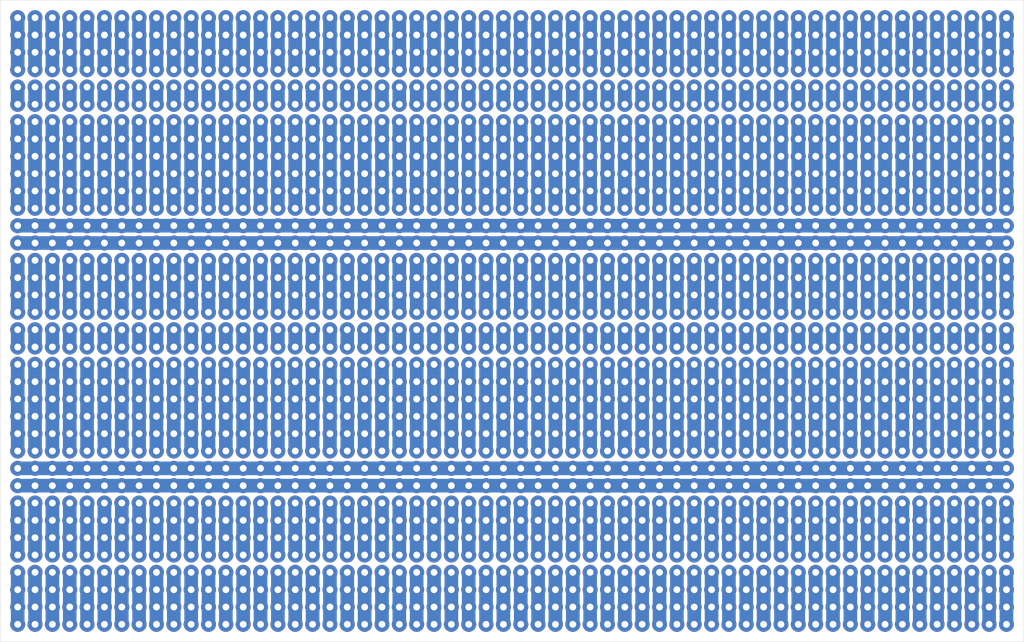
<source format=kicad_pcb>
(kicad_pcb (version 20171130) (host pcbnew "(5.1.8)-1")
  (layers (0 F.Cu signal) (31 B.Cu signal) (34 B.Paste user) (35 F.Paste user) (36 B.SilkS user) (37 F.SilkS user) (38 B.Mask user) (39 F.Mask user) (44 Edge.Cuts user))
  (net 0 "")
  (gr_line (start 30.48 134.62) (end 30.48 40.64) (layer Edge.Cuts) (width 0.05))
  (gr_line (start 180.34 134.62) (end 30.48 134.62) (layer Edge.Cuts) (width 0.05))
  (gr_line (start 180.34 40.64) (end 180.34 134.62) (layer Edge.Cuts) (width 0.05))
  (gr_line (start 30.48 40.64) (end 180.34 40.64) (layer Edge.Cuts) (width 0.05))
  (via (at 33.02 132.08) (size 2.2) (drill 1) (layers F.Cu B.Cu) (net 0))
  (via (at 33.02 129.54) (size 2.2) (drill 1) (layers F.Cu B.Cu) (net 0))
  (via (at 33.02 127) (size 2.2) (drill 1) (layers F.Cu B.Cu) (net 0))
  (via (at 33.02 124.46) (size 2.2) (drill 1) (layers F.Cu B.Cu) (net 0))
  (via (at 33.02 121.92) (size 2.2) (drill 1) (layers F.Cu B.Cu) (net 0))
  (via (at 33.02 119.38) (size 2.2) (drill 1) (layers F.Cu B.Cu) (net 0))
  (via (at 33.02 116.84) (size 2.2) (drill 1) (layers F.Cu B.Cu) (net 0))
  (via (at 33.02 114.3) (size 2.2) (drill 1) (layers F.Cu B.Cu) (net 0))
  (via (at 33.02 111.76) (size 2.2) (drill 1) (layers F.Cu B.Cu) (net 0))
  (via (at 33.02 109.22) (size 2.2) (drill 1) (layers F.Cu B.Cu) (net 0))
  (via (at 33.02 106.68) (size 2.2) (drill 1) (layers F.Cu B.Cu) (net 0))
  (segment (start 33.02 124.46) (end 33.02 132.08) (width 2) (layer B.Cu) (net 0))
  (segment (start 33.02 121.92) (end 33.02 114.3) (width 2) (layer B.Cu) (net 0))
  (segment (start 33.02 111.76) (end 177.8 111.76) (width 2) (layer B.Cu) (net 0))
  (segment (start 33.02 109.22) (end 177.8 109.22) (width 2) (layer B.Cu) (net 0))
  (via (at 33.02 104.14) (size 2.2) (drill 1) (layers F.Cu B.Cu) (net 0))
  (via (at 33.02 101.6) (size 2.2) (drill 1) (layers F.Cu B.Cu) (net 0))
  (via (at 33.02 99.06) (size 2.2) (drill 1) (layers F.Cu B.Cu) (net 0))
  (via (at 33.02 96.52) (size 2.2) (drill 1) (layers F.Cu B.Cu) (net 0))
  (via (at 33.02 93.98) (size 2.2) (drill 1) (layers F.Cu B.Cu) (net 0))
  (segment (start 33.02 93.98) (end 33.02 106.68) (width 2) (layer B.Cu) (net 0))
  (via (at 33.02 91.44) (size 2.2) (drill 1) (layers F.Cu B.Cu) (net 0))
  (via (at 33.02 88.9) (size 2.2) (drill 1) (layers F.Cu B.Cu) (net 0))
  (segment (start 33.02 88.9) (end 33.02 91.44) (width 2) (layer B.Cu) (net 0))
  (via (at 33.02 86.36) (size 2.2) (drill 1) (layers F.Cu B.Cu) (net 0))
  (via (at 33.02 83.82) (size 2.2) (drill 1) (layers F.Cu B.Cu) (net 0))
  (via (at 33.02 81.28) (size 2.2) (drill 1) (layers F.Cu B.Cu) (net 0))
  (via (at 33.02 76.2) (size 2.2) (drill 1) (layers F.Cu B.Cu) (net 0))
  (segment (start 33.02 73.66) (end 177.8 73.66) (width 2) (layer B.Cu) (net 0))
  (via (at 33.02 73.66) (size 2.2) (drill 1) (layers F.Cu B.Cu) (net 0))
  (segment (start 33.02 76.2) (end 177.8 76.2) (width 2) (layer B.Cu) (net 0))
  (via (at 33.02 78.74) (size 2.2) (drill 1) (layers F.Cu B.Cu) (net 0))
  (segment (start 33.02 86.36) (end 33.02 78.74) (width 2) (layer B.Cu) (net 0))
  (via (at 33.02 60.96) (size 2.2) (drill 1) (layers F.Cu B.Cu) (net 0))
  (via (at 33.02 66.04) (size 2.2) (drill 1) (layers F.Cu B.Cu) (net 0))
  (via (at 33.02 58.42) (size 2.2) (drill 1) (layers F.Cu B.Cu) (net 0))
  (via (at 33.02 68.58) (size 2.2) (drill 1) (layers F.Cu B.Cu) (net 0))
  (via (at 33.02 71.12) (size 2.2) (drill 1) (layers F.Cu B.Cu) (net 0))
  (via (at 33.02 63.5) (size 2.2) (drill 1) (layers F.Cu B.Cu) (net 0))
  (segment (start 33.02 58.42) (end 33.02 71.12) (width 2) (layer B.Cu) (net 0))
  (via (at 33.02 55.88) (size 2.2) (drill 1) (layers F.Cu B.Cu) (net 0))
  (via (at 33.02 53.34) (size 2.2) (drill 1) (layers F.Cu B.Cu) (net 0))
  (segment (start 33.02 53.34) (end 33.02 55.88) (width 2) (layer B.Cu) (net 0))
  (via (at 33.02 50.8) (size 2.2) (drill 1) (layers F.Cu B.Cu) (net 0))
  (via (at 33.02 48.26) (size 2.2) (drill 1) (layers F.Cu B.Cu) (net 0))
  (via (at 33.02 45.72) (size 2.2) (drill 1) (layers F.Cu B.Cu) (net 0))
  (via (at 33.02 43.18) (size 2.2) (drill 1) (layers F.Cu B.Cu) (net 0))
  (segment (start 33.02 43.18) (end 33.02 50.8) (width 2) (layer B.Cu) (net 0))
  (via (at 35.56 60.96) (size 2.2) (drill 1) (layers F.Cu B.Cu) (net 0))
  (via (at 35.56 66.04) (size 2.2) (drill 1) (layers F.Cu B.Cu) (net 0))
  (via (at 35.56 96.52) (size 2.2) (drill 1) (layers F.Cu B.Cu) (net 0))
  (via (at 35.56 88.9) (size 2.2) (drill 1) (layers F.Cu B.Cu) (net 0))
  (via (at 35.56 86.36) (size 2.2) (drill 1) (layers F.Cu B.Cu) (net 0))
  (via (at 35.56 91.44) (size 2.2) (drill 1) (layers F.Cu B.Cu) (net 0))
  (via (at 35.56 58.42) (size 2.2) (drill 1) (layers F.Cu B.Cu) (net 0))
  (via (at 35.56 119.38) (size 2.2) (drill 1) (layers F.Cu B.Cu) (net 0))
  (via (at 35.56 101.6) (size 2.2) (drill 1) (layers F.Cu B.Cu) (net 0))
  (via (at 35.56 121.92) (size 2.2) (drill 1) (layers F.Cu B.Cu) (net 0))
  (via (at 35.56 93.98) (size 2.2) (drill 1) (layers F.Cu B.Cu) (net 0))
  (via (at 35.56 127) (size 2.2) (drill 1) (layers F.Cu B.Cu) (net 0))
  (via (at 35.56 129.54) (size 2.2) (drill 1) (layers F.Cu B.Cu) (net 0))
  (via (at 35.56 132.08) (size 2.2) (drill 1) (layers F.Cu B.Cu) (net 0))
  (via (at 35.56 124.46) (size 2.2) (drill 1) (layers F.Cu B.Cu) (net 0))
  (via (at 35.56 111.76) (size 2.2) (drill 1) (layers F.Cu B.Cu) (net 0))
  (via (at 35.56 104.14) (size 2.2) (drill 1) (layers F.Cu B.Cu) (net 0))
  (via (at 35.56 109.22) (size 2.2) (drill 1) (layers F.Cu B.Cu) (net 0))
  (via (at 35.56 116.84) (size 2.2) (drill 1) (layers F.Cu B.Cu) (net 0))
  (via (at 35.56 114.3) (size 2.2) (drill 1) (layers F.Cu B.Cu) (net 0))
  (via (at 35.56 68.58) (size 2.2) (drill 1) (layers F.Cu B.Cu) (net 0))
  (via (at 35.56 83.82) (size 2.2) (drill 1) (layers F.Cu B.Cu) (net 0))
  (via (at 35.56 63.5) (size 2.2) (drill 1) (layers F.Cu B.Cu) (net 0))
  (via (at 35.56 71.12) (size 2.2) (drill 1) (layers F.Cu B.Cu) (net 0))
  (via (at 35.56 106.68) (size 2.2) (drill 1) (layers F.Cu B.Cu) (net 0))
  (via (at 35.56 99.06) (size 2.2) (drill 1) (layers F.Cu B.Cu) (net 0))
  (via (at 35.56 48.26) (size 2.2) (drill 1) (layers F.Cu B.Cu) (net 0))
  (via (at 35.56 53.34) (size 2.2) (drill 1) (layers F.Cu B.Cu) (net 0))
  (via (at 35.56 55.88) (size 2.2) (drill 1) (layers F.Cu B.Cu) (net 0))
  (via (at 35.56 45.72) (size 2.2) (drill 1) (layers F.Cu B.Cu) (net 0))
  (via (at 35.56 43.18) (size 2.2) (drill 1) (layers F.Cu B.Cu) (net 0))
  (via (at 35.56 76.2) (size 2.2) (drill 1) (layers F.Cu B.Cu) (net 0))
  (via (at 35.56 78.74) (size 2.2) (drill 1) (layers F.Cu B.Cu) (net 0))
  (via (at 35.56 81.28) (size 2.2) (drill 1) (layers F.Cu B.Cu) (net 0))
  (via (at 35.56 73.66) (size 2.2) (drill 1) (layers F.Cu B.Cu) (net 0))
  (via (at 35.56 50.8) (size 2.2) (drill 1) (layers F.Cu B.Cu) (net 0))
  (segment (start 35.56 121.92) (end 35.56 114.3) (width 2) (layer B.Cu) (net 0))
  (segment (start 35.56 58.42) (end 35.56 71.12) (width 2) (layer B.Cu) (net 0))
  (segment (start 35.56 43.18) (end 35.56 50.8) (width 2) (layer B.Cu) (net 0))
  (segment (start 35.56 86.36) (end 35.56 78.74) (width 2) (layer B.Cu) (net 0))
  (segment (start 35.56 88.9) (end 35.56 91.44) (width 2) (layer B.Cu) (net 0))
  (segment (start 35.56 93.98) (end 35.56 106.68) (width 2) (layer B.Cu) (net 0))
  (segment (start 35.56 53.34) (end 35.56 55.88) (width 2) (layer B.Cu) (net 0))
  (segment (start 35.56 124.46) (end 35.56 132.08) (width 2) (layer B.Cu) (net 0))
  (via (at 38.1 60.96) (size 2.2) (drill 1) (layers F.Cu B.Cu) (net 0))
  (via (at 38.1 66.04) (size 2.2) (drill 1) (layers F.Cu B.Cu) (net 0))
  (via (at 38.1 96.52) (size 2.2) (drill 1) (layers F.Cu B.Cu) (net 0))
  (via (at 38.1 88.9) (size 2.2) (drill 1) (layers F.Cu B.Cu) (net 0))
  (via (at 38.1 86.36) (size 2.2) (drill 1) (layers F.Cu B.Cu) (net 0))
  (via (at 38.1 91.44) (size 2.2) (drill 1) (layers F.Cu B.Cu) (net 0))
  (via (at 38.1 58.42) (size 2.2) (drill 1) (layers F.Cu B.Cu) (net 0))
  (via (at 38.1 119.38) (size 2.2) (drill 1) (layers F.Cu B.Cu) (net 0))
  (via (at 38.1 101.6) (size 2.2) (drill 1) (layers F.Cu B.Cu) (net 0))
  (via (at 38.1 121.92) (size 2.2) (drill 1) (layers F.Cu B.Cu) (net 0))
  (via (at 38.1 93.98) (size 2.2) (drill 1) (layers F.Cu B.Cu) (net 0))
  (via (at 38.1 127) (size 2.2) (drill 1) (layers F.Cu B.Cu) (net 0))
  (via (at 38.1 129.54) (size 2.2) (drill 1) (layers F.Cu B.Cu) (net 0))
  (via (at 38.1 132.08) (size 2.2) (drill 1) (layers F.Cu B.Cu) (net 0))
  (via (at 38.1 124.46) (size 2.2) (drill 1) (layers F.Cu B.Cu) (net 0))
  (via (at 38.1 111.76) (size 2.2) (drill 1) (layers F.Cu B.Cu) (net 0))
  (via (at 38.1 104.14) (size 2.2) (drill 1) (layers F.Cu B.Cu) (net 0))
  (via (at 38.1 109.22) (size 2.2) (drill 1) (layers F.Cu B.Cu) (net 0))
  (via (at 38.1 116.84) (size 2.2) (drill 1) (layers F.Cu B.Cu) (net 0))
  (via (at 38.1 114.3) (size 2.2) (drill 1) (layers F.Cu B.Cu) (net 0))
  (via (at 38.1 68.58) (size 2.2) (drill 1) (layers F.Cu B.Cu) (net 0))
  (via (at 38.1 83.82) (size 2.2) (drill 1) (layers F.Cu B.Cu) (net 0))
  (via (at 38.1 63.5) (size 2.2) (drill 1) (layers F.Cu B.Cu) (net 0))
  (via (at 38.1 71.12) (size 2.2) (drill 1) (layers F.Cu B.Cu) (net 0))
  (via (at 38.1 106.68) (size 2.2) (drill 1) (layers F.Cu B.Cu) (net 0))
  (via (at 38.1 99.06) (size 2.2) (drill 1) (layers F.Cu B.Cu) (net 0))
  (via (at 38.1 48.26) (size 2.2) (drill 1) (layers F.Cu B.Cu) (net 0))
  (via (at 38.1 53.34) (size 2.2) (drill 1) (layers F.Cu B.Cu) (net 0))
  (via (at 38.1 55.88) (size 2.2) (drill 1) (layers F.Cu B.Cu) (net 0))
  (via (at 38.1 45.72) (size 2.2) (drill 1) (layers F.Cu B.Cu) (net 0))
  (via (at 38.1 43.18) (size 2.2) (drill 1) (layers F.Cu B.Cu) (net 0))
  (via (at 38.1 76.2) (size 2.2) (drill 1) (layers F.Cu B.Cu) (net 0))
  (via (at 38.1 78.74) (size 2.2) (drill 1) (layers F.Cu B.Cu) (net 0))
  (via (at 38.1 81.28) (size 2.2) (drill 1) (layers F.Cu B.Cu) (net 0))
  (via (at 38.1 73.66) (size 2.2) (drill 1) (layers F.Cu B.Cu) (net 0))
  (via (at 38.1 50.8) (size 2.2) (drill 1) (layers F.Cu B.Cu) (net 0))
  (segment (start 38.1 121.92) (end 38.1 114.3) (width 2) (layer B.Cu) (net 0))
  (segment (start 38.1 58.42) (end 38.1 71.12) (width 2) (layer B.Cu) (net 0))
  (segment (start 38.1 43.18) (end 38.1 50.8) (width 2) (layer B.Cu) (net 0))
  (segment (start 38.1 86.36) (end 38.1 78.74) (width 2) (layer B.Cu) (net 0))
  (segment (start 38.1 88.9) (end 38.1 91.44) (width 2) (layer B.Cu) (net 0))
  (segment (start 38.1 93.98) (end 38.1 106.68) (width 2) (layer B.Cu) (net 0))
  (segment (start 38.1 53.34) (end 38.1 55.88) (width 2) (layer B.Cu) (net 0))
  (segment (start 38.1 124.46) (end 38.1 132.08) (width 2) (layer B.Cu) (net 0))
  (via (at 40.64 60.96) (size 2.2) (drill 1) (layers F.Cu B.Cu) (net 0))
  (via (at 40.64 66.04) (size 2.2) (drill 1) (layers F.Cu B.Cu) (net 0))
  (via (at 40.64 96.52) (size 2.2) (drill 1) (layers F.Cu B.Cu) (net 0))
  (via (at 40.64 88.9) (size 2.2) (drill 1) (layers F.Cu B.Cu) (net 0))
  (via (at 40.64 86.36) (size 2.2) (drill 1) (layers F.Cu B.Cu) (net 0))
  (via (at 40.64 91.44) (size 2.2) (drill 1) (layers F.Cu B.Cu) (net 0))
  (via (at 40.64 58.42) (size 2.2) (drill 1) (layers F.Cu B.Cu) (net 0))
  (via (at 40.64 119.38) (size 2.2) (drill 1) (layers F.Cu B.Cu) (net 0))
  (via (at 40.64 101.6) (size 2.2) (drill 1) (layers F.Cu B.Cu) (net 0))
  (via (at 40.64 121.92) (size 2.2) (drill 1) (layers F.Cu B.Cu) (net 0))
  (via (at 40.64 93.98) (size 2.2) (drill 1) (layers F.Cu B.Cu) (net 0))
  (via (at 40.64 127) (size 2.2) (drill 1) (layers F.Cu B.Cu) (net 0))
  (via (at 40.64 129.54) (size 2.2) (drill 1) (layers F.Cu B.Cu) (net 0))
  (via (at 40.64 132.08) (size 2.2) (drill 1) (layers F.Cu B.Cu) (net 0))
  (via (at 40.64 124.46) (size 2.2) (drill 1) (layers F.Cu B.Cu) (net 0))
  (via (at 40.64 111.76) (size 2.2) (drill 1) (layers F.Cu B.Cu) (net 0))
  (via (at 40.64 104.14) (size 2.2) (drill 1) (layers F.Cu B.Cu) (net 0))
  (via (at 40.64 109.22) (size 2.2) (drill 1) (layers F.Cu B.Cu) (net 0))
  (via (at 40.64 116.84) (size 2.2) (drill 1) (layers F.Cu B.Cu) (net 0))
  (via (at 40.64 114.3) (size 2.2) (drill 1) (layers F.Cu B.Cu) (net 0))
  (via (at 40.64 68.58) (size 2.2) (drill 1) (layers F.Cu B.Cu) (net 0))
  (via (at 40.64 83.82) (size 2.2) (drill 1) (layers F.Cu B.Cu) (net 0))
  (via (at 40.64 63.5) (size 2.2) (drill 1) (layers F.Cu B.Cu) (net 0))
  (via (at 40.64 71.12) (size 2.2) (drill 1) (layers F.Cu B.Cu) (net 0))
  (via (at 40.64 106.68) (size 2.2) (drill 1) (layers F.Cu B.Cu) (net 0))
  (via (at 40.64 99.06) (size 2.2) (drill 1) (layers F.Cu B.Cu) (net 0))
  (via (at 40.64 48.26) (size 2.2) (drill 1) (layers F.Cu B.Cu) (net 0))
  (via (at 40.64 53.34) (size 2.2) (drill 1) (layers F.Cu B.Cu) (net 0))
  (via (at 40.64 55.88) (size 2.2) (drill 1) (layers F.Cu B.Cu) (net 0))
  (via (at 40.64 45.72) (size 2.2) (drill 1) (layers F.Cu B.Cu) (net 0))
  (via (at 40.64 43.18) (size 2.2) (drill 1) (layers F.Cu B.Cu) (net 0))
  (via (at 40.64 76.2) (size 2.2) (drill 1) (layers F.Cu B.Cu) (net 0))
  (via (at 40.64 78.74) (size 2.2) (drill 1) (layers F.Cu B.Cu) (net 0))
  (via (at 40.64 81.28) (size 2.2) (drill 1) (layers F.Cu B.Cu) (net 0))
  (via (at 40.64 73.66) (size 2.2) (drill 1) (layers F.Cu B.Cu) (net 0))
  (via (at 40.64 50.8) (size 2.2) (drill 1) (layers F.Cu B.Cu) (net 0))
  (segment (start 40.64 121.92) (end 40.64 114.3) (width 2) (layer B.Cu) (net 0))
  (segment (start 40.64 58.42) (end 40.64 71.12) (width 2) (layer B.Cu) (net 0))
  (segment (start 40.64 43.18) (end 40.64 50.8) (width 2) (layer B.Cu) (net 0))
  (segment (start 40.64 86.36) (end 40.64 78.74) (width 2) (layer B.Cu) (net 0))
  (segment (start 40.64 88.9) (end 40.64 91.44) (width 2) (layer B.Cu) (net 0))
  (segment (start 40.64 93.98) (end 40.64 106.68) (width 2) (layer B.Cu) (net 0))
  (segment (start 40.64 53.34) (end 40.64 55.88) (width 2) (layer B.Cu) (net 0))
  (segment (start 40.64 124.46) (end 40.64 132.08) (width 2) (layer B.Cu) (net 0))
  (via (at 43.18 60.96) (size 2.2) (drill 1) (layers F.Cu B.Cu) (net 0))
  (via (at 43.18 66.04) (size 2.2) (drill 1) (layers F.Cu B.Cu) (net 0))
  (via (at 43.18 96.52) (size 2.2) (drill 1) (layers F.Cu B.Cu) (net 0))
  (via (at 43.18 88.9) (size 2.2) (drill 1) (layers F.Cu B.Cu) (net 0))
  (via (at 43.18 86.36) (size 2.2) (drill 1) (layers F.Cu B.Cu) (net 0))
  (via (at 43.18 91.44) (size 2.2) (drill 1) (layers F.Cu B.Cu) (net 0))
  (via (at 43.18 58.42) (size 2.2) (drill 1) (layers F.Cu B.Cu) (net 0))
  (via (at 43.18 119.38) (size 2.2) (drill 1) (layers F.Cu B.Cu) (net 0))
  (via (at 43.18 101.6) (size 2.2) (drill 1) (layers F.Cu B.Cu) (net 0))
  (via (at 43.18 121.92) (size 2.2) (drill 1) (layers F.Cu B.Cu) (net 0))
  (via (at 43.18 93.98) (size 2.2) (drill 1) (layers F.Cu B.Cu) (net 0))
  (via (at 43.18 127) (size 2.2) (drill 1) (layers F.Cu B.Cu) (net 0))
  (via (at 43.18 129.54) (size 2.2) (drill 1) (layers F.Cu B.Cu) (net 0))
  (via (at 43.18 132.08) (size 2.2) (drill 1) (layers F.Cu B.Cu) (net 0))
  (via (at 43.18 124.46) (size 2.2) (drill 1) (layers F.Cu B.Cu) (net 0))
  (via (at 43.18 111.76) (size 2.2) (drill 1) (layers F.Cu B.Cu) (net 0))
  (via (at 43.18 104.14) (size 2.2) (drill 1) (layers F.Cu B.Cu) (net 0))
  (via (at 43.18 109.22) (size 2.2) (drill 1) (layers F.Cu B.Cu) (net 0))
  (via (at 43.18 116.84) (size 2.2) (drill 1) (layers F.Cu B.Cu) (net 0))
  (via (at 43.18 114.3) (size 2.2) (drill 1) (layers F.Cu B.Cu) (net 0))
  (via (at 43.18 68.58) (size 2.2) (drill 1) (layers F.Cu B.Cu) (net 0))
  (via (at 43.18 83.82) (size 2.2) (drill 1) (layers F.Cu B.Cu) (net 0))
  (via (at 43.18 63.5) (size 2.2) (drill 1) (layers F.Cu B.Cu) (net 0))
  (via (at 43.18 71.12) (size 2.2) (drill 1) (layers F.Cu B.Cu) (net 0))
  (via (at 43.18 106.68) (size 2.2) (drill 1) (layers F.Cu B.Cu) (net 0))
  (via (at 43.18 99.06) (size 2.2) (drill 1) (layers F.Cu B.Cu) (net 0))
  (via (at 43.18 48.26) (size 2.2) (drill 1) (layers F.Cu B.Cu) (net 0))
  (via (at 43.18 53.34) (size 2.2) (drill 1) (layers F.Cu B.Cu) (net 0))
  (via (at 43.18 55.88) (size 2.2) (drill 1) (layers F.Cu B.Cu) (net 0))
  (via (at 43.18 45.72) (size 2.2) (drill 1) (layers F.Cu B.Cu) (net 0))
  (via (at 43.18 43.18) (size 2.2) (drill 1) (layers F.Cu B.Cu) (net 0))
  (via (at 43.18 76.2) (size 2.2) (drill 1) (layers F.Cu B.Cu) (net 0))
  (via (at 43.18 78.74) (size 2.2) (drill 1) (layers F.Cu B.Cu) (net 0))
  (via (at 43.18 81.28) (size 2.2) (drill 1) (layers F.Cu B.Cu) (net 0))
  (via (at 43.18 73.66) (size 2.2) (drill 1) (layers F.Cu B.Cu) (net 0))
  (via (at 43.18 50.8) (size 2.2) (drill 1) (layers F.Cu B.Cu) (net 0))
  (segment (start 43.18 121.92) (end 43.18 114.3) (width 2) (layer B.Cu) (net 0))
  (segment (start 43.18 58.42) (end 43.18 71.12) (width 2) (layer B.Cu) (net 0))
  (segment (start 43.18 43.18) (end 43.18 50.8) (width 2) (layer B.Cu) (net 0))
  (segment (start 43.18 86.36) (end 43.18 78.74) (width 2) (layer B.Cu) (net 0))
  (segment (start 43.18 88.9) (end 43.18 91.44) (width 2) (layer B.Cu) (net 0))
  (segment (start 43.18 93.98) (end 43.18 106.68) (width 2) (layer B.Cu) (net 0))
  (segment (start 43.18 53.34) (end 43.18 55.88) (width 2) (layer B.Cu) (net 0))
  (segment (start 43.18 124.46) (end 43.18 132.08) (width 2) (layer B.Cu) (net 0))
  (via (at 50.8 68.58) (size 2.2) (drill 1) (layers F.Cu B.Cu) (net 0))
  (via (at 50.8 63.5) (size 2.2) (drill 1) (layers F.Cu B.Cu) (net 0))
  (via (at 50.8 71.12) (size 2.2) (drill 1) (layers F.Cu B.Cu) (net 0))
  (via (at 50.8 83.82) (size 2.2) (drill 1) (layers F.Cu B.Cu) (net 0))
  (segment (start 53.34 93.98) (end 53.34 106.68) (width 2) (layer B.Cu) (net 0))
  (segment (start 53.34 53.34) (end 53.34 55.88) (width 2) (layer B.Cu) (net 0))
  (segment (start 53.34 124.46) (end 53.34 132.08) (width 2) (layer B.Cu) (net 0))
  (segment (start 55.88 43.18) (end 55.88 50.8) (width 2) (layer B.Cu) (net 0))
  (segment (start 55.88 58.42) (end 55.88 71.12) (width 2) (layer B.Cu) (net 0))
  (segment (start 55.88 121.92) (end 55.88 114.3) (width 2) (layer B.Cu) (net 0))
  (segment (start 55.88 86.36) (end 55.88 78.74) (width 2) (layer B.Cu) (net 0))
  (segment (start 55.88 88.9) (end 55.88 91.44) (width 2) (layer B.Cu) (net 0))
  (segment (start 55.88 93.98) (end 55.88 106.68) (width 2) (layer B.Cu) (net 0))
  (segment (start 55.88 53.34) (end 55.88 55.88) (width 2) (layer B.Cu) (net 0))
  (segment (start 55.88 124.46) (end 55.88 132.08) (width 2) (layer B.Cu) (net 0))
  (via (at 50.8 106.68) (size 2.2) (drill 1) (layers F.Cu B.Cu) (net 0))
  (via (at 50.8 99.06) (size 2.2) (drill 1) (layers F.Cu B.Cu) (net 0))
  (via (at 50.8 48.26) (size 2.2) (drill 1) (layers F.Cu B.Cu) (net 0))
  (via (at 50.8 53.34) (size 2.2) (drill 1) (layers F.Cu B.Cu) (net 0))
  (via (at 50.8 55.88) (size 2.2) (drill 1) (layers F.Cu B.Cu) (net 0))
  (via (at 50.8 45.72) (size 2.2) (drill 1) (layers F.Cu B.Cu) (net 0))
  (via (at 50.8 43.18) (size 2.2) (drill 1) (layers F.Cu B.Cu) (net 0))
  (via (at 50.8 76.2) (size 2.2) (drill 1) (layers F.Cu B.Cu) (net 0))
  (via (at 50.8 78.74) (size 2.2) (drill 1) (layers F.Cu B.Cu) (net 0))
  (via (at 50.8 81.28) (size 2.2) (drill 1) (layers F.Cu B.Cu) (net 0))
  (via (at 50.8 73.66) (size 2.2) (drill 1) (layers F.Cu B.Cu) (net 0))
  (via (at 50.8 50.8) (size 2.2) (drill 1) (layers F.Cu B.Cu) (net 0))
  (via (at 53.34 96.52) (size 2.2) (drill 1) (layers F.Cu B.Cu) (net 0))
  (via (at 53.34 60.96) (size 2.2) (drill 1) (layers F.Cu B.Cu) (net 0))
  (via (at 53.34 66.04) (size 2.2) (drill 1) (layers F.Cu B.Cu) (net 0))
  (via (at 53.34 88.9) (size 2.2) (drill 1) (layers F.Cu B.Cu) (net 0))
  (via (at 53.34 86.36) (size 2.2) (drill 1) (layers F.Cu B.Cu) (net 0))
  (via (at 53.34 91.44) (size 2.2) (drill 1) (layers F.Cu B.Cu) (net 0))
  (via (at 53.34 58.42) (size 2.2) (drill 1) (layers F.Cu B.Cu) (net 0))
  (via (at 53.34 119.38) (size 2.2) (drill 1) (layers F.Cu B.Cu) (net 0))
  (via (at 53.34 101.6) (size 2.2) (drill 1) (layers F.Cu B.Cu) (net 0))
  (via (at 53.34 121.92) (size 2.2) (drill 1) (layers F.Cu B.Cu) (net 0))
  (via (at 53.34 93.98) (size 2.2) (drill 1) (layers F.Cu B.Cu) (net 0))
  (via (at 53.34 127) (size 2.2) (drill 1) (layers F.Cu B.Cu) (net 0))
  (via (at 53.34 129.54) (size 2.2) (drill 1) (layers F.Cu B.Cu) (net 0))
  (via (at 53.34 132.08) (size 2.2) (drill 1) (layers F.Cu B.Cu) (net 0))
  (via (at 53.34 124.46) (size 2.2) (drill 1) (layers F.Cu B.Cu) (net 0))
  (via (at 53.34 111.76) (size 2.2) (drill 1) (layers F.Cu B.Cu) (net 0))
  (via (at 53.34 104.14) (size 2.2) (drill 1) (layers F.Cu B.Cu) (net 0))
  (via (at 53.34 109.22) (size 2.2) (drill 1) (layers F.Cu B.Cu) (net 0))
  (via (at 53.34 116.84) (size 2.2) (drill 1) (layers F.Cu B.Cu) (net 0))
  (via (at 53.34 114.3) (size 2.2) (drill 1) (layers F.Cu B.Cu) (net 0))
  (via (at 53.34 68.58) (size 2.2) (drill 1) (layers F.Cu B.Cu) (net 0))
  (via (at 53.34 83.82) (size 2.2) (drill 1) (layers F.Cu B.Cu) (net 0))
  (via (at 53.34 63.5) (size 2.2) (drill 1) (layers F.Cu B.Cu) (net 0))
  (via (at 53.34 71.12) (size 2.2) (drill 1) (layers F.Cu B.Cu) (net 0))
  (via (at 53.34 106.68) (size 2.2) (drill 1) (layers F.Cu B.Cu) (net 0))
  (via (at 53.34 55.88) (size 2.2) (drill 1) (layers F.Cu B.Cu) (net 0))
  (via (at 53.34 48.26) (size 2.2) (drill 1) (layers F.Cu B.Cu) (net 0))
  (via (at 53.34 99.06) (size 2.2) (drill 1) (layers F.Cu B.Cu) (net 0))
  (via (at 53.34 53.34) (size 2.2) (drill 1) (layers F.Cu B.Cu) (net 0))
  (via (at 53.34 45.72) (size 2.2) (drill 1) (layers F.Cu B.Cu) (net 0))
  (via (at 53.34 43.18) (size 2.2) (drill 1) (layers F.Cu B.Cu) (net 0))
  (via (at 53.34 76.2) (size 2.2) (drill 1) (layers F.Cu B.Cu) (net 0))
  (via (at 53.34 78.74) (size 2.2) (drill 1) (layers F.Cu B.Cu) (net 0))
  (via (at 53.34 81.28) (size 2.2) (drill 1) (layers F.Cu B.Cu) (net 0))
  (via (at 53.34 73.66) (size 2.2) (drill 1) (layers F.Cu B.Cu) (net 0))
  (via (at 53.34 50.8) (size 2.2) (drill 1) (layers F.Cu B.Cu) (net 0))
  (via (at 55.88 66.04) (size 2.2) (drill 1) (layers F.Cu B.Cu) (net 0))
  (via (at 55.88 60.96) (size 2.2) (drill 1) (layers F.Cu B.Cu) (net 0))
  (via (at 48.26 91.44) (size 2.2) (drill 1) (layers F.Cu B.Cu) (net 0))
  (via (at 45.72 60.96) (size 2.2) (drill 1) (layers F.Cu B.Cu) (net 0))
  (via (at 48.26 101.6) (size 2.2) (drill 1) (layers F.Cu B.Cu) (net 0))
  (via (at 48.26 119.38) (size 2.2) (drill 1) (layers F.Cu B.Cu) (net 0))
  (via (at 48.26 132.08) (size 2.2) (drill 1) (layers F.Cu B.Cu) (net 0))
  (via (at 45.72 66.04) (size 2.2) (drill 1) (layers F.Cu B.Cu) (net 0))
  (via (at 45.72 96.52) (size 2.2) (drill 1) (layers F.Cu B.Cu) (net 0))
  (via (at 45.72 88.9) (size 2.2) (drill 1) (layers F.Cu B.Cu) (net 0))
  (via (at 48.26 58.42) (size 2.2) (drill 1) (layers F.Cu B.Cu) (net 0))
  (via (at 45.72 86.36) (size 2.2) (drill 1) (layers F.Cu B.Cu) (net 0))
  (via (at 48.26 86.36) (size 2.2) (drill 1) (layers F.Cu B.Cu) (net 0))
  (via (at 45.72 91.44) (size 2.2) (drill 1) (layers F.Cu B.Cu) (net 0))
  (via (at 48.26 93.98) (size 2.2) (drill 1) (layers F.Cu B.Cu) (net 0))
  (via (at 45.72 58.42) (size 2.2) (drill 1) (layers F.Cu B.Cu) (net 0))
  (via (at 48.26 96.52) (size 2.2) (drill 1) (layers F.Cu B.Cu) (net 0))
  (via (at 45.72 119.38) (size 2.2) (drill 1) (layers F.Cu B.Cu) (net 0))
  (via (at 45.72 101.6) (size 2.2) (drill 1) (layers F.Cu B.Cu) (net 0))
  (via (at 45.72 121.92) (size 2.2) (drill 1) (layers F.Cu B.Cu) (net 0))
  (via (at 48.26 129.54) (size 2.2) (drill 1) (layers F.Cu B.Cu) (net 0))
  (via (at 45.72 93.98) (size 2.2) (drill 1) (layers F.Cu B.Cu) (net 0))
  (via (at 45.72 127) (size 2.2) (drill 1) (layers F.Cu B.Cu) (net 0))
  (via (at 45.72 129.54) (size 2.2) (drill 1) (layers F.Cu B.Cu) (net 0))
  (via (at 48.26 121.92) (size 2.2) (drill 1) (layers F.Cu B.Cu) (net 0))
  (via (at 48.26 88.9) (size 2.2) (drill 1) (layers F.Cu B.Cu) (net 0))
  (via (at 48.26 127) (size 2.2) (drill 1) (layers F.Cu B.Cu) (net 0))
  (via (at 48.26 114.3) (size 2.2) (drill 1) (layers F.Cu B.Cu) (net 0))
  (via (at 45.72 132.08) (size 2.2) (drill 1) (layers F.Cu B.Cu) (net 0))
  (via (at 48.26 124.46) (size 2.2) (drill 1) (layers F.Cu B.Cu) (net 0))
  (via (at 45.72 124.46) (size 2.2) (drill 1) (layers F.Cu B.Cu) (net 0))
  (via (at 45.72 111.76) (size 2.2) (drill 1) (layers F.Cu B.Cu) (net 0))
  (via (at 48.26 66.04) (size 2.2) (drill 1) (layers F.Cu B.Cu) (net 0))
  (via (at 48.26 109.22) (size 2.2) (drill 1) (layers F.Cu B.Cu) (net 0))
  (via (at 48.26 60.96) (size 2.2) (drill 1) (layers F.Cu B.Cu) (net 0))
  (via (at 45.72 104.14) (size 2.2) (drill 1) (layers F.Cu B.Cu) (net 0))
  (via (at 45.72 109.22) (size 2.2) (drill 1) (layers F.Cu B.Cu) (net 0))
  (via (at 45.72 116.84) (size 2.2) (drill 1) (layers F.Cu B.Cu) (net 0))
  (via (at 45.72 114.3) (size 2.2) (drill 1) (layers F.Cu B.Cu) (net 0))
  (via (at 45.72 68.58) (size 2.2) (drill 1) (layers F.Cu B.Cu) (net 0))
  (via (at 45.72 83.82) (size 2.2) (drill 1) (layers F.Cu B.Cu) (net 0))
  (via (at 45.72 63.5) (size 2.2) (drill 1) (layers F.Cu B.Cu) (net 0))
  (via (at 45.72 71.12) (size 2.2) (drill 1) (layers F.Cu B.Cu) (net 0))
  (via (at 45.72 106.68) (size 2.2) (drill 1) (layers F.Cu B.Cu) (net 0))
  (via (at 45.72 99.06) (size 2.2) (drill 1) (layers F.Cu B.Cu) (net 0))
  (via (at 48.26 104.14) (size 2.2) (drill 1) (layers F.Cu B.Cu) (net 0))
  (via (at 48.26 111.76) (size 2.2) (drill 1) (layers F.Cu B.Cu) (net 0))
  (via (at 48.26 116.84) (size 2.2) (drill 1) (layers F.Cu B.Cu) (net 0))
  (segment (start 48.26 43.18) (end 48.26 50.8) (width 2) (layer B.Cu) (net 0))
  (segment (start 48.26 86.36) (end 48.26 78.74) (width 2) (layer B.Cu) (net 0))
  (segment (start 48.26 58.42) (end 48.26 71.12) (width 2) (layer B.Cu) (net 0))
  (segment (start 48.26 121.92) (end 48.26 114.3) (width 2) (layer B.Cu) (net 0))
  (segment (start 48.26 88.9) (end 48.26 91.44) (width 2) (layer B.Cu) (net 0))
  (segment (start 48.26 93.98) (end 48.26 106.68) (width 2) (layer B.Cu) (net 0))
  (segment (start 48.26 53.34) (end 48.26 55.88) (width 2) (layer B.Cu) (net 0))
  (segment (start 48.26 124.46) (end 48.26 132.08) (width 2) (layer B.Cu) (net 0))
  (via (at 50.8 58.42) (size 2.2) (drill 1) (layers F.Cu B.Cu) (net 0))
  (via (at 48.26 106.68) (size 2.2) (drill 1) (layers F.Cu B.Cu) (net 0))
  (via (at 45.72 48.26) (size 2.2) (drill 1) (layers F.Cu B.Cu) (net 0))
  (via (at 45.72 53.34) (size 2.2) (drill 1) (layers F.Cu B.Cu) (net 0))
  (via (at 45.72 55.88) (size 2.2) (drill 1) (layers F.Cu B.Cu) (net 0))
  (via (at 48.26 71.12) (size 2.2) (drill 1) (layers F.Cu B.Cu) (net 0))
  (via (at 45.72 45.72) (size 2.2) (drill 1) (layers F.Cu B.Cu) (net 0))
  (via (at 48.26 55.88) (size 2.2) (drill 1) (layers F.Cu B.Cu) (net 0))
  (via (at 48.26 43.18) (size 2.2) (drill 1) (layers F.Cu B.Cu) (net 0))
  (via (at 50.8 86.36) (size 2.2) (drill 1) (layers F.Cu B.Cu) (net 0))
  (via (at 50.8 127) (size 2.2) (drill 1) (layers F.Cu B.Cu) (net 0))
  (via (at 48.26 68.58) (size 2.2) (drill 1) (layers F.Cu B.Cu) (net 0))
  (via (at 50.8 66.04) (size 2.2) (drill 1) (layers F.Cu B.Cu) (net 0))
  (via (at 48.26 50.8) (size 2.2) (drill 1) (layers F.Cu B.Cu) (net 0))
  (via (at 45.72 43.18) (size 2.2) (drill 1) (layers F.Cu B.Cu) (net 0))
  (via (at 50.8 129.54) (size 2.2) (drill 1) (layers F.Cu B.Cu) (net 0))
  (via (at 45.72 76.2) (size 2.2) (drill 1) (layers F.Cu B.Cu) (net 0))
  (via (at 50.8 93.98) (size 2.2) (drill 1) (layers F.Cu B.Cu) (net 0))
  (via (at 50.8 101.6) (size 2.2) (drill 1) (layers F.Cu B.Cu) (net 0))
  (via (at 45.72 78.74) (size 2.2) (drill 1) (layers F.Cu B.Cu) (net 0))
  (via (at 48.26 76.2) (size 2.2) (drill 1) (layers F.Cu B.Cu) (net 0))
  (via (at 50.8 60.96) (size 2.2) (drill 1) (layers F.Cu B.Cu) (net 0))
  (via (at 50.8 121.92) (size 2.2) (drill 1) (layers F.Cu B.Cu) (net 0))
  (via (at 45.72 81.28) (size 2.2) (drill 1) (layers F.Cu B.Cu) (net 0))
  (via (at 45.72 73.66) (size 2.2) (drill 1) (layers F.Cu B.Cu) (net 0))
  (via (at 48.26 78.74) (size 2.2) (drill 1) (layers F.Cu B.Cu) (net 0))
  (via (at 48.26 73.66) (size 2.2) (drill 1) (layers F.Cu B.Cu) (net 0))
  (via (at 48.26 81.28) (size 2.2) (drill 1) (layers F.Cu B.Cu) (net 0))
  (via (at 50.8 96.52) (size 2.2) (drill 1) (layers F.Cu B.Cu) (net 0))
  (via (at 50.8 88.9) (size 2.2) (drill 1) (layers F.Cu B.Cu) (net 0))
  (via (at 50.8 119.38) (size 2.2) (drill 1) (layers F.Cu B.Cu) (net 0))
  (via (at 50.8 91.44) (size 2.2) (drill 1) (layers F.Cu B.Cu) (net 0))
  (via (at 48.26 83.82) (size 2.2) (drill 1) (layers F.Cu B.Cu) (net 0))
  (via (at 45.72 50.8) (size 2.2) (drill 1) (layers F.Cu B.Cu) (net 0))
  (via (at 48.26 45.72) (size 2.2) (drill 1) (layers F.Cu B.Cu) (net 0))
  (via (at 50.8 132.08) (size 2.2) (drill 1) (layers F.Cu B.Cu) (net 0))
  (via (at 48.26 99.06) (size 2.2) (drill 1) (layers F.Cu B.Cu) (net 0))
  (via (at 48.26 63.5) (size 2.2) (drill 1) (layers F.Cu B.Cu) (net 0))
  (via (at 48.26 48.26) (size 2.2) (drill 1) (layers F.Cu B.Cu) (net 0))
  (via (at 48.26 53.34) (size 2.2) (drill 1) (layers F.Cu B.Cu) (net 0))
  (via (at 50.8 124.46) (size 2.2) (drill 1) (layers F.Cu B.Cu) (net 0))
  (via (at 50.8 111.76) (size 2.2) (drill 1) (layers F.Cu B.Cu) (net 0))
  (via (at 50.8 114.3) (size 2.2) (drill 1) (layers F.Cu B.Cu) (net 0))
  (via (at 50.8 109.22) (size 2.2) (drill 1) (layers F.Cu B.Cu) (net 0))
  (via (at 50.8 104.14) (size 2.2) (drill 1) (layers F.Cu B.Cu) (net 0))
  (via (at 50.8 116.84) (size 2.2) (drill 1) (layers F.Cu B.Cu) (net 0))
  (segment (start 50.8 121.92) (end 50.8 114.3) (width 2) (layer B.Cu) (net 0))
  (segment (start 50.8 58.42) (end 50.8 71.12) (width 2) (layer B.Cu) (net 0))
  (segment (start 50.8 43.18) (end 50.8 50.8) (width 2) (layer B.Cu) (net 0))
  (segment (start 50.8 86.36) (end 50.8 78.74) (width 2) (layer B.Cu) (net 0))
  (segment (start 50.8 88.9) (end 50.8 91.44) (width 2) (layer B.Cu) (net 0))
  (segment (start 50.8 93.98) (end 50.8 106.68) (width 2) (layer B.Cu) (net 0))
  (segment (start 50.8 53.34) (end 50.8 55.88) (width 2) (layer B.Cu) (net 0))
  (segment (start 50.8 124.46) (end 50.8 132.08) (width 2) (layer B.Cu) (net 0))
  (segment (start 53.34 121.92) (end 53.34 114.3) (width 2) (layer B.Cu) (net 0))
  (segment (start 53.34 58.42) (end 53.34 71.12) (width 2) (layer B.Cu) (net 0))
  (segment (start 53.34 43.18) (end 53.34 50.8) (width 2) (layer B.Cu) (net 0))
  (segment (start 53.34 86.36) (end 53.34 78.74) (width 2) (layer B.Cu) (net 0))
  (segment (start 53.34 88.9) (end 53.34 91.44) (width 2) (layer B.Cu) (net 0))
  (via (at 55.88 96.52) (size 2.2) (drill 1) (layers F.Cu B.Cu) (net 0))
  (via (at 55.88 88.9) (size 2.2) (drill 1) (layers F.Cu B.Cu) (net 0))
  (via (at 55.88 86.36) (size 2.2) (drill 1) (layers F.Cu B.Cu) (net 0))
  (via (at 55.88 91.44) (size 2.2) (drill 1) (layers F.Cu B.Cu) (net 0))
  (via (at 55.88 58.42) (size 2.2) (drill 1) (layers F.Cu B.Cu) (net 0))
  (via (at 55.88 119.38) (size 2.2) (drill 1) (layers F.Cu B.Cu) (net 0))
  (via (at 55.88 101.6) (size 2.2) (drill 1) (layers F.Cu B.Cu) (net 0))
  (via (at 55.88 121.92) (size 2.2) (drill 1) (layers F.Cu B.Cu) (net 0))
  (via (at 55.88 93.98) (size 2.2) (drill 1) (layers F.Cu B.Cu) (net 0))
  (via (at 55.88 127) (size 2.2) (drill 1) (layers F.Cu B.Cu) (net 0))
  (via (at 55.88 129.54) (size 2.2) (drill 1) (layers F.Cu B.Cu) (net 0))
  (via (at 55.88 132.08) (size 2.2) (drill 1) (layers F.Cu B.Cu) (net 0))
  (via (at 55.88 124.46) (size 2.2) (drill 1) (layers F.Cu B.Cu) (net 0))
  (via (at 55.88 111.76) (size 2.2) (drill 1) (layers F.Cu B.Cu) (net 0))
  (via (at 55.88 104.14) (size 2.2) (drill 1) (layers F.Cu B.Cu) (net 0))
  (via (at 55.88 109.22) (size 2.2) (drill 1) (layers F.Cu B.Cu) (net 0))
  (via (at 55.88 116.84) (size 2.2) (drill 1) (layers F.Cu B.Cu) (net 0))
  (via (at 55.88 114.3) (size 2.2) (drill 1) (layers F.Cu B.Cu) (net 0))
  (via (at 55.88 68.58) (size 2.2) (drill 1) (layers F.Cu B.Cu) (net 0))
  (via (at 55.88 83.82) (size 2.2) (drill 1) (layers F.Cu B.Cu) (net 0))
  (via (at 55.88 63.5) (size 2.2) (drill 1) (layers F.Cu B.Cu) (net 0))
  (via (at 55.88 71.12) (size 2.2) (drill 1) (layers F.Cu B.Cu) (net 0))
  (via (at 55.88 106.68) (size 2.2) (drill 1) (layers F.Cu B.Cu) (net 0))
  (via (at 55.88 99.06) (size 2.2) (drill 1) (layers F.Cu B.Cu) (net 0))
  (via (at 55.88 48.26) (size 2.2) (drill 1) (layers F.Cu B.Cu) (net 0))
  (via (at 55.88 53.34) (size 2.2) (drill 1) (layers F.Cu B.Cu) (net 0))
  (via (at 55.88 55.88) (size 2.2) (drill 1) (layers F.Cu B.Cu) (net 0))
  (via (at 55.88 45.72) (size 2.2) (drill 1) (layers F.Cu B.Cu) (net 0))
  (via (at 55.88 43.18) (size 2.2) (drill 1) (layers F.Cu B.Cu) (net 0))
  (via (at 55.88 76.2) (size 2.2) (drill 1) (layers F.Cu B.Cu) (net 0))
  (via (at 55.88 78.74) (size 2.2) (drill 1) (layers F.Cu B.Cu) (net 0))
  (via (at 55.88 81.28) (size 2.2) (drill 1) (layers F.Cu B.Cu) (net 0))
  (via (at 55.88 73.66) (size 2.2) (drill 1) (layers F.Cu B.Cu) (net 0))
  (via (at 55.88 50.8) (size 2.2) (drill 1) (layers F.Cu B.Cu) (net 0))
  (segment (start 45.72 121.92) (end 45.72 114.3) (width 2) (layer B.Cu) (net 0))
  (segment (start 45.72 58.42) (end 45.72 71.12) (width 2) (layer B.Cu) (net 0))
  (segment (start 45.72 43.18) (end 45.72 50.8) (width 2) (layer B.Cu) (net 0))
  (segment (start 45.72 86.36) (end 45.72 78.74) (width 2) (layer B.Cu) (net 0))
  (segment (start 45.72 88.9) (end 45.72 91.44) (width 2) (layer B.Cu) (net 0))
  (segment (start 45.72 93.98) (end 45.72 106.68) (width 2) (layer B.Cu) (net 0))
  (segment (start 45.72 53.34) (end 45.72 55.88) (width 2) (layer B.Cu) (net 0))
  (segment (start 45.72 124.46) (end 45.72 132.08) (width 2) (layer B.Cu) (net 0))
  (via (at 63.5 68.58) (size 2.2) (drill 1) (layers F.Cu B.Cu) (net 0))
  (via (at 63.5 63.5) (size 2.2) (drill 1) (layers F.Cu B.Cu) (net 0))
  (via (at 63.5 71.12) (size 2.2) (drill 1) (layers F.Cu B.Cu) (net 0))
  (via (at 63.5 83.82) (size 2.2) (drill 1) (layers F.Cu B.Cu) (net 0))
  (segment (start 66.04 93.98) (end 66.04 106.68) (width 2) (layer B.Cu) (net 0))
  (segment (start 66.04 53.34) (end 66.04 55.88) (width 2) (layer B.Cu) (net 0))
  (segment (start 66.04 124.46) (end 66.04 132.08) (width 2) (layer B.Cu) (net 0))
  (segment (start 68.58 43.18) (end 68.58 50.8) (width 2) (layer B.Cu) (net 0))
  (segment (start 68.58 58.42) (end 68.58 71.12) (width 2) (layer B.Cu) (net 0))
  (segment (start 68.58 121.92) (end 68.58 114.3) (width 2) (layer B.Cu) (net 0))
  (segment (start 68.58 86.36) (end 68.58 78.74) (width 2) (layer B.Cu) (net 0))
  (segment (start 68.58 88.9) (end 68.58 91.44) (width 2) (layer B.Cu) (net 0))
  (segment (start 68.58 93.98) (end 68.58 106.68) (width 2) (layer B.Cu) (net 0))
  (segment (start 68.58 53.34) (end 68.58 55.88) (width 2) (layer B.Cu) (net 0))
  (segment (start 68.58 124.46) (end 68.58 132.08) (width 2) (layer B.Cu) (net 0))
  (via (at 63.5 106.68) (size 2.2) (drill 1) (layers F.Cu B.Cu) (net 0))
  (via (at 63.5 99.06) (size 2.2) (drill 1) (layers F.Cu B.Cu) (net 0))
  (via (at 63.5 48.26) (size 2.2) (drill 1) (layers F.Cu B.Cu) (net 0))
  (via (at 63.5 53.34) (size 2.2) (drill 1) (layers F.Cu B.Cu) (net 0))
  (via (at 63.5 55.88) (size 2.2) (drill 1) (layers F.Cu B.Cu) (net 0))
  (via (at 63.5 45.72) (size 2.2) (drill 1) (layers F.Cu B.Cu) (net 0))
  (via (at 63.5 43.18) (size 2.2) (drill 1) (layers F.Cu B.Cu) (net 0))
  (via (at 63.5 76.2) (size 2.2) (drill 1) (layers F.Cu B.Cu) (net 0))
  (via (at 63.5 78.74) (size 2.2) (drill 1) (layers F.Cu B.Cu) (net 0))
  (via (at 63.5 81.28) (size 2.2) (drill 1) (layers F.Cu B.Cu) (net 0))
  (via (at 63.5 73.66) (size 2.2) (drill 1) (layers F.Cu B.Cu) (net 0))
  (via (at 63.5 50.8) (size 2.2) (drill 1) (layers F.Cu B.Cu) (net 0))
  (via (at 66.04 96.52) (size 2.2) (drill 1) (layers F.Cu B.Cu) (net 0))
  (via (at 66.04 60.96) (size 2.2) (drill 1) (layers F.Cu B.Cu) (net 0))
  (via (at 66.04 66.04) (size 2.2) (drill 1) (layers F.Cu B.Cu) (net 0))
  (via (at 66.04 88.9) (size 2.2) (drill 1) (layers F.Cu B.Cu) (net 0))
  (via (at 66.04 86.36) (size 2.2) (drill 1) (layers F.Cu B.Cu) (net 0))
  (via (at 66.04 91.44) (size 2.2) (drill 1) (layers F.Cu B.Cu) (net 0))
  (via (at 66.04 58.42) (size 2.2) (drill 1) (layers F.Cu B.Cu) (net 0))
  (via (at 66.04 119.38) (size 2.2) (drill 1) (layers F.Cu B.Cu) (net 0))
  (via (at 66.04 101.6) (size 2.2) (drill 1) (layers F.Cu B.Cu) (net 0))
  (via (at 66.04 121.92) (size 2.2) (drill 1) (layers F.Cu B.Cu) (net 0))
  (via (at 66.04 93.98) (size 2.2) (drill 1) (layers F.Cu B.Cu) (net 0))
  (via (at 66.04 127) (size 2.2) (drill 1) (layers F.Cu B.Cu) (net 0))
  (via (at 66.04 129.54) (size 2.2) (drill 1) (layers F.Cu B.Cu) (net 0))
  (via (at 66.04 132.08) (size 2.2) (drill 1) (layers F.Cu B.Cu) (net 0))
  (via (at 66.04 124.46) (size 2.2) (drill 1) (layers F.Cu B.Cu) (net 0))
  (via (at 66.04 111.76) (size 2.2) (drill 1) (layers F.Cu B.Cu) (net 0))
  (via (at 66.04 104.14) (size 2.2) (drill 1) (layers F.Cu B.Cu) (net 0))
  (via (at 66.04 109.22) (size 2.2) (drill 1) (layers F.Cu B.Cu) (net 0))
  (via (at 66.04 116.84) (size 2.2) (drill 1) (layers F.Cu B.Cu) (net 0))
  (via (at 66.04 114.3) (size 2.2) (drill 1) (layers F.Cu B.Cu) (net 0))
  (via (at 66.04 68.58) (size 2.2) (drill 1) (layers F.Cu B.Cu) (net 0))
  (via (at 66.04 83.82) (size 2.2) (drill 1) (layers F.Cu B.Cu) (net 0))
  (via (at 66.04 63.5) (size 2.2) (drill 1) (layers F.Cu B.Cu) (net 0))
  (via (at 66.04 71.12) (size 2.2) (drill 1) (layers F.Cu B.Cu) (net 0))
  (via (at 66.04 106.68) (size 2.2) (drill 1) (layers F.Cu B.Cu) (net 0))
  (via (at 66.04 55.88) (size 2.2) (drill 1) (layers F.Cu B.Cu) (net 0))
  (via (at 66.04 48.26) (size 2.2) (drill 1) (layers F.Cu B.Cu) (net 0))
  (via (at 66.04 99.06) (size 2.2) (drill 1) (layers F.Cu B.Cu) (net 0))
  (via (at 66.04 53.34) (size 2.2) (drill 1) (layers F.Cu B.Cu) (net 0))
  (via (at 66.04 45.72) (size 2.2) (drill 1) (layers F.Cu B.Cu) (net 0))
  (via (at 66.04 43.18) (size 2.2) (drill 1) (layers F.Cu B.Cu) (net 0))
  (via (at 66.04 76.2) (size 2.2) (drill 1) (layers F.Cu B.Cu) (net 0))
  (via (at 66.04 78.74) (size 2.2) (drill 1) (layers F.Cu B.Cu) (net 0))
  (via (at 66.04 81.28) (size 2.2) (drill 1) (layers F.Cu B.Cu) (net 0))
  (via (at 66.04 73.66) (size 2.2) (drill 1) (layers F.Cu B.Cu) (net 0))
  (via (at 66.04 50.8) (size 2.2) (drill 1) (layers F.Cu B.Cu) (net 0))
  (via (at 68.58 66.04) (size 2.2) (drill 1) (layers F.Cu B.Cu) (net 0))
  (via (at 68.58 60.96) (size 2.2) (drill 1) (layers F.Cu B.Cu) (net 0))
  (via (at 60.96 91.44) (size 2.2) (drill 1) (layers F.Cu B.Cu) (net 0))
  (via (at 58.42 60.96) (size 2.2) (drill 1) (layers F.Cu B.Cu) (net 0))
  (via (at 60.96 101.6) (size 2.2) (drill 1) (layers F.Cu B.Cu) (net 0))
  (via (at 60.96 119.38) (size 2.2) (drill 1) (layers F.Cu B.Cu) (net 0))
  (via (at 60.96 132.08) (size 2.2) (drill 1) (layers F.Cu B.Cu) (net 0))
  (via (at 58.42 66.04) (size 2.2) (drill 1) (layers F.Cu B.Cu) (net 0))
  (via (at 58.42 96.52) (size 2.2) (drill 1) (layers F.Cu B.Cu) (net 0))
  (via (at 58.42 88.9) (size 2.2) (drill 1) (layers F.Cu B.Cu) (net 0))
  (via (at 60.96 58.42) (size 2.2) (drill 1) (layers F.Cu B.Cu) (net 0))
  (via (at 58.42 86.36) (size 2.2) (drill 1) (layers F.Cu B.Cu) (net 0))
  (via (at 60.96 86.36) (size 2.2) (drill 1) (layers F.Cu B.Cu) (net 0))
  (via (at 58.42 91.44) (size 2.2) (drill 1) (layers F.Cu B.Cu) (net 0))
  (via (at 60.96 93.98) (size 2.2) (drill 1) (layers F.Cu B.Cu) (net 0))
  (via (at 58.42 58.42) (size 2.2) (drill 1) (layers F.Cu B.Cu) (net 0))
  (via (at 60.96 96.52) (size 2.2) (drill 1) (layers F.Cu B.Cu) (net 0))
  (via (at 58.42 119.38) (size 2.2) (drill 1) (layers F.Cu B.Cu) (net 0))
  (via (at 58.42 101.6) (size 2.2) (drill 1) (layers F.Cu B.Cu) (net 0))
  (via (at 58.42 121.92) (size 2.2) (drill 1) (layers F.Cu B.Cu) (net 0))
  (via (at 60.96 129.54) (size 2.2) (drill 1) (layers F.Cu B.Cu) (net 0))
  (via (at 58.42 93.98) (size 2.2) (drill 1) (layers F.Cu B.Cu) (net 0))
  (via (at 58.42 127) (size 2.2) (drill 1) (layers F.Cu B.Cu) (net 0))
  (via (at 58.42 129.54) (size 2.2) (drill 1) (layers F.Cu B.Cu) (net 0))
  (via (at 60.96 121.92) (size 2.2) (drill 1) (layers F.Cu B.Cu) (net 0))
  (via (at 60.96 88.9) (size 2.2) (drill 1) (layers F.Cu B.Cu) (net 0))
  (via (at 60.96 127) (size 2.2) (drill 1) (layers F.Cu B.Cu) (net 0))
  (via (at 60.96 114.3) (size 2.2) (drill 1) (layers F.Cu B.Cu) (net 0))
  (via (at 58.42 132.08) (size 2.2) (drill 1) (layers F.Cu B.Cu) (net 0))
  (via (at 60.96 124.46) (size 2.2) (drill 1) (layers F.Cu B.Cu) (net 0))
  (via (at 58.42 124.46) (size 2.2) (drill 1) (layers F.Cu B.Cu) (net 0))
  (via (at 58.42 111.76) (size 2.2) (drill 1) (layers F.Cu B.Cu) (net 0))
  (via (at 60.96 66.04) (size 2.2) (drill 1) (layers F.Cu B.Cu) (net 0))
  (via (at 60.96 109.22) (size 2.2) (drill 1) (layers F.Cu B.Cu) (net 0))
  (via (at 60.96 60.96) (size 2.2) (drill 1) (layers F.Cu B.Cu) (net 0))
  (via (at 58.42 104.14) (size 2.2) (drill 1) (layers F.Cu B.Cu) (net 0))
  (via (at 58.42 109.22) (size 2.2) (drill 1) (layers F.Cu B.Cu) (net 0))
  (via (at 58.42 116.84) (size 2.2) (drill 1) (layers F.Cu B.Cu) (net 0))
  (via (at 58.42 114.3) (size 2.2) (drill 1) (layers F.Cu B.Cu) (net 0))
  (via (at 58.42 68.58) (size 2.2) (drill 1) (layers F.Cu B.Cu) (net 0))
  (via (at 58.42 83.82) (size 2.2) (drill 1) (layers F.Cu B.Cu) (net 0))
  (via (at 58.42 63.5) (size 2.2) (drill 1) (layers F.Cu B.Cu) (net 0))
  (via (at 58.42 71.12) (size 2.2) (drill 1) (layers F.Cu B.Cu) (net 0))
  (via (at 58.42 106.68) (size 2.2) (drill 1) (layers F.Cu B.Cu) (net 0))
  (via (at 58.42 99.06) (size 2.2) (drill 1) (layers F.Cu B.Cu) (net 0))
  (via (at 60.96 104.14) (size 2.2) (drill 1) (layers F.Cu B.Cu) (net 0))
  (via (at 60.96 111.76) (size 2.2) (drill 1) (layers F.Cu B.Cu) (net 0))
  (via (at 60.96 116.84) (size 2.2) (drill 1) (layers F.Cu B.Cu) (net 0))
  (segment (start 60.96 43.18) (end 60.96 50.8) (width 2) (layer B.Cu) (net 0))
  (segment (start 60.96 86.36) (end 60.96 78.74) (width 2) (layer B.Cu) (net 0))
  (segment (start 60.96 58.42) (end 60.96 71.12) (width 2) (layer B.Cu) (net 0))
  (segment (start 60.96 121.92) (end 60.96 114.3) (width 2) (layer B.Cu) (net 0))
  (segment (start 60.96 88.9) (end 60.96 91.44) (width 2) (layer B.Cu) (net 0))
  (segment (start 60.96 93.98) (end 60.96 106.68) (width 2) (layer B.Cu) (net 0))
  (segment (start 60.96 53.34) (end 60.96 55.88) (width 2) (layer B.Cu) (net 0))
  (segment (start 60.96 124.46) (end 60.96 132.08) (width 2) (layer B.Cu) (net 0))
  (via (at 63.5 58.42) (size 2.2) (drill 1) (layers F.Cu B.Cu) (net 0))
  (via (at 60.96 106.68) (size 2.2) (drill 1) (layers F.Cu B.Cu) (net 0))
  (via (at 58.42 48.26) (size 2.2) (drill 1) (layers F.Cu B.Cu) (net 0))
  (via (at 58.42 53.34) (size 2.2) (drill 1) (layers F.Cu B.Cu) (net 0))
  (via (at 58.42 55.88) (size 2.2) (drill 1) (layers F.Cu B.Cu) (net 0))
  (via (at 60.96 71.12) (size 2.2) (drill 1) (layers F.Cu B.Cu) (net 0))
  (via (at 58.42 45.72) (size 2.2) (drill 1) (layers F.Cu B.Cu) (net 0))
  (via (at 60.96 55.88) (size 2.2) (drill 1) (layers F.Cu B.Cu) (net 0))
  (via (at 60.96 43.18) (size 2.2) (drill 1) (layers F.Cu B.Cu) (net 0))
  (via (at 63.5 86.36) (size 2.2) (drill 1) (layers F.Cu B.Cu) (net 0))
  (via (at 63.5 127) (size 2.2) (drill 1) (layers F.Cu B.Cu) (net 0))
  (via (at 60.96 68.58) (size 2.2) (drill 1) (layers F.Cu B.Cu) (net 0))
  (via (at 63.5 66.04) (size 2.2) (drill 1) (layers F.Cu B.Cu) (net 0))
  (via (at 60.96 50.8) (size 2.2) (drill 1) (layers F.Cu B.Cu) (net 0))
  (via (at 58.42 43.18) (size 2.2) (drill 1) (layers F.Cu B.Cu) (net 0))
  (via (at 63.5 129.54) (size 2.2) (drill 1) (layers F.Cu B.Cu) (net 0))
  (via (at 58.42 76.2) (size 2.2) (drill 1) (layers F.Cu B.Cu) (net 0))
  (via (at 63.5 93.98) (size 2.2) (drill 1) (layers F.Cu B.Cu) (net 0))
  (via (at 63.5 101.6) (size 2.2) (drill 1) (layers F.Cu B.Cu) (net 0))
  (via (at 58.42 78.74) (size 2.2) (drill 1) (layers F.Cu B.Cu) (net 0))
  (via (at 60.96 76.2) (size 2.2) (drill 1) (layers F.Cu B.Cu) (net 0))
  (via (at 63.5 60.96) (size 2.2) (drill 1) (layers F.Cu B.Cu) (net 0))
  (via (at 63.5 121.92) (size 2.2) (drill 1) (layers F.Cu B.Cu) (net 0))
  (via (at 58.42 81.28) (size 2.2) (drill 1) (layers F.Cu B.Cu) (net 0))
  (via (at 58.42 73.66) (size 2.2) (drill 1) (layers F.Cu B.Cu) (net 0))
  (via (at 60.96 78.74) (size 2.2) (drill 1) (layers F.Cu B.Cu) (net 0))
  (via (at 60.96 73.66) (size 2.2) (drill 1) (layers F.Cu B.Cu) (net 0))
  (via (at 60.96 81.28) (size 2.2) (drill 1) (layers F.Cu B.Cu) (net 0))
  (via (at 63.5 96.52) (size 2.2) (drill 1) (layers F.Cu B.Cu) (net 0))
  (via (at 63.5 88.9) (size 2.2) (drill 1) (layers F.Cu B.Cu) (net 0))
  (via (at 63.5 119.38) (size 2.2) (drill 1) (layers F.Cu B.Cu) (net 0))
  (via (at 63.5 91.44) (size 2.2) (drill 1) (layers F.Cu B.Cu) (net 0))
  (via (at 60.96 83.82) (size 2.2) (drill 1) (layers F.Cu B.Cu) (net 0))
  (via (at 58.42 50.8) (size 2.2) (drill 1) (layers F.Cu B.Cu) (net 0))
  (via (at 60.96 45.72) (size 2.2) (drill 1) (layers F.Cu B.Cu) (net 0))
  (via (at 63.5 132.08) (size 2.2) (drill 1) (layers F.Cu B.Cu) (net 0))
  (via (at 60.96 99.06) (size 2.2) (drill 1) (layers F.Cu B.Cu) (net 0))
  (via (at 60.96 63.5) (size 2.2) (drill 1) (layers F.Cu B.Cu) (net 0))
  (via (at 60.96 48.26) (size 2.2) (drill 1) (layers F.Cu B.Cu) (net 0))
  (via (at 60.96 53.34) (size 2.2) (drill 1) (layers F.Cu B.Cu) (net 0))
  (via (at 63.5 124.46) (size 2.2) (drill 1) (layers F.Cu B.Cu) (net 0))
  (via (at 63.5 111.76) (size 2.2) (drill 1) (layers F.Cu B.Cu) (net 0))
  (via (at 63.5 114.3) (size 2.2) (drill 1) (layers F.Cu B.Cu) (net 0))
  (via (at 63.5 109.22) (size 2.2) (drill 1) (layers F.Cu B.Cu) (net 0))
  (via (at 63.5 104.14) (size 2.2) (drill 1) (layers F.Cu B.Cu) (net 0))
  (via (at 63.5 116.84) (size 2.2) (drill 1) (layers F.Cu B.Cu) (net 0))
  (segment (start 63.5 121.92) (end 63.5 114.3) (width 2) (layer B.Cu) (net 0))
  (segment (start 63.5 58.42) (end 63.5 71.12) (width 2) (layer B.Cu) (net 0))
  (segment (start 63.5 43.18) (end 63.5 50.8) (width 2) (layer B.Cu) (net 0))
  (segment (start 63.5 86.36) (end 63.5 78.74) (width 2) (layer B.Cu) (net 0))
  (segment (start 63.5 88.9) (end 63.5 91.44) (width 2) (layer B.Cu) (net 0))
  (segment (start 63.5 93.98) (end 63.5 106.68) (width 2) (layer B.Cu) (net 0))
  (segment (start 63.5 53.34) (end 63.5 55.88) (width 2) (layer B.Cu) (net 0))
  (segment (start 63.5 124.46) (end 63.5 132.08) (width 2) (layer B.Cu) (net 0))
  (segment (start 66.04 121.92) (end 66.04 114.3) (width 2) (layer B.Cu) (net 0))
  (segment (start 66.04 58.42) (end 66.04 71.12) (width 2) (layer B.Cu) (net 0))
  (segment (start 66.04 43.18) (end 66.04 50.8) (width 2) (layer B.Cu) (net 0))
  (segment (start 66.04 86.36) (end 66.04 78.74) (width 2) (layer B.Cu) (net 0))
  (segment (start 66.04 88.9) (end 66.04 91.44) (width 2) (layer B.Cu) (net 0))
  (via (at 68.58 96.52) (size 2.2) (drill 1) (layers F.Cu B.Cu) (net 0))
  (via (at 68.58 88.9) (size 2.2) (drill 1) (layers F.Cu B.Cu) (net 0))
  (via (at 68.58 86.36) (size 2.2) (drill 1) (layers F.Cu B.Cu) (net 0))
  (via (at 68.58 91.44) (size 2.2) (drill 1) (layers F.Cu B.Cu) (net 0))
  (via (at 68.58 58.42) (size 2.2) (drill 1) (layers F.Cu B.Cu) (net 0))
  (via (at 68.58 119.38) (size 2.2) (drill 1) (layers F.Cu B.Cu) (net 0))
  (via (at 68.58 101.6) (size 2.2) (drill 1) (layers F.Cu B.Cu) (net 0))
  (via (at 68.58 121.92) (size 2.2) (drill 1) (layers F.Cu B.Cu) (net 0))
  (via (at 68.58 93.98) (size 2.2) (drill 1) (layers F.Cu B.Cu) (net 0))
  (via (at 68.58 127) (size 2.2) (drill 1) (layers F.Cu B.Cu) (net 0))
  (via (at 68.58 129.54) (size 2.2) (drill 1) (layers F.Cu B.Cu) (net 0))
  (via (at 68.58 132.08) (size 2.2) (drill 1) (layers F.Cu B.Cu) (net 0))
  (via (at 68.58 124.46) (size 2.2) (drill 1) (layers F.Cu B.Cu) (net 0))
  (via (at 68.58 111.76) (size 2.2) (drill 1) (layers F.Cu B.Cu) (net 0))
  (via (at 68.58 104.14) (size 2.2) (drill 1) (layers F.Cu B.Cu) (net 0))
  (via (at 68.58 109.22) (size 2.2) (drill 1) (layers F.Cu B.Cu) (net 0))
  (via (at 68.58 116.84) (size 2.2) (drill 1) (layers F.Cu B.Cu) (net 0))
  (via (at 68.58 114.3) (size 2.2) (drill 1) (layers F.Cu B.Cu) (net 0))
  (via (at 68.58 68.58) (size 2.2) (drill 1) (layers F.Cu B.Cu) (net 0))
  (via (at 68.58 83.82) (size 2.2) (drill 1) (layers F.Cu B.Cu) (net 0))
  (via (at 68.58 63.5) (size 2.2) (drill 1) (layers F.Cu B.Cu) (net 0))
  (via (at 68.58 71.12) (size 2.2) (drill 1) (layers F.Cu B.Cu) (net 0))
  (via (at 68.58 106.68) (size 2.2) (drill 1) (layers F.Cu B.Cu) (net 0))
  (via (at 68.58 99.06) (size 2.2) (drill 1) (layers F.Cu B.Cu) (net 0))
  (via (at 68.58 48.26) (size 2.2) (drill 1) (layers F.Cu B.Cu) (net 0))
  (via (at 68.58 53.34) (size 2.2) (drill 1) (layers F.Cu B.Cu) (net 0))
  (via (at 68.58 55.88) (size 2.2) (drill 1) (layers F.Cu B.Cu) (net 0))
  (via (at 68.58 45.72) (size 2.2) (drill 1) (layers F.Cu B.Cu) (net 0))
  (via (at 68.58 43.18) (size 2.2) (drill 1) (layers F.Cu B.Cu) (net 0))
  (via (at 68.58 76.2) (size 2.2) (drill 1) (layers F.Cu B.Cu) (net 0))
  (via (at 68.58 78.74) (size 2.2) (drill 1) (layers F.Cu B.Cu) (net 0))
  (via (at 68.58 81.28) (size 2.2) (drill 1) (layers F.Cu B.Cu) (net 0))
  (via (at 68.58 73.66) (size 2.2) (drill 1) (layers F.Cu B.Cu) (net 0))
  (via (at 68.58 50.8) (size 2.2) (drill 1) (layers F.Cu B.Cu) (net 0))
  (segment (start 58.42 121.92) (end 58.42 114.3) (width 2) (layer B.Cu) (net 0))
  (segment (start 58.42 58.42) (end 58.42 71.12) (width 2) (layer B.Cu) (net 0))
  (segment (start 58.42 43.18) (end 58.42 50.8) (width 2) (layer B.Cu) (net 0))
  (segment (start 58.42 86.36) (end 58.42 78.74) (width 2) (layer B.Cu) (net 0))
  (segment (start 58.42 88.9) (end 58.42 91.44) (width 2) (layer B.Cu) (net 0))
  (segment (start 58.42 93.98) (end 58.42 106.68) (width 2) (layer B.Cu) (net 0))
  (segment (start 58.42 53.34) (end 58.42 55.88) (width 2) (layer B.Cu) (net 0))
  (segment (start 58.42 124.46) (end 58.42 132.08) (width 2) (layer B.Cu) (net 0))
  (via (at 76.2 68.58) (size 2.2) (drill 1) (layers F.Cu B.Cu) (net 0))
  (via (at 76.2 63.5) (size 2.2) (drill 1) (layers F.Cu B.Cu) (net 0))
  (via (at 76.2 71.12) (size 2.2) (drill 1) (layers F.Cu B.Cu) (net 0))
  (via (at 76.2 83.82) (size 2.2) (drill 1) (layers F.Cu B.Cu) (net 0))
  (segment (start 78.74 93.98) (end 78.74 106.68) (width 2) (layer B.Cu) (net 0))
  (segment (start 78.74 53.34) (end 78.74 55.88) (width 2) (layer B.Cu) (net 0))
  (segment (start 78.74 124.46) (end 78.74 132.08) (width 2) (layer B.Cu) (net 0))
  (segment (start 81.28 43.18) (end 81.28 50.8) (width 2) (layer B.Cu) (net 0))
  (segment (start 81.28 58.42) (end 81.28 71.12) (width 2) (layer B.Cu) (net 0))
  (segment (start 81.28 121.92) (end 81.28 114.3) (width 2) (layer B.Cu) (net 0))
  (segment (start 81.28 86.36) (end 81.28 78.74) (width 2) (layer B.Cu) (net 0))
  (segment (start 81.28 88.9) (end 81.28 91.44) (width 2) (layer B.Cu) (net 0))
  (segment (start 81.28 93.98) (end 81.28 106.68) (width 2) (layer B.Cu) (net 0))
  (segment (start 81.28 53.34) (end 81.28 55.88) (width 2) (layer B.Cu) (net 0))
  (segment (start 81.28 124.46) (end 81.28 132.08) (width 2) (layer B.Cu) (net 0))
  (via (at 76.2 106.68) (size 2.2) (drill 1) (layers F.Cu B.Cu) (net 0))
  (via (at 76.2 99.06) (size 2.2) (drill 1) (layers F.Cu B.Cu) (net 0))
  (via (at 76.2 48.26) (size 2.2) (drill 1) (layers F.Cu B.Cu) (net 0))
  (via (at 76.2 53.34) (size 2.2) (drill 1) (layers F.Cu B.Cu) (net 0))
  (via (at 76.2 55.88) (size 2.2) (drill 1) (layers F.Cu B.Cu) (net 0))
  (via (at 76.2 45.72) (size 2.2) (drill 1) (layers F.Cu B.Cu) (net 0))
  (via (at 76.2 43.18) (size 2.2) (drill 1) (layers F.Cu B.Cu) (net 0))
  (via (at 76.2 76.2) (size 2.2) (drill 1) (layers F.Cu B.Cu) (net 0))
  (via (at 76.2 78.74) (size 2.2) (drill 1) (layers F.Cu B.Cu) (net 0))
  (via (at 76.2 81.28) (size 2.2) (drill 1) (layers F.Cu B.Cu) (net 0))
  (via (at 76.2 73.66) (size 2.2) (drill 1) (layers F.Cu B.Cu) (net 0))
  (via (at 76.2 50.8) (size 2.2) (drill 1) (layers F.Cu B.Cu) (net 0))
  (via (at 78.74 96.52) (size 2.2) (drill 1) (layers F.Cu B.Cu) (net 0))
  (via (at 78.74 60.96) (size 2.2) (drill 1) (layers F.Cu B.Cu) (net 0))
  (via (at 78.74 66.04) (size 2.2) (drill 1) (layers F.Cu B.Cu) (net 0))
  (via (at 78.74 88.9) (size 2.2) (drill 1) (layers F.Cu B.Cu) (net 0))
  (via (at 78.74 86.36) (size 2.2) (drill 1) (layers F.Cu B.Cu) (net 0))
  (via (at 78.74 91.44) (size 2.2) (drill 1) (layers F.Cu B.Cu) (net 0))
  (via (at 78.74 58.42) (size 2.2) (drill 1) (layers F.Cu B.Cu) (net 0))
  (via (at 78.74 119.38) (size 2.2) (drill 1) (layers F.Cu B.Cu) (net 0))
  (via (at 78.74 101.6) (size 2.2) (drill 1) (layers F.Cu B.Cu) (net 0))
  (via (at 78.74 121.92) (size 2.2) (drill 1) (layers F.Cu B.Cu) (net 0))
  (via (at 78.74 93.98) (size 2.2) (drill 1) (layers F.Cu B.Cu) (net 0))
  (via (at 78.74 127) (size 2.2) (drill 1) (layers F.Cu B.Cu) (net 0))
  (via (at 78.74 129.54) (size 2.2) (drill 1) (layers F.Cu B.Cu) (net 0))
  (via (at 78.74 132.08) (size 2.2) (drill 1) (layers F.Cu B.Cu) (net 0))
  (via (at 78.74 124.46) (size 2.2) (drill 1) (layers F.Cu B.Cu) (net 0))
  (via (at 78.74 111.76) (size 2.2) (drill 1) (layers F.Cu B.Cu) (net 0))
  (via (at 78.74 104.14) (size 2.2) (drill 1) (layers F.Cu B.Cu) (net 0))
  (via (at 78.74 109.22) (size 2.2) (drill 1) (layers F.Cu B.Cu) (net 0))
  (via (at 78.74 116.84) (size 2.2) (drill 1) (layers F.Cu B.Cu) (net 0))
  (via (at 78.74 114.3) (size 2.2) (drill 1) (layers F.Cu B.Cu) (net 0))
  (via (at 78.74 68.58) (size 2.2) (drill 1) (layers F.Cu B.Cu) (net 0))
  (via (at 78.74 83.82) (size 2.2) (drill 1) (layers F.Cu B.Cu) (net 0))
  (via (at 78.74 63.5) (size 2.2) (drill 1) (layers F.Cu B.Cu) (net 0))
  (via (at 78.74 71.12) (size 2.2) (drill 1) (layers F.Cu B.Cu) (net 0))
  (via (at 78.74 106.68) (size 2.2) (drill 1) (layers F.Cu B.Cu) (net 0))
  (via (at 78.74 55.88) (size 2.2) (drill 1) (layers F.Cu B.Cu) (net 0))
  (via (at 78.74 48.26) (size 2.2) (drill 1) (layers F.Cu B.Cu) (net 0))
  (via (at 78.74 99.06) (size 2.2) (drill 1) (layers F.Cu B.Cu) (net 0))
  (via (at 78.74 53.34) (size 2.2) (drill 1) (layers F.Cu B.Cu) (net 0))
  (via (at 78.74 45.72) (size 2.2) (drill 1) (layers F.Cu B.Cu) (net 0))
  (via (at 78.74 43.18) (size 2.2) (drill 1) (layers F.Cu B.Cu) (net 0))
  (via (at 78.74 76.2) (size 2.2) (drill 1) (layers F.Cu B.Cu) (net 0))
  (via (at 78.74 78.74) (size 2.2) (drill 1) (layers F.Cu B.Cu) (net 0))
  (via (at 78.74 81.28) (size 2.2) (drill 1) (layers F.Cu B.Cu) (net 0))
  (via (at 78.74 73.66) (size 2.2) (drill 1) (layers F.Cu B.Cu) (net 0))
  (via (at 78.74 50.8) (size 2.2) (drill 1) (layers F.Cu B.Cu) (net 0))
  (via (at 81.28 66.04) (size 2.2) (drill 1) (layers F.Cu B.Cu) (net 0))
  (via (at 81.28 60.96) (size 2.2) (drill 1) (layers F.Cu B.Cu) (net 0))
  (via (at 73.66 91.44) (size 2.2) (drill 1) (layers F.Cu B.Cu) (net 0))
  (via (at 71.12 60.96) (size 2.2) (drill 1) (layers F.Cu B.Cu) (net 0))
  (via (at 73.66 101.6) (size 2.2) (drill 1) (layers F.Cu B.Cu) (net 0))
  (via (at 73.66 119.38) (size 2.2) (drill 1) (layers F.Cu B.Cu) (net 0))
  (via (at 73.66 132.08) (size 2.2) (drill 1) (layers F.Cu B.Cu) (net 0))
  (via (at 71.12 66.04) (size 2.2) (drill 1) (layers F.Cu B.Cu) (net 0))
  (via (at 71.12 96.52) (size 2.2) (drill 1) (layers F.Cu B.Cu) (net 0))
  (via (at 71.12 88.9) (size 2.2) (drill 1) (layers F.Cu B.Cu) (net 0))
  (via (at 73.66 58.42) (size 2.2) (drill 1) (layers F.Cu B.Cu) (net 0))
  (via (at 71.12 86.36) (size 2.2) (drill 1) (layers F.Cu B.Cu) (net 0))
  (via (at 73.66 86.36) (size 2.2) (drill 1) (layers F.Cu B.Cu) (net 0))
  (via (at 71.12 91.44) (size 2.2) (drill 1) (layers F.Cu B.Cu) (net 0))
  (via (at 73.66 93.98) (size 2.2) (drill 1) (layers F.Cu B.Cu) (net 0))
  (via (at 71.12 58.42) (size 2.2) (drill 1) (layers F.Cu B.Cu) (net 0))
  (via (at 73.66 96.52) (size 2.2) (drill 1) (layers F.Cu B.Cu) (net 0))
  (via (at 71.12 119.38) (size 2.2) (drill 1) (layers F.Cu B.Cu) (net 0))
  (via (at 71.12 101.6) (size 2.2) (drill 1) (layers F.Cu B.Cu) (net 0))
  (via (at 71.12 121.92) (size 2.2) (drill 1) (layers F.Cu B.Cu) (net 0))
  (via (at 73.66 129.54) (size 2.2) (drill 1) (layers F.Cu B.Cu) (net 0))
  (via (at 71.12 93.98) (size 2.2) (drill 1) (layers F.Cu B.Cu) (net 0))
  (via (at 71.12 127) (size 2.2) (drill 1) (layers F.Cu B.Cu) (net 0))
  (via (at 71.12 129.54) (size 2.2) (drill 1) (layers F.Cu B.Cu) (net 0))
  (via (at 73.66 121.92) (size 2.2) (drill 1) (layers F.Cu B.Cu) (net 0))
  (via (at 73.66 88.9) (size 2.2) (drill 1) (layers F.Cu B.Cu) (net 0))
  (via (at 73.66 127) (size 2.2) (drill 1) (layers F.Cu B.Cu) (net 0))
  (via (at 73.66 114.3) (size 2.2) (drill 1) (layers F.Cu B.Cu) (net 0))
  (via (at 71.12 132.08) (size 2.2) (drill 1) (layers F.Cu B.Cu) (net 0))
  (via (at 73.66 124.46) (size 2.2) (drill 1) (layers F.Cu B.Cu) (net 0))
  (via (at 71.12 124.46) (size 2.2) (drill 1) (layers F.Cu B.Cu) (net 0))
  (via (at 71.12 111.76) (size 2.2) (drill 1) (layers F.Cu B.Cu) (net 0))
  (via (at 73.66 66.04) (size 2.2) (drill 1) (layers F.Cu B.Cu) (net 0))
  (via (at 73.66 109.22) (size 2.2) (drill 1) (layers F.Cu B.Cu) (net 0))
  (via (at 73.66 60.96) (size 2.2) (drill 1) (layers F.Cu B.Cu) (net 0))
  (via (at 71.12 104.14) (size 2.2) (drill 1) (layers F.Cu B.Cu) (net 0))
  (via (at 71.12 109.22) (size 2.2) (drill 1) (layers F.Cu B.Cu) (net 0))
  (via (at 71.12 116.84) (size 2.2) (drill 1) (layers F.Cu B.Cu) (net 0))
  (via (at 71.12 114.3) (size 2.2) (drill 1) (layers F.Cu B.Cu) (net 0))
  (via (at 71.12 68.58) (size 2.2) (drill 1) (layers F.Cu B.Cu) (net 0))
  (via (at 71.12 83.82) (size 2.2) (drill 1) (layers F.Cu B.Cu) (net 0))
  (via (at 71.12 63.5) (size 2.2) (drill 1) (layers F.Cu B.Cu) (net 0))
  (via (at 71.12 71.12) (size 2.2) (drill 1) (layers F.Cu B.Cu) (net 0))
  (via (at 71.12 106.68) (size 2.2) (drill 1) (layers F.Cu B.Cu) (net 0))
  (via (at 71.12 99.06) (size 2.2) (drill 1) (layers F.Cu B.Cu) (net 0))
  (via (at 73.66 104.14) (size 2.2) (drill 1) (layers F.Cu B.Cu) (net 0))
  (via (at 73.66 111.76) (size 2.2) (drill 1) (layers F.Cu B.Cu) (net 0))
  (via (at 73.66 116.84) (size 2.2) (drill 1) (layers F.Cu B.Cu) (net 0))
  (segment (start 73.66 43.18) (end 73.66 50.8) (width 2) (layer B.Cu) (net 0))
  (segment (start 73.66 86.36) (end 73.66 78.74) (width 2) (layer B.Cu) (net 0))
  (segment (start 73.66 58.42) (end 73.66 71.12) (width 2) (layer B.Cu) (net 0))
  (segment (start 73.66 121.92) (end 73.66 114.3) (width 2) (layer B.Cu) (net 0))
  (segment (start 73.66 88.9) (end 73.66 91.44) (width 2) (layer B.Cu) (net 0))
  (segment (start 73.66 93.98) (end 73.66 106.68) (width 2) (layer B.Cu) (net 0))
  (segment (start 73.66 53.34) (end 73.66 55.88) (width 2) (layer B.Cu) (net 0))
  (segment (start 73.66 124.46) (end 73.66 132.08) (width 2) (layer B.Cu) (net 0))
  (via (at 76.2 58.42) (size 2.2) (drill 1) (layers F.Cu B.Cu) (net 0))
  (via (at 73.66 106.68) (size 2.2) (drill 1) (layers F.Cu B.Cu) (net 0))
  (via (at 71.12 48.26) (size 2.2) (drill 1) (layers F.Cu B.Cu) (net 0))
  (via (at 71.12 53.34) (size 2.2) (drill 1) (layers F.Cu B.Cu) (net 0))
  (via (at 71.12 55.88) (size 2.2) (drill 1) (layers F.Cu B.Cu) (net 0))
  (via (at 73.66 71.12) (size 2.2) (drill 1) (layers F.Cu B.Cu) (net 0))
  (via (at 71.12 45.72) (size 2.2) (drill 1) (layers F.Cu B.Cu) (net 0))
  (via (at 73.66 55.88) (size 2.2) (drill 1) (layers F.Cu B.Cu) (net 0))
  (via (at 73.66 43.18) (size 2.2) (drill 1) (layers F.Cu B.Cu) (net 0))
  (via (at 76.2 86.36) (size 2.2) (drill 1) (layers F.Cu B.Cu) (net 0))
  (via (at 76.2 127) (size 2.2) (drill 1) (layers F.Cu B.Cu) (net 0))
  (via (at 73.66 68.58) (size 2.2) (drill 1) (layers F.Cu B.Cu) (net 0))
  (via (at 76.2 66.04) (size 2.2) (drill 1) (layers F.Cu B.Cu) (net 0))
  (via (at 73.66 50.8) (size 2.2) (drill 1) (layers F.Cu B.Cu) (net 0))
  (via (at 71.12 43.18) (size 2.2) (drill 1) (layers F.Cu B.Cu) (net 0))
  (via (at 76.2 129.54) (size 2.2) (drill 1) (layers F.Cu B.Cu) (net 0))
  (via (at 71.12 76.2) (size 2.2) (drill 1) (layers F.Cu B.Cu) (net 0))
  (via (at 76.2 93.98) (size 2.2) (drill 1) (layers F.Cu B.Cu) (net 0))
  (via (at 76.2 101.6) (size 2.2) (drill 1) (layers F.Cu B.Cu) (net 0))
  (via (at 71.12 78.74) (size 2.2) (drill 1) (layers F.Cu B.Cu) (net 0))
  (via (at 73.66 76.2) (size 2.2) (drill 1) (layers F.Cu B.Cu) (net 0))
  (via (at 76.2 60.96) (size 2.2) (drill 1) (layers F.Cu B.Cu) (net 0))
  (via (at 76.2 121.92) (size 2.2) (drill 1) (layers F.Cu B.Cu) (net 0))
  (via (at 71.12 81.28) (size 2.2) (drill 1) (layers F.Cu B.Cu) (net 0))
  (via (at 71.12 73.66) (size 2.2) (drill 1) (layers F.Cu B.Cu) (net 0))
  (via (at 73.66 78.74) (size 2.2) (drill 1) (layers F.Cu B.Cu) (net 0))
  (via (at 73.66 73.66) (size 2.2) (drill 1) (layers F.Cu B.Cu) (net 0))
  (via (at 73.66 81.28) (size 2.2) (drill 1) (layers F.Cu B.Cu) (net 0))
  (via (at 76.2 96.52) (size 2.2) (drill 1) (layers F.Cu B.Cu) (net 0))
  (via (at 76.2 88.9) (size 2.2) (drill 1) (layers F.Cu B.Cu) (net 0))
  (via (at 76.2 119.38) (size 2.2) (drill 1) (layers F.Cu B.Cu) (net 0))
  (via (at 76.2 91.44) (size 2.2) (drill 1) (layers F.Cu B.Cu) (net 0))
  (via (at 73.66 83.82) (size 2.2) (drill 1) (layers F.Cu B.Cu) (net 0))
  (via (at 71.12 50.8) (size 2.2) (drill 1) (layers F.Cu B.Cu) (net 0))
  (via (at 73.66 45.72) (size 2.2) (drill 1) (layers F.Cu B.Cu) (net 0))
  (via (at 76.2 132.08) (size 2.2) (drill 1) (layers F.Cu B.Cu) (net 0))
  (via (at 73.66 99.06) (size 2.2) (drill 1) (layers F.Cu B.Cu) (net 0))
  (via (at 73.66 63.5) (size 2.2) (drill 1) (layers F.Cu B.Cu) (net 0))
  (via (at 73.66 48.26) (size 2.2) (drill 1) (layers F.Cu B.Cu) (net 0))
  (via (at 73.66 53.34) (size 2.2) (drill 1) (layers F.Cu B.Cu) (net 0))
  (via (at 76.2 124.46) (size 2.2) (drill 1) (layers F.Cu B.Cu) (net 0))
  (via (at 76.2 111.76) (size 2.2) (drill 1) (layers F.Cu B.Cu) (net 0))
  (via (at 76.2 114.3) (size 2.2) (drill 1) (layers F.Cu B.Cu) (net 0))
  (via (at 76.2 109.22) (size 2.2) (drill 1) (layers F.Cu B.Cu) (net 0))
  (via (at 76.2 104.14) (size 2.2) (drill 1) (layers F.Cu B.Cu) (net 0))
  (via (at 76.2 116.84) (size 2.2) (drill 1) (layers F.Cu B.Cu) (net 0))
  (segment (start 76.2 121.92) (end 76.2 114.3) (width 2) (layer B.Cu) (net 0))
  (segment (start 76.2 58.42) (end 76.2 71.12) (width 2) (layer B.Cu) (net 0))
  (segment (start 76.2 43.18) (end 76.2 50.8) (width 2) (layer B.Cu) (net 0))
  (segment (start 76.2 86.36) (end 76.2 78.74) (width 2) (layer B.Cu) (net 0))
  (segment (start 76.2 88.9) (end 76.2 91.44) (width 2) (layer B.Cu) (net 0))
  (segment (start 76.2 93.98) (end 76.2 106.68) (width 2) (layer B.Cu) (net 0))
  (segment (start 76.2 53.34) (end 76.2 55.88) (width 2) (layer B.Cu) (net 0))
  (segment (start 76.2 124.46) (end 76.2 132.08) (width 2) (layer B.Cu) (net 0))
  (segment (start 78.74 121.92) (end 78.74 114.3) (width 2) (layer B.Cu) (net 0))
  (segment (start 78.74 58.42) (end 78.74 71.12) (width 2) (layer B.Cu) (net 0))
  (segment (start 78.74 43.18) (end 78.74 50.8) (width 2) (layer B.Cu) (net 0))
  (segment (start 78.74 86.36) (end 78.74 78.74) (width 2) (layer B.Cu) (net 0))
  (segment (start 78.74 88.9) (end 78.74 91.44) (width 2) (layer B.Cu) (net 0))
  (via (at 81.28 96.52) (size 2.2) (drill 1) (layers F.Cu B.Cu) (net 0))
  (via (at 81.28 88.9) (size 2.2) (drill 1) (layers F.Cu B.Cu) (net 0))
  (via (at 81.28 86.36) (size 2.2) (drill 1) (layers F.Cu B.Cu) (net 0))
  (via (at 81.28 91.44) (size 2.2) (drill 1) (layers F.Cu B.Cu) (net 0))
  (via (at 81.28 58.42) (size 2.2) (drill 1) (layers F.Cu B.Cu) (net 0))
  (via (at 81.28 119.38) (size 2.2) (drill 1) (layers F.Cu B.Cu) (net 0))
  (via (at 81.28 101.6) (size 2.2) (drill 1) (layers F.Cu B.Cu) (net 0))
  (via (at 81.28 121.92) (size 2.2) (drill 1) (layers F.Cu B.Cu) (net 0))
  (via (at 81.28 93.98) (size 2.2) (drill 1) (layers F.Cu B.Cu) (net 0))
  (via (at 81.28 127) (size 2.2) (drill 1) (layers F.Cu B.Cu) (net 0))
  (via (at 81.28 129.54) (size 2.2) (drill 1) (layers F.Cu B.Cu) (net 0))
  (via (at 81.28 132.08) (size 2.2) (drill 1) (layers F.Cu B.Cu) (net 0))
  (via (at 81.28 124.46) (size 2.2) (drill 1) (layers F.Cu B.Cu) (net 0))
  (via (at 81.28 111.76) (size 2.2) (drill 1) (layers F.Cu B.Cu) (net 0))
  (via (at 81.28 104.14) (size 2.2) (drill 1) (layers F.Cu B.Cu) (net 0))
  (via (at 81.28 109.22) (size 2.2) (drill 1) (layers F.Cu B.Cu) (net 0))
  (via (at 81.28 116.84) (size 2.2) (drill 1) (layers F.Cu B.Cu) (net 0))
  (via (at 81.28 114.3) (size 2.2) (drill 1) (layers F.Cu B.Cu) (net 0))
  (via (at 81.28 68.58) (size 2.2) (drill 1) (layers F.Cu B.Cu) (net 0))
  (via (at 81.28 83.82) (size 2.2) (drill 1) (layers F.Cu B.Cu) (net 0))
  (via (at 81.28 63.5) (size 2.2) (drill 1) (layers F.Cu B.Cu) (net 0))
  (via (at 81.28 71.12) (size 2.2) (drill 1) (layers F.Cu B.Cu) (net 0))
  (via (at 81.28 106.68) (size 2.2) (drill 1) (layers F.Cu B.Cu) (net 0))
  (via (at 81.28 99.06) (size 2.2) (drill 1) (layers F.Cu B.Cu) (net 0))
  (via (at 81.28 48.26) (size 2.2) (drill 1) (layers F.Cu B.Cu) (net 0))
  (via (at 81.28 53.34) (size 2.2) (drill 1) (layers F.Cu B.Cu) (net 0))
  (via (at 81.28 55.88) (size 2.2) (drill 1) (layers F.Cu B.Cu) (net 0))
  (via (at 81.28 45.72) (size 2.2) (drill 1) (layers F.Cu B.Cu) (net 0))
  (via (at 81.28 43.18) (size 2.2) (drill 1) (layers F.Cu B.Cu) (net 0))
  (via (at 81.28 76.2) (size 2.2) (drill 1) (layers F.Cu B.Cu) (net 0))
  (via (at 81.28 78.74) (size 2.2) (drill 1) (layers F.Cu B.Cu) (net 0))
  (via (at 81.28 81.28) (size 2.2) (drill 1) (layers F.Cu B.Cu) (net 0))
  (via (at 81.28 73.66) (size 2.2) (drill 1) (layers F.Cu B.Cu) (net 0))
  (via (at 81.28 50.8) (size 2.2) (drill 1) (layers F.Cu B.Cu) (net 0))
  (segment (start 71.12 121.92) (end 71.12 114.3) (width 2) (layer B.Cu) (net 0))
  (segment (start 71.12 58.42) (end 71.12 71.12) (width 2) (layer B.Cu) (net 0))
  (segment (start 71.12 43.18) (end 71.12 50.8) (width 2) (layer B.Cu) (net 0))
  (segment (start 71.12 86.36) (end 71.12 78.74) (width 2) (layer B.Cu) (net 0))
  (segment (start 71.12 88.9) (end 71.12 91.44) (width 2) (layer B.Cu) (net 0))
  (segment (start 71.12 93.98) (end 71.12 106.68) (width 2) (layer B.Cu) (net 0))
  (segment (start 71.12 53.34) (end 71.12 55.88) (width 2) (layer B.Cu) (net 0))
  (segment (start 71.12 124.46) (end 71.12 132.08) (width 2) (layer B.Cu) (net 0))
  (via (at 88.9 68.58) (size 2.2) (drill 1) (layers F.Cu B.Cu) (net 0))
  (via (at 88.9 63.5) (size 2.2) (drill 1) (layers F.Cu B.Cu) (net 0))
  (via (at 88.9 71.12) (size 2.2) (drill 1) (layers F.Cu B.Cu) (net 0))
  (via (at 88.9 83.82) (size 2.2) (drill 1) (layers F.Cu B.Cu) (net 0))
  (segment (start 91.44 93.98) (end 91.44 106.68) (width 2) (layer B.Cu) (net 0))
  (segment (start 91.44 53.34) (end 91.44 55.88) (width 2) (layer B.Cu) (net 0))
  (segment (start 91.44 124.46) (end 91.44 132.08) (width 2) (layer B.Cu) (net 0))
  (segment (start 93.98 43.18) (end 93.98 50.8) (width 2) (layer B.Cu) (net 0))
  (segment (start 93.98 58.42) (end 93.98 71.12) (width 2) (layer B.Cu) (net 0))
  (segment (start 93.98 121.92) (end 93.98 114.3) (width 2) (layer B.Cu) (net 0))
  (segment (start 93.98 86.36) (end 93.98 78.74) (width 2) (layer B.Cu) (net 0))
  (segment (start 93.98 88.9) (end 93.98 91.44) (width 2) (layer B.Cu) (net 0))
  (segment (start 93.98 93.98) (end 93.98 106.68) (width 2) (layer B.Cu) (net 0))
  (segment (start 93.98 53.34) (end 93.98 55.88) (width 2) (layer B.Cu) (net 0))
  (segment (start 93.98 124.46) (end 93.98 132.08) (width 2) (layer B.Cu) (net 0))
  (via (at 88.9 106.68) (size 2.2) (drill 1) (layers F.Cu B.Cu) (net 0))
  (via (at 88.9 99.06) (size 2.2) (drill 1) (layers F.Cu B.Cu) (net 0))
  (via (at 88.9 48.26) (size 2.2) (drill 1) (layers F.Cu B.Cu) (net 0))
  (via (at 88.9 53.34) (size 2.2) (drill 1) (layers F.Cu B.Cu) (net 0))
  (via (at 88.9 55.88) (size 2.2) (drill 1) (layers F.Cu B.Cu) (net 0))
  (via (at 88.9 45.72) (size 2.2) (drill 1) (layers F.Cu B.Cu) (net 0))
  (via (at 88.9 43.18) (size 2.2) (drill 1) (layers F.Cu B.Cu) (net 0))
  (via (at 88.9 76.2) (size 2.2) (drill 1) (layers F.Cu B.Cu) (net 0))
  (via (at 88.9 78.74) (size 2.2) (drill 1) (layers F.Cu B.Cu) (net 0))
  (via (at 88.9 81.28) (size 2.2) (drill 1) (layers F.Cu B.Cu) (net 0))
  (via (at 88.9 73.66) (size 2.2) (drill 1) (layers F.Cu B.Cu) (net 0))
  (via (at 88.9 50.8) (size 2.2) (drill 1) (layers F.Cu B.Cu) (net 0))
  (via (at 91.44 96.52) (size 2.2) (drill 1) (layers F.Cu B.Cu) (net 0))
  (via (at 91.44 60.96) (size 2.2) (drill 1) (layers F.Cu B.Cu) (net 0))
  (via (at 91.44 66.04) (size 2.2) (drill 1) (layers F.Cu B.Cu) (net 0))
  (via (at 91.44 88.9) (size 2.2) (drill 1) (layers F.Cu B.Cu) (net 0))
  (via (at 91.44 86.36) (size 2.2) (drill 1) (layers F.Cu B.Cu) (net 0))
  (via (at 91.44 91.44) (size 2.2) (drill 1) (layers F.Cu B.Cu) (net 0))
  (via (at 91.44 58.42) (size 2.2) (drill 1) (layers F.Cu B.Cu) (net 0))
  (via (at 91.44 119.38) (size 2.2) (drill 1) (layers F.Cu B.Cu) (net 0))
  (via (at 91.44 101.6) (size 2.2) (drill 1) (layers F.Cu B.Cu) (net 0))
  (via (at 91.44 121.92) (size 2.2) (drill 1) (layers F.Cu B.Cu) (net 0))
  (via (at 91.44 93.98) (size 2.2) (drill 1) (layers F.Cu B.Cu) (net 0))
  (via (at 91.44 127) (size 2.2) (drill 1) (layers F.Cu B.Cu) (net 0))
  (via (at 91.44 129.54) (size 2.2) (drill 1) (layers F.Cu B.Cu) (net 0))
  (via (at 91.44 132.08) (size 2.2) (drill 1) (layers F.Cu B.Cu) (net 0))
  (via (at 91.44 124.46) (size 2.2) (drill 1) (layers F.Cu B.Cu) (net 0))
  (via (at 91.44 111.76) (size 2.2) (drill 1) (layers F.Cu B.Cu) (net 0))
  (via (at 91.44 104.14) (size 2.2) (drill 1) (layers F.Cu B.Cu) (net 0))
  (via (at 91.44 109.22) (size 2.2) (drill 1) (layers F.Cu B.Cu) (net 0))
  (via (at 91.44 116.84) (size 2.2) (drill 1) (layers F.Cu B.Cu) (net 0))
  (via (at 91.44 114.3) (size 2.2) (drill 1) (layers F.Cu B.Cu) (net 0))
  (via (at 91.44 68.58) (size 2.2) (drill 1) (layers F.Cu B.Cu) (net 0))
  (via (at 91.44 83.82) (size 2.2) (drill 1) (layers F.Cu B.Cu) (net 0))
  (via (at 91.44 63.5) (size 2.2) (drill 1) (layers F.Cu B.Cu) (net 0))
  (via (at 91.44 71.12) (size 2.2) (drill 1) (layers F.Cu B.Cu) (net 0))
  (via (at 91.44 106.68) (size 2.2) (drill 1) (layers F.Cu B.Cu) (net 0))
  (via (at 91.44 55.88) (size 2.2) (drill 1) (layers F.Cu B.Cu) (net 0))
  (via (at 91.44 48.26) (size 2.2) (drill 1) (layers F.Cu B.Cu) (net 0))
  (via (at 91.44 99.06) (size 2.2) (drill 1) (layers F.Cu B.Cu) (net 0))
  (via (at 91.44 53.34) (size 2.2) (drill 1) (layers F.Cu B.Cu) (net 0))
  (via (at 91.44 45.72) (size 2.2) (drill 1) (layers F.Cu B.Cu) (net 0))
  (via (at 91.44 43.18) (size 2.2) (drill 1) (layers F.Cu B.Cu) (net 0))
  (via (at 91.44 76.2) (size 2.2) (drill 1) (layers F.Cu B.Cu) (net 0))
  (via (at 91.44 78.74) (size 2.2) (drill 1) (layers F.Cu B.Cu) (net 0))
  (via (at 91.44 81.28) (size 2.2) (drill 1) (layers F.Cu B.Cu) (net 0))
  (via (at 91.44 73.66) (size 2.2) (drill 1) (layers F.Cu B.Cu) (net 0))
  (via (at 91.44 50.8) (size 2.2) (drill 1) (layers F.Cu B.Cu) (net 0))
  (via (at 93.98 66.04) (size 2.2) (drill 1) (layers F.Cu B.Cu) (net 0))
  (via (at 93.98 60.96) (size 2.2) (drill 1) (layers F.Cu B.Cu) (net 0))
  (via (at 86.36 91.44) (size 2.2) (drill 1) (layers F.Cu B.Cu) (net 0))
  (via (at 83.82 60.96) (size 2.2) (drill 1) (layers F.Cu B.Cu) (net 0))
  (via (at 86.36 101.6) (size 2.2) (drill 1) (layers F.Cu B.Cu) (net 0))
  (via (at 86.36 119.38) (size 2.2) (drill 1) (layers F.Cu B.Cu) (net 0))
  (via (at 86.36 132.08) (size 2.2) (drill 1) (layers F.Cu B.Cu) (net 0))
  (via (at 83.82 66.04) (size 2.2) (drill 1) (layers F.Cu B.Cu) (net 0))
  (via (at 83.82 96.52) (size 2.2) (drill 1) (layers F.Cu B.Cu) (net 0))
  (via (at 83.82 88.9) (size 2.2) (drill 1) (layers F.Cu B.Cu) (net 0))
  (via (at 86.36 58.42) (size 2.2) (drill 1) (layers F.Cu B.Cu) (net 0))
  (via (at 83.82 86.36) (size 2.2) (drill 1) (layers F.Cu B.Cu) (net 0))
  (via (at 86.36 86.36) (size 2.2) (drill 1) (layers F.Cu B.Cu) (net 0))
  (via (at 83.82 91.44) (size 2.2) (drill 1) (layers F.Cu B.Cu) (net 0))
  (via (at 86.36 93.98) (size 2.2) (drill 1) (layers F.Cu B.Cu) (net 0))
  (via (at 83.82 58.42) (size 2.2) (drill 1) (layers F.Cu B.Cu) (net 0))
  (via (at 86.36 96.52) (size 2.2) (drill 1) (layers F.Cu B.Cu) (net 0))
  (via (at 83.82 119.38) (size 2.2) (drill 1) (layers F.Cu B.Cu) (net 0))
  (via (at 83.82 101.6) (size 2.2) (drill 1) (layers F.Cu B.Cu) (net 0))
  (via (at 83.82 121.92) (size 2.2) (drill 1) (layers F.Cu B.Cu) (net 0))
  (via (at 86.36 129.54) (size 2.2) (drill 1) (layers F.Cu B.Cu) (net 0))
  (via (at 83.82 93.98) (size 2.2) (drill 1) (layers F.Cu B.Cu) (net 0))
  (via (at 83.82 127) (size 2.2) (drill 1) (layers F.Cu B.Cu) (net 0))
  (via (at 83.82 129.54) (size 2.2) (drill 1) (layers F.Cu B.Cu) (net 0))
  (via (at 86.36 121.92) (size 2.2) (drill 1) (layers F.Cu B.Cu) (net 0))
  (via (at 86.36 88.9) (size 2.2) (drill 1) (layers F.Cu B.Cu) (net 0))
  (via (at 86.36 127) (size 2.2) (drill 1) (layers F.Cu B.Cu) (net 0))
  (via (at 86.36 114.3) (size 2.2) (drill 1) (layers F.Cu B.Cu) (net 0))
  (via (at 83.82 132.08) (size 2.2) (drill 1) (layers F.Cu B.Cu) (net 0))
  (via (at 86.36 124.46) (size 2.2) (drill 1) (layers F.Cu B.Cu) (net 0))
  (via (at 83.82 124.46) (size 2.2) (drill 1) (layers F.Cu B.Cu) (net 0))
  (via (at 83.82 111.76) (size 2.2) (drill 1) (layers F.Cu B.Cu) (net 0))
  (via (at 86.36 66.04) (size 2.2) (drill 1) (layers F.Cu B.Cu) (net 0))
  (via (at 86.36 109.22) (size 2.2) (drill 1) (layers F.Cu B.Cu) (net 0))
  (via (at 86.36 60.96) (size 2.2) (drill 1) (layers F.Cu B.Cu) (net 0))
  (via (at 83.82 104.14) (size 2.2) (drill 1) (layers F.Cu B.Cu) (net 0))
  (via (at 83.82 109.22) (size 2.2) (drill 1) (layers F.Cu B.Cu) (net 0))
  (via (at 83.82 116.84) (size 2.2) (drill 1) (layers F.Cu B.Cu) (net 0))
  (via (at 83.82 114.3) (size 2.2) (drill 1) (layers F.Cu B.Cu) (net 0))
  (via (at 83.82 68.58) (size 2.2) (drill 1) (layers F.Cu B.Cu) (net 0))
  (via (at 83.82 83.82) (size 2.2) (drill 1) (layers F.Cu B.Cu) (net 0))
  (via (at 83.82 63.5) (size 2.2) (drill 1) (layers F.Cu B.Cu) (net 0))
  (via (at 83.82 71.12) (size 2.2) (drill 1) (layers F.Cu B.Cu) (net 0))
  (via (at 83.82 106.68) (size 2.2) (drill 1) (layers F.Cu B.Cu) (net 0))
  (via (at 83.82 99.06) (size 2.2) (drill 1) (layers F.Cu B.Cu) (net 0))
  (via (at 86.36 104.14) (size 2.2) (drill 1) (layers F.Cu B.Cu) (net 0))
  (via (at 86.36 111.76) (size 2.2) (drill 1) (layers F.Cu B.Cu) (net 0))
  (via (at 86.36 116.84) (size 2.2) (drill 1) (layers F.Cu B.Cu) (net 0))
  (segment (start 86.36 43.18) (end 86.36 50.8) (width 2) (layer B.Cu) (net 0))
  (segment (start 86.36 86.36) (end 86.36 78.74) (width 2) (layer B.Cu) (net 0))
  (segment (start 86.36 58.42) (end 86.36 71.12) (width 2) (layer B.Cu) (net 0))
  (segment (start 86.36 121.92) (end 86.36 114.3) (width 2) (layer B.Cu) (net 0))
  (segment (start 86.36 88.9) (end 86.36 91.44) (width 2) (layer B.Cu) (net 0))
  (segment (start 86.36 93.98) (end 86.36 106.68) (width 2) (layer B.Cu) (net 0))
  (segment (start 86.36 53.34) (end 86.36 55.88) (width 2) (layer B.Cu) (net 0))
  (segment (start 86.36 124.46) (end 86.36 132.08) (width 2) (layer B.Cu) (net 0))
  (via (at 88.9 58.42) (size 2.2) (drill 1) (layers F.Cu B.Cu) (net 0))
  (via (at 86.36 106.68) (size 2.2) (drill 1) (layers F.Cu B.Cu) (net 0))
  (via (at 83.82 48.26) (size 2.2) (drill 1) (layers F.Cu B.Cu) (net 0))
  (via (at 83.82 53.34) (size 2.2) (drill 1) (layers F.Cu B.Cu) (net 0))
  (via (at 83.82 55.88) (size 2.2) (drill 1) (layers F.Cu B.Cu) (net 0))
  (via (at 86.36 71.12) (size 2.2) (drill 1) (layers F.Cu B.Cu) (net 0))
  (via (at 83.82 45.72) (size 2.2) (drill 1) (layers F.Cu B.Cu) (net 0))
  (via (at 86.36 55.88) (size 2.2) (drill 1) (layers F.Cu B.Cu) (net 0))
  (via (at 86.36 43.18) (size 2.2) (drill 1) (layers F.Cu B.Cu) (net 0))
  (via (at 88.9 86.36) (size 2.2) (drill 1) (layers F.Cu B.Cu) (net 0))
  (via (at 88.9 127) (size 2.2) (drill 1) (layers F.Cu B.Cu) (net 0))
  (via (at 86.36 68.58) (size 2.2) (drill 1) (layers F.Cu B.Cu) (net 0))
  (via (at 88.9 66.04) (size 2.2) (drill 1) (layers F.Cu B.Cu) (net 0))
  (via (at 86.36 50.8) (size 2.2) (drill 1) (layers F.Cu B.Cu) (net 0))
  (via (at 83.82 43.18) (size 2.2) (drill 1) (layers F.Cu B.Cu) (net 0))
  (via (at 88.9 129.54) (size 2.2) (drill 1) (layers F.Cu B.Cu) (net 0))
  (via (at 83.82 76.2) (size 2.2) (drill 1) (layers F.Cu B.Cu) (net 0))
  (via (at 88.9 93.98) (size 2.2) (drill 1) (layers F.Cu B.Cu) (net 0))
  (via (at 88.9 101.6) (size 2.2) (drill 1) (layers F.Cu B.Cu) (net 0))
  (via (at 83.82 78.74) (size 2.2) (drill 1) (layers F.Cu B.Cu) (net 0))
  (via (at 86.36 76.2) (size 2.2) (drill 1) (layers F.Cu B.Cu) (net 0))
  (via (at 88.9 60.96) (size 2.2) (drill 1) (layers F.Cu B.Cu) (net 0))
  (via (at 88.9 121.92) (size 2.2) (drill 1) (layers F.Cu B.Cu) (net 0))
  (via (at 83.82 81.28) (size 2.2) (drill 1) (layers F.Cu B.Cu) (net 0))
  (via (at 83.82 73.66) (size 2.2) (drill 1) (layers F.Cu B.Cu) (net 0))
  (via (at 86.36 78.74) (size 2.2) (drill 1) (layers F.Cu B.Cu) (net 0))
  (via (at 86.36 73.66) (size 2.2) (drill 1) (layers F.Cu B.Cu) (net 0))
  (via (at 86.36 81.28) (size 2.2) (drill 1) (layers F.Cu B.Cu) (net 0))
  (via (at 88.9 96.52) (size 2.2) (drill 1) (layers F.Cu B.Cu) (net 0))
  (via (at 88.9 88.9) (size 2.2) (drill 1) (layers F.Cu B.Cu) (net 0))
  (via (at 88.9 119.38) (size 2.2) (drill 1) (layers F.Cu B.Cu) (net 0))
  (via (at 88.9 91.44) (size 2.2) (drill 1) (layers F.Cu B.Cu) (net 0))
  (via (at 86.36 83.82) (size 2.2) (drill 1) (layers F.Cu B.Cu) (net 0))
  (via (at 83.82 50.8) (size 2.2) (drill 1) (layers F.Cu B.Cu) (net 0))
  (via (at 86.36 45.72) (size 2.2) (drill 1) (layers F.Cu B.Cu) (net 0))
  (via (at 88.9 132.08) (size 2.2) (drill 1) (layers F.Cu B.Cu) (net 0))
  (via (at 86.36 99.06) (size 2.2) (drill 1) (layers F.Cu B.Cu) (net 0))
  (via (at 86.36 63.5) (size 2.2) (drill 1) (layers F.Cu B.Cu) (net 0))
  (via (at 86.36 48.26) (size 2.2) (drill 1) (layers F.Cu B.Cu) (net 0))
  (via (at 86.36 53.34) (size 2.2) (drill 1) (layers F.Cu B.Cu) (net 0))
  (via (at 88.9 124.46) (size 2.2) (drill 1) (layers F.Cu B.Cu) (net 0))
  (via (at 88.9 111.76) (size 2.2) (drill 1) (layers F.Cu B.Cu) (net 0))
  (via (at 88.9 114.3) (size 2.2) (drill 1) (layers F.Cu B.Cu) (net 0))
  (via (at 88.9 109.22) (size 2.2) (drill 1) (layers F.Cu B.Cu) (net 0))
  (via (at 88.9 104.14) (size 2.2) (drill 1) (layers F.Cu B.Cu) (net 0))
  (via (at 88.9 116.84) (size 2.2) (drill 1) (layers F.Cu B.Cu) (net 0))
  (segment (start 88.9 121.92) (end 88.9 114.3) (width 2) (layer B.Cu) (net 0))
  (segment (start 88.9 58.42) (end 88.9 71.12) (width 2) (layer B.Cu) (net 0))
  (segment (start 88.9 43.18) (end 88.9 50.8) (width 2) (layer B.Cu) (net 0))
  (segment (start 88.9 86.36) (end 88.9 78.74) (width 2) (layer B.Cu) (net 0))
  (segment (start 88.9 88.9) (end 88.9 91.44) (width 2) (layer B.Cu) (net 0))
  (segment (start 88.9 93.98) (end 88.9 106.68) (width 2) (layer B.Cu) (net 0))
  (segment (start 88.9 53.34) (end 88.9 55.88) (width 2) (layer B.Cu) (net 0))
  (segment (start 88.9 124.46) (end 88.9 132.08) (width 2) (layer B.Cu) (net 0))
  (segment (start 91.44 121.92) (end 91.44 114.3) (width 2) (layer B.Cu) (net 0))
  (segment (start 91.44 58.42) (end 91.44 71.12) (width 2) (layer B.Cu) (net 0))
  (segment (start 91.44 43.18) (end 91.44 50.8) (width 2) (layer B.Cu) (net 0))
  (segment (start 91.44 86.36) (end 91.44 78.74) (width 2) (layer B.Cu) (net 0))
  (segment (start 91.44 88.9) (end 91.44 91.44) (width 2) (layer B.Cu) (net 0))
  (via (at 93.98 96.52) (size 2.2) (drill 1) (layers F.Cu B.Cu) (net 0))
  (via (at 93.98 88.9) (size 2.2) (drill 1) (layers F.Cu B.Cu) (net 0))
  (via (at 93.98 86.36) (size 2.2) (drill 1) (layers F.Cu B.Cu) (net 0))
  (via (at 93.98 91.44) (size 2.2) (drill 1) (layers F.Cu B.Cu) (net 0))
  (via (at 93.98 58.42) (size 2.2) (drill 1) (layers F.Cu B.Cu) (net 0))
  (via (at 93.98 119.38) (size 2.2) (drill 1) (layers F.Cu B.Cu) (net 0))
  (via (at 93.98 101.6) (size 2.2) (drill 1) (layers F.Cu B.Cu) (net 0))
  (via (at 93.98 121.92) (size 2.2) (drill 1) (layers F.Cu B.Cu) (net 0))
  (via (at 93.98 93.98) (size 2.2) (drill 1) (layers F.Cu B.Cu) (net 0))
  (via (at 93.98 127) (size 2.2) (drill 1) (layers F.Cu B.Cu) (net 0))
  (via (at 93.98 129.54) (size 2.2) (drill 1) (layers F.Cu B.Cu) (net 0))
  (via (at 93.98 132.08) (size 2.2) (drill 1) (layers F.Cu B.Cu) (net 0))
  (via (at 93.98 124.46) (size 2.2) (drill 1) (layers F.Cu B.Cu) (net 0))
  (via (at 93.98 111.76) (size 2.2) (drill 1) (layers F.Cu B.Cu) (net 0))
  (via (at 93.98 104.14) (size 2.2) (drill 1) (layers F.Cu B.Cu) (net 0))
  (via (at 93.98 109.22) (size 2.2) (drill 1) (layers F.Cu B.Cu) (net 0))
  (via (at 93.98 116.84) (size 2.2) (drill 1) (layers F.Cu B.Cu) (net 0))
  (via (at 93.98 114.3) (size 2.2) (drill 1) (layers F.Cu B.Cu) (net 0))
  (via (at 93.98 68.58) (size 2.2) (drill 1) (layers F.Cu B.Cu) (net 0))
  (via (at 93.98 83.82) (size 2.2) (drill 1) (layers F.Cu B.Cu) (net 0))
  (via (at 93.98 63.5) (size 2.2) (drill 1) (layers F.Cu B.Cu) (net 0))
  (via (at 93.98 71.12) (size 2.2) (drill 1) (layers F.Cu B.Cu) (net 0))
  (via (at 93.98 106.68) (size 2.2) (drill 1) (layers F.Cu B.Cu) (net 0))
  (via (at 93.98 99.06) (size 2.2) (drill 1) (layers F.Cu B.Cu) (net 0))
  (via (at 93.98 48.26) (size 2.2) (drill 1) (layers F.Cu B.Cu) (net 0))
  (via (at 93.98 53.34) (size 2.2) (drill 1) (layers F.Cu B.Cu) (net 0))
  (via (at 93.98 55.88) (size 2.2) (drill 1) (layers F.Cu B.Cu) (net 0))
  (via (at 93.98 45.72) (size 2.2) (drill 1) (layers F.Cu B.Cu) (net 0))
  (via (at 93.98 43.18) (size 2.2) (drill 1) (layers F.Cu B.Cu) (net 0))
  (via (at 93.98 76.2) (size 2.2) (drill 1) (layers F.Cu B.Cu) (net 0))
  (via (at 93.98 78.74) (size 2.2) (drill 1) (layers F.Cu B.Cu) (net 0))
  (via (at 93.98 81.28) (size 2.2) (drill 1) (layers F.Cu B.Cu) (net 0))
  (via (at 93.98 73.66) (size 2.2) (drill 1) (layers F.Cu B.Cu) (net 0))
  (via (at 93.98 50.8) (size 2.2) (drill 1) (layers F.Cu B.Cu) (net 0))
  (segment (start 83.82 121.92) (end 83.82 114.3) (width 2) (layer B.Cu) (net 0))
  (segment (start 83.82 58.42) (end 83.82 71.12) (width 2) (layer B.Cu) (net 0))
  (segment (start 83.82 43.18) (end 83.82 50.8) (width 2) (layer B.Cu) (net 0))
  (segment (start 83.82 86.36) (end 83.82 78.74) (width 2) (layer B.Cu) (net 0))
  (segment (start 83.82 88.9) (end 83.82 91.44) (width 2) (layer B.Cu) (net 0))
  (segment (start 83.82 93.98) (end 83.82 106.68) (width 2) (layer B.Cu) (net 0))
  (segment (start 83.82 53.34) (end 83.82 55.88) (width 2) (layer B.Cu) (net 0))
  (segment (start 83.82 124.46) (end 83.82 132.08) (width 2) (layer B.Cu) (net 0))
  (via (at 101.6 68.58) (size 2.2) (drill 1) (layers F.Cu B.Cu) (net 0))
  (via (at 101.6 63.5) (size 2.2) (drill 1) (layers F.Cu B.Cu) (net 0))
  (via (at 101.6 71.12) (size 2.2) (drill 1) (layers F.Cu B.Cu) (net 0))
  (via (at 101.6 83.82) (size 2.2) (drill 1) (layers F.Cu B.Cu) (net 0))
  (via (at 139.7 99.06) (size 2.2) (drill 1) (layers F.Cu B.Cu) (net 0))
  (via (at 139.7 48.26) (size 2.2) (drill 1) (layers F.Cu B.Cu) (net 0))
  (via (at 139.7 53.34) (size 2.2) (drill 1) (layers F.Cu B.Cu) (net 0))
  (via (at 139.7 55.88) (size 2.2) (drill 1) (layers F.Cu B.Cu) (net 0))
  (via (at 139.7 45.72) (size 2.2) (drill 1) (layers F.Cu B.Cu) (net 0))
  (via (at 139.7 43.18) (size 2.2) (drill 1) (layers F.Cu B.Cu) (net 0))
  (via (at 139.7 76.2) (size 2.2) (drill 1) (layers F.Cu B.Cu) (net 0))
  (via (at 139.7 78.74) (size 2.2) (drill 1) (layers F.Cu B.Cu) (net 0))
  (via (at 139.7 81.28) (size 2.2) (drill 1) (layers F.Cu B.Cu) (net 0))
  (via (at 139.7 73.66) (size 2.2) (drill 1) (layers F.Cu B.Cu) (net 0))
  (via (at 139.7 50.8) (size 2.2) (drill 1) (layers F.Cu B.Cu) (net 0))
  (via (at 142.24 96.52) (size 2.2) (drill 1) (layers F.Cu B.Cu) (net 0))
  (via (at 142.24 60.96) (size 2.2) (drill 1) (layers F.Cu B.Cu) (net 0))
  (via (at 142.24 66.04) (size 2.2) (drill 1) (layers F.Cu B.Cu) (net 0))
  (via (at 142.24 88.9) (size 2.2) (drill 1) (layers F.Cu B.Cu) (net 0))
  (via (at 142.24 86.36) (size 2.2) (drill 1) (layers F.Cu B.Cu) (net 0))
  (via (at 142.24 91.44) (size 2.2) (drill 1) (layers F.Cu B.Cu) (net 0))
  (via (at 142.24 58.42) (size 2.2) (drill 1) (layers F.Cu B.Cu) (net 0))
  (via (at 142.24 119.38) (size 2.2) (drill 1) (layers F.Cu B.Cu) (net 0))
  (via (at 142.24 101.6) (size 2.2) (drill 1) (layers F.Cu B.Cu) (net 0))
  (via (at 142.24 121.92) (size 2.2) (drill 1) (layers F.Cu B.Cu) (net 0))
  (via (at 142.24 93.98) (size 2.2) (drill 1) (layers F.Cu B.Cu) (net 0))
  (via (at 142.24 127) (size 2.2) (drill 1) (layers F.Cu B.Cu) (net 0))
  (via (at 142.24 129.54) (size 2.2) (drill 1) (layers F.Cu B.Cu) (net 0))
  (via (at 142.24 132.08) (size 2.2) (drill 1) (layers F.Cu B.Cu) (net 0))
  (via (at 142.24 124.46) (size 2.2) (drill 1) (layers F.Cu B.Cu) (net 0))
  (via (at 142.24 111.76) (size 2.2) (drill 1) (layers F.Cu B.Cu) (net 0))
  (via (at 142.24 104.14) (size 2.2) (drill 1) (layers F.Cu B.Cu) (net 0))
  (via (at 142.24 109.22) (size 2.2) (drill 1) (layers F.Cu B.Cu) (net 0))
  (via (at 142.24 116.84) (size 2.2) (drill 1) (layers F.Cu B.Cu) (net 0))
  (via (at 142.24 114.3) (size 2.2) (drill 1) (layers F.Cu B.Cu) (net 0))
  (via (at 142.24 68.58) (size 2.2) (drill 1) (layers F.Cu B.Cu) (net 0))
  (via (at 142.24 83.82) (size 2.2) (drill 1) (layers F.Cu B.Cu) (net 0))
  (via (at 142.24 63.5) (size 2.2) (drill 1) (layers F.Cu B.Cu) (net 0))
  (via (at 142.24 71.12) (size 2.2) (drill 1) (layers F.Cu B.Cu) (net 0))
  (via (at 142.24 106.68) (size 2.2) (drill 1) (layers F.Cu B.Cu) (net 0))
  (via (at 142.24 55.88) (size 2.2) (drill 1) (layers F.Cu B.Cu) (net 0))
  (via (at 142.24 48.26) (size 2.2) (drill 1) (layers F.Cu B.Cu) (net 0))
  (via (at 142.24 99.06) (size 2.2) (drill 1) (layers F.Cu B.Cu) (net 0))
  (via (at 142.24 53.34) (size 2.2) (drill 1) (layers F.Cu B.Cu) (net 0))
  (via (at 142.24 45.72) (size 2.2) (drill 1) (layers F.Cu B.Cu) (net 0))
  (via (at 142.24 43.18) (size 2.2) (drill 1) (layers F.Cu B.Cu) (net 0))
  (via (at 142.24 76.2) (size 2.2) (drill 1) (layers F.Cu B.Cu) (net 0))
  (via (at 142.24 78.74) (size 2.2) (drill 1) (layers F.Cu B.Cu) (net 0))
  (via (at 142.24 81.28) (size 2.2) (drill 1) (layers F.Cu B.Cu) (net 0))
  (via (at 142.24 73.66) (size 2.2) (drill 1) (layers F.Cu B.Cu) (net 0))
  (via (at 142.24 50.8) (size 2.2) (drill 1) (layers F.Cu B.Cu) (net 0))
  (via (at 144.78 66.04) (size 2.2) (drill 1) (layers F.Cu B.Cu) (net 0))
  (via (at 144.78 60.96) (size 2.2) (drill 1) (layers F.Cu B.Cu) (net 0))
  (via (at 137.16 91.44) (size 2.2) (drill 1) (layers F.Cu B.Cu) (net 0))
  (segment (start 137.16 93.98) (end 137.16 106.68) (width 2) (layer B.Cu) (net 0))
  (segment (start 137.16 53.34) (end 137.16 55.88) (width 2) (layer B.Cu) (net 0))
  (segment (start 137.16 124.46) (end 137.16 132.08) (width 2) (layer B.Cu) (net 0))
  (segment (start 139.7 121.92) (end 139.7 114.3) (width 2) (layer B.Cu) (net 0))
  (segment (start 139.7 58.42) (end 139.7 71.12) (width 2) (layer B.Cu) (net 0))
  (segment (start 139.7 43.18) (end 139.7 50.8) (width 2) (layer B.Cu) (net 0))
  (segment (start 139.7 86.36) (end 139.7 78.74) (width 2) (layer B.Cu) (net 0))
  (segment (start 139.7 88.9) (end 139.7 91.44) (width 2) (layer B.Cu) (net 0))
  (segment (start 139.7 93.98) (end 139.7 106.68) (width 2) (layer B.Cu) (net 0))
  (segment (start 139.7 53.34) (end 139.7 55.88) (width 2) (layer B.Cu) (net 0))
  (segment (start 139.7 124.46) (end 139.7 132.08) (width 2) (layer B.Cu) (net 0))
  (segment (start 142.24 121.92) (end 142.24 114.3) (width 2) (layer B.Cu) (net 0))
  (segment (start 142.24 58.42) (end 142.24 71.12) (width 2) (layer B.Cu) (net 0))
  (segment (start 142.24 43.18) (end 142.24 50.8) (width 2) (layer B.Cu) (net 0))
  (segment (start 142.24 86.36) (end 142.24 78.74) (width 2) (layer B.Cu) (net 0))
  (segment (start 142.24 88.9) (end 142.24 91.44) (width 2) (layer B.Cu) (net 0))
  (segment (start 134.62 121.92) (end 134.62 114.3) (width 2) (layer B.Cu) (net 0))
  (segment (start 134.62 58.42) (end 134.62 71.12) (width 2) (layer B.Cu) (net 0))
  (segment (start 134.62 43.18) (end 134.62 50.8) (width 2) (layer B.Cu) (net 0))
  (segment (start 134.62 86.36) (end 134.62 78.74) (width 2) (layer B.Cu) (net 0))
  (segment (start 134.62 88.9) (end 134.62 91.44) (width 2) (layer B.Cu) (net 0))
  (segment (start 134.62 93.98) (end 134.62 106.68) (width 2) (layer B.Cu) (net 0))
  (segment (start 134.62 53.34) (end 134.62 55.88) (width 2) (layer B.Cu) (net 0))
  (segment (start 134.62 124.46) (end 134.62 132.08) (width 2) (layer B.Cu) (net 0))
  (segment (start 154.94 93.98) (end 154.94 106.68) (width 2) (layer B.Cu) (net 0))
  (segment (start 154.94 53.34) (end 154.94 55.88) (width 2) (layer B.Cu) (net 0))
  (via (at 134.62 60.96) (size 2.2) (drill 1) (layers F.Cu B.Cu) (net 0))
  (via (at 137.16 101.6) (size 2.2) (drill 1) (layers F.Cu B.Cu) (net 0))
  (via (at 137.16 119.38) (size 2.2) (drill 1) (layers F.Cu B.Cu) (net 0))
  (via (at 137.16 132.08) (size 2.2) (drill 1) (layers F.Cu B.Cu) (net 0))
  (via (at 134.62 66.04) (size 2.2) (drill 1) (layers F.Cu B.Cu) (net 0))
  (via (at 134.62 96.52) (size 2.2) (drill 1) (layers F.Cu B.Cu) (net 0))
  (via (at 134.62 88.9) (size 2.2) (drill 1) (layers F.Cu B.Cu) (net 0))
  (via (at 137.16 58.42) (size 2.2) (drill 1) (layers F.Cu B.Cu) (net 0))
  (via (at 134.62 86.36) (size 2.2) (drill 1) (layers F.Cu B.Cu) (net 0))
  (via (at 137.16 86.36) (size 2.2) (drill 1) (layers F.Cu B.Cu) (net 0))
  (via (at 134.62 91.44) (size 2.2) (drill 1) (layers F.Cu B.Cu) (net 0))
  (via (at 137.16 93.98) (size 2.2) (drill 1) (layers F.Cu B.Cu) (net 0))
  (via (at 134.62 58.42) (size 2.2) (drill 1) (layers F.Cu B.Cu) (net 0))
  (via (at 137.16 96.52) (size 2.2) (drill 1) (layers F.Cu B.Cu) (net 0))
  (via (at 134.62 119.38) (size 2.2) (drill 1) (layers F.Cu B.Cu) (net 0))
  (via (at 134.62 101.6) (size 2.2) (drill 1) (layers F.Cu B.Cu) (net 0))
  (via (at 134.62 121.92) (size 2.2) (drill 1) (layers F.Cu B.Cu) (net 0))
  (via (at 137.16 129.54) (size 2.2) (drill 1) (layers F.Cu B.Cu) (net 0))
  (via (at 134.62 93.98) (size 2.2) (drill 1) (layers F.Cu B.Cu) (net 0))
  (via (at 134.62 127) (size 2.2) (drill 1) (layers F.Cu B.Cu) (net 0))
  (via (at 134.62 129.54) (size 2.2) (drill 1) (layers F.Cu B.Cu) (net 0))
  (via (at 137.16 121.92) (size 2.2) (drill 1) (layers F.Cu B.Cu) (net 0))
  (via (at 137.16 88.9) (size 2.2) (drill 1) (layers F.Cu B.Cu) (net 0))
  (via (at 137.16 127) (size 2.2) (drill 1) (layers F.Cu B.Cu) (net 0))
  (via (at 137.16 114.3) (size 2.2) (drill 1) (layers F.Cu B.Cu) (net 0))
  (via (at 134.62 132.08) (size 2.2) (drill 1) (layers F.Cu B.Cu) (net 0))
  (via (at 137.16 124.46) (size 2.2) (drill 1) (layers F.Cu B.Cu) (net 0))
  (via (at 134.62 124.46) (size 2.2) (drill 1) (layers F.Cu B.Cu) (net 0))
  (via (at 134.62 111.76) (size 2.2) (drill 1) (layers F.Cu B.Cu) (net 0))
  (via (at 137.16 66.04) (size 2.2) (drill 1) (layers F.Cu B.Cu) (net 0))
  (via (at 137.16 109.22) (size 2.2) (drill 1) (layers F.Cu B.Cu) (net 0))
  (via (at 137.16 60.96) (size 2.2) (drill 1) (layers F.Cu B.Cu) (net 0))
  (via (at 134.62 104.14) (size 2.2) (drill 1) (layers F.Cu B.Cu) (net 0))
  (via (at 134.62 109.22) (size 2.2) (drill 1) (layers F.Cu B.Cu) (net 0))
  (via (at 134.62 116.84) (size 2.2) (drill 1) (layers F.Cu B.Cu) (net 0))
  (via (at 134.62 114.3) (size 2.2) (drill 1) (layers F.Cu B.Cu) (net 0))
  (via (at 134.62 68.58) (size 2.2) (drill 1) (layers F.Cu B.Cu) (net 0))
  (via (at 134.62 83.82) (size 2.2) (drill 1) (layers F.Cu B.Cu) (net 0))
  (via (at 134.62 63.5) (size 2.2) (drill 1) (layers F.Cu B.Cu) (net 0))
  (via (at 134.62 71.12) (size 2.2) (drill 1) (layers F.Cu B.Cu) (net 0))
  (via (at 134.62 106.68) (size 2.2) (drill 1) (layers F.Cu B.Cu) (net 0))
  (via (at 134.62 99.06) (size 2.2) (drill 1) (layers F.Cu B.Cu) (net 0))
  (via (at 137.16 104.14) (size 2.2) (drill 1) (layers F.Cu B.Cu) (net 0))
  (via (at 137.16 111.76) (size 2.2) (drill 1) (layers F.Cu B.Cu) (net 0))
  (via (at 137.16 116.84) (size 2.2) (drill 1) (layers F.Cu B.Cu) (net 0))
  (via (at 139.7 58.42) (size 2.2) (drill 1) (layers F.Cu B.Cu) (net 0))
  (via (at 137.16 106.68) (size 2.2) (drill 1) (layers F.Cu B.Cu) (net 0))
  (via (at 134.62 48.26) (size 2.2) (drill 1) (layers F.Cu B.Cu) (net 0))
  (via (at 134.62 53.34) (size 2.2) (drill 1) (layers F.Cu B.Cu) (net 0))
  (via (at 134.62 55.88) (size 2.2) (drill 1) (layers F.Cu B.Cu) (net 0))
  (segment (start 104.14 93.98) (end 104.14 106.68) (width 2) (layer B.Cu) (net 0))
  (segment (start 104.14 53.34) (end 104.14 55.88) (width 2) (layer B.Cu) (net 0))
  (segment (start 104.14 124.46) (end 104.14 132.08) (width 2) (layer B.Cu) (net 0))
  (segment (start 106.68 43.18) (end 106.68 50.8) (width 2) (layer B.Cu) (net 0))
  (segment (start 106.68 58.42) (end 106.68 71.12) (width 2) (layer B.Cu) (net 0))
  (segment (start 106.68 121.92) (end 106.68 114.3) (width 2) (layer B.Cu) (net 0))
  (segment (start 106.68 86.36) (end 106.68 78.74) (width 2) (layer B.Cu) (net 0))
  (segment (start 106.68 88.9) (end 106.68 91.44) (width 2) (layer B.Cu) (net 0))
  (segment (start 106.68 93.98) (end 106.68 106.68) (width 2) (layer B.Cu) (net 0))
  (segment (start 106.68 53.34) (end 106.68 55.88) (width 2) (layer B.Cu) (net 0))
  (segment (start 106.68 124.46) (end 106.68 132.08) (width 2) (layer B.Cu) (net 0))
  (segment (start 119.38 58.42) (end 119.38 71.12) (width 2) (layer B.Cu) (net 0))
  (segment (start 116.84 93.98) (end 116.84 106.68) (width 2) (layer B.Cu) (net 0))
  (segment (start 116.84 53.34) (end 116.84 55.88) (width 2) (layer B.Cu) (net 0))
  (segment (start 119.38 43.18) (end 119.38 50.8) (width 2) (layer B.Cu) (net 0))
  (segment (start 116.84 124.46) (end 116.84 132.08) (width 2) (layer B.Cu) (net 0))
  (segment (start 111.76 43.18) (end 111.76 50.8) (width 2) (layer B.Cu) (net 0))
  (segment (start 119.38 121.92) (end 119.38 114.3) (width 2) (layer B.Cu) (net 0))
  (segment (start 119.38 86.36) (end 119.38 78.74) (width 2) (layer B.Cu) (net 0))
  (segment (start 119.38 88.9) (end 119.38 91.44) (width 2) (layer B.Cu) (net 0))
  (segment (start 119.38 93.98) (end 119.38 106.68) (width 2) (layer B.Cu) (net 0))
  (segment (start 119.38 53.34) (end 119.38 55.88) (width 2) (layer B.Cu) (net 0))
  (segment (start 119.38 124.46) (end 119.38 132.08) (width 2) (layer B.Cu) (net 0))
  (segment (start 111.76 86.36) (end 111.76 78.74) (width 2) (layer B.Cu) (net 0))
  (segment (start 111.76 58.42) (end 111.76 71.12) (width 2) (layer B.Cu) (net 0))
  (segment (start 111.76 121.92) (end 111.76 114.3) (width 2) (layer B.Cu) (net 0))
  (segment (start 111.76 88.9) (end 111.76 91.44) (width 2) (layer B.Cu) (net 0))
  (segment (start 111.76 93.98) (end 111.76 106.68) (width 2) (layer B.Cu) (net 0))
  (via (at 101.6 106.68) (size 2.2) (drill 1) (layers F.Cu B.Cu) (net 0))
  (via (at 101.6 99.06) (size 2.2) (drill 1) (layers F.Cu B.Cu) (net 0))
  (via (at 101.6 48.26) (size 2.2) (drill 1) (layers F.Cu B.Cu) (net 0))
  (via (at 101.6 53.34) (size 2.2) (drill 1) (layers F.Cu B.Cu) (net 0))
  (via (at 101.6 55.88) (size 2.2) (drill 1) (layers F.Cu B.Cu) (net 0))
  (via (at 101.6 45.72) (size 2.2) (drill 1) (layers F.Cu B.Cu) (net 0))
  (via (at 101.6 43.18) (size 2.2) (drill 1) (layers F.Cu B.Cu) (net 0))
  (via (at 101.6 76.2) (size 2.2) (drill 1) (layers F.Cu B.Cu) (net 0))
  (via (at 101.6 78.74) (size 2.2) (drill 1) (layers F.Cu B.Cu) (net 0))
  (via (at 101.6 81.28) (size 2.2) (drill 1) (layers F.Cu B.Cu) (net 0))
  (via (at 101.6 73.66) (size 2.2) (drill 1) (layers F.Cu B.Cu) (net 0))
  (via (at 101.6 50.8) (size 2.2) (drill 1) (layers F.Cu B.Cu) (net 0))
  (via (at 104.14 96.52) (size 2.2) (drill 1) (layers F.Cu B.Cu) (net 0))
  (via (at 104.14 60.96) (size 2.2) (drill 1) (layers F.Cu B.Cu) (net 0))
  (via (at 104.14 66.04) (size 2.2) (drill 1) (layers F.Cu B.Cu) (net 0))
  (via (at 104.14 88.9) (size 2.2) (drill 1) (layers F.Cu B.Cu) (net 0))
  (via (at 104.14 86.36) (size 2.2) (drill 1) (layers F.Cu B.Cu) (net 0))
  (via (at 104.14 91.44) (size 2.2) (drill 1) (layers F.Cu B.Cu) (net 0))
  (via (at 104.14 58.42) (size 2.2) (drill 1) (layers F.Cu B.Cu) (net 0))
  (via (at 104.14 119.38) (size 2.2) (drill 1) (layers F.Cu B.Cu) (net 0))
  (via (at 104.14 101.6) (size 2.2) (drill 1) (layers F.Cu B.Cu) (net 0))
  (via (at 104.14 121.92) (size 2.2) (drill 1) (layers F.Cu B.Cu) (net 0))
  (via (at 104.14 93.98) (size 2.2) (drill 1) (layers F.Cu B.Cu) (net 0))
  (via (at 104.14 127) (size 2.2) (drill 1) (layers F.Cu B.Cu) (net 0))
  (via (at 104.14 129.54) (size 2.2) (drill 1) (layers F.Cu B.Cu) (net 0))
  (via (at 104.14 132.08) (size 2.2) (drill 1) (layers F.Cu B.Cu) (net 0))
  (via (at 104.14 124.46) (size 2.2) (drill 1) (layers F.Cu B.Cu) (net 0))
  (via (at 104.14 111.76) (size 2.2) (drill 1) (layers F.Cu B.Cu) (net 0))
  (via (at 104.14 104.14) (size 2.2) (drill 1) (layers F.Cu B.Cu) (net 0))
  (via (at 104.14 109.22) (size 2.2) (drill 1) (layers F.Cu B.Cu) (net 0))
  (via (at 104.14 116.84) (size 2.2) (drill 1) (layers F.Cu B.Cu) (net 0))
  (via (at 104.14 114.3) (size 2.2) (drill 1) (layers F.Cu B.Cu) (net 0))
  (via (at 104.14 68.58) (size 2.2) (drill 1) (layers F.Cu B.Cu) (net 0))
  (via (at 104.14 83.82) (size 2.2) (drill 1) (layers F.Cu B.Cu) (net 0))
  (via (at 104.14 63.5) (size 2.2) (drill 1) (layers F.Cu B.Cu) (net 0))
  (via (at 104.14 71.12) (size 2.2) (drill 1) (layers F.Cu B.Cu) (net 0))
  (via (at 104.14 106.68) (size 2.2) (drill 1) (layers F.Cu B.Cu) (net 0))
  (via (at 104.14 55.88) (size 2.2) (drill 1) (layers F.Cu B.Cu) (net 0))
  (via (at 104.14 48.26) (size 2.2) (drill 1) (layers F.Cu B.Cu) (net 0))
  (via (at 104.14 99.06) (size 2.2) (drill 1) (layers F.Cu B.Cu) (net 0))
  (via (at 104.14 53.34) (size 2.2) (drill 1) (layers F.Cu B.Cu) (net 0))
  (via (at 104.14 45.72) (size 2.2) (drill 1) (layers F.Cu B.Cu) (net 0))
  (via (at 104.14 43.18) (size 2.2) (drill 1) (layers F.Cu B.Cu) (net 0))
  (via (at 104.14 76.2) (size 2.2) (drill 1) (layers F.Cu B.Cu) (net 0))
  (via (at 104.14 78.74) (size 2.2) (drill 1) (layers F.Cu B.Cu) (net 0))
  (via (at 104.14 81.28) (size 2.2) (drill 1) (layers F.Cu B.Cu) (net 0))
  (via (at 104.14 73.66) (size 2.2) (drill 1) (layers F.Cu B.Cu) (net 0))
  (via (at 104.14 50.8) (size 2.2) (drill 1) (layers F.Cu B.Cu) (net 0))
  (via (at 106.68 66.04) (size 2.2) (drill 1) (layers F.Cu B.Cu) (net 0))
  (via (at 106.68 60.96) (size 2.2) (drill 1) (layers F.Cu B.Cu) (net 0))
  (via (at 99.06 91.44) (size 2.2) (drill 1) (layers F.Cu B.Cu) (net 0))
  (via (at 96.52 60.96) (size 2.2) (drill 1) (layers F.Cu B.Cu) (net 0))
  (via (at 99.06 101.6) (size 2.2) (drill 1) (layers F.Cu B.Cu) (net 0))
  (via (at 99.06 119.38) (size 2.2) (drill 1) (layers F.Cu B.Cu) (net 0))
  (via (at 99.06 132.08) (size 2.2) (drill 1) (layers F.Cu B.Cu) (net 0))
  (via (at 96.52 66.04) (size 2.2) (drill 1) (layers F.Cu B.Cu) (net 0))
  (via (at 96.52 96.52) (size 2.2) (drill 1) (layers F.Cu B.Cu) (net 0))
  (via (at 96.52 88.9) (size 2.2) (drill 1) (layers F.Cu B.Cu) (net 0))
  (via (at 99.06 58.42) (size 2.2) (drill 1) (layers F.Cu B.Cu) (net 0))
  (via (at 96.52 86.36) (size 2.2) (drill 1) (layers F.Cu B.Cu) (net 0))
  (via (at 99.06 86.36) (size 2.2) (drill 1) (layers F.Cu B.Cu) (net 0))
  (via (at 96.52 91.44) (size 2.2) (drill 1) (layers F.Cu B.Cu) (net 0))
  (via (at 99.06 93.98) (size 2.2) (drill 1) (layers F.Cu B.Cu) (net 0))
  (via (at 96.52 58.42) (size 2.2) (drill 1) (layers F.Cu B.Cu) (net 0))
  (via (at 99.06 96.52) (size 2.2) (drill 1) (layers F.Cu B.Cu) (net 0))
  (via (at 96.52 119.38) (size 2.2) (drill 1) (layers F.Cu B.Cu) (net 0))
  (via (at 96.52 101.6) (size 2.2) (drill 1) (layers F.Cu B.Cu) (net 0))
  (via (at 96.52 121.92) (size 2.2) (drill 1) (layers F.Cu B.Cu) (net 0))
  (via (at 99.06 129.54) (size 2.2) (drill 1) (layers F.Cu B.Cu) (net 0))
  (via (at 96.52 93.98) (size 2.2) (drill 1) (layers F.Cu B.Cu) (net 0))
  (via (at 96.52 127) (size 2.2) (drill 1) (layers F.Cu B.Cu) (net 0))
  (via (at 96.52 129.54) (size 2.2) (drill 1) (layers F.Cu B.Cu) (net 0))
  (via (at 99.06 121.92) (size 2.2) (drill 1) (layers F.Cu B.Cu) (net 0))
  (via (at 99.06 88.9) (size 2.2) (drill 1) (layers F.Cu B.Cu) (net 0))
  (via (at 99.06 127) (size 2.2) (drill 1) (layers F.Cu B.Cu) (net 0))
  (via (at 99.06 114.3) (size 2.2) (drill 1) (layers F.Cu B.Cu) (net 0))
  (via (at 96.52 132.08) (size 2.2) (drill 1) (layers F.Cu B.Cu) (net 0))
  (via (at 99.06 124.46) (size 2.2) (drill 1) (layers F.Cu B.Cu) (net 0))
  (via (at 96.52 124.46) (size 2.2) (drill 1) (layers F.Cu B.Cu) (net 0))
  (via (at 96.52 111.76) (size 2.2) (drill 1) (layers F.Cu B.Cu) (net 0))
  (via (at 99.06 66.04) (size 2.2) (drill 1) (layers F.Cu B.Cu) (net 0))
  (via (at 99.06 109.22) (size 2.2) (drill 1) (layers F.Cu B.Cu) (net 0))
  (via (at 99.06 60.96) (size 2.2) (drill 1) (layers F.Cu B.Cu) (net 0))
  (via (at 96.52 104.14) (size 2.2) (drill 1) (layers F.Cu B.Cu) (net 0))
  (via (at 96.52 109.22) (size 2.2) (drill 1) (layers F.Cu B.Cu) (net 0))
  (via (at 96.52 116.84) (size 2.2) (drill 1) (layers F.Cu B.Cu) (net 0))
  (via (at 96.52 114.3) (size 2.2) (drill 1) (layers F.Cu B.Cu) (net 0))
  (via (at 96.52 68.58) (size 2.2) (drill 1) (layers F.Cu B.Cu) (net 0))
  (via (at 96.52 83.82) (size 2.2) (drill 1) (layers F.Cu B.Cu) (net 0))
  (via (at 96.52 63.5) (size 2.2) (drill 1) (layers F.Cu B.Cu) (net 0))
  (via (at 96.52 71.12) (size 2.2) (drill 1) (layers F.Cu B.Cu) (net 0))
  (via (at 96.52 106.68) (size 2.2) (drill 1) (layers F.Cu B.Cu) (net 0))
  (via (at 96.52 99.06) (size 2.2) (drill 1) (layers F.Cu B.Cu) (net 0))
  (via (at 99.06 104.14) (size 2.2) (drill 1) (layers F.Cu B.Cu) (net 0))
  (via (at 99.06 111.76) (size 2.2) (drill 1) (layers F.Cu B.Cu) (net 0))
  (via (at 99.06 116.84) (size 2.2) (drill 1) (layers F.Cu B.Cu) (net 0))
  (via (at 116.84 96.52) (size 2.2) (drill 1) (layers F.Cu B.Cu) (net 0))
  (via (at 116.84 60.96) (size 2.2) (drill 1) (layers F.Cu B.Cu) (net 0))
  (via (at 116.84 66.04) (size 2.2) (drill 1) (layers F.Cu B.Cu) (net 0))
  (via (at 116.84 88.9) (size 2.2) (drill 1) (layers F.Cu B.Cu) (net 0))
  (via (at 116.84 86.36) (size 2.2) (drill 1) (layers F.Cu B.Cu) (net 0))
  (via (at 116.84 91.44) (size 2.2) (drill 1) (layers F.Cu B.Cu) (net 0))
  (via (at 116.84 58.42) (size 2.2) (drill 1) (layers F.Cu B.Cu) (net 0))
  (via (at 116.84 119.38) (size 2.2) (drill 1) (layers F.Cu B.Cu) (net 0))
  (via (at 116.84 101.6) (size 2.2) (drill 1) (layers F.Cu B.Cu) (net 0))
  (via (at 116.84 121.92) (size 2.2) (drill 1) (layers F.Cu B.Cu) (net 0))
  (via (at 116.84 93.98) (size 2.2) (drill 1) (layers F.Cu B.Cu) (net 0))
  (via (at 116.84 127) (size 2.2) (drill 1) (layers F.Cu B.Cu) (net 0))
  (via (at 116.84 129.54) (size 2.2) (drill 1) (layers F.Cu B.Cu) (net 0))
  (via (at 116.84 132.08) (size 2.2) (drill 1) (layers F.Cu B.Cu) (net 0))
  (via (at 116.84 124.46) (size 2.2) (drill 1) (layers F.Cu B.Cu) (net 0))
  (via (at 116.84 111.76) (size 2.2) (drill 1) (layers F.Cu B.Cu) (net 0))
  (via (at 116.84 104.14) (size 2.2) (drill 1) (layers F.Cu B.Cu) (net 0))
  (via (at 116.84 109.22) (size 2.2) (drill 1) (layers F.Cu B.Cu) (net 0))
  (via (at 116.84 116.84) (size 2.2) (drill 1) (layers F.Cu B.Cu) (net 0))
  (via (at 116.84 114.3) (size 2.2) (drill 1) (layers F.Cu B.Cu) (net 0))
  (via (at 116.84 68.58) (size 2.2) (drill 1) (layers F.Cu B.Cu) (net 0))
  (via (at 116.84 83.82) (size 2.2) (drill 1) (layers F.Cu B.Cu) (net 0))
  (via (at 116.84 63.5) (size 2.2) (drill 1) (layers F.Cu B.Cu) (net 0))
  (via (at 116.84 71.12) (size 2.2) (drill 1) (layers F.Cu B.Cu) (net 0))
  (via (at 116.84 106.68) (size 2.2) (drill 1) (layers F.Cu B.Cu) (net 0))
  (via (at 116.84 55.88) (size 2.2) (drill 1) (layers F.Cu B.Cu) (net 0))
  (via (at 116.84 48.26) (size 2.2) (drill 1) (layers F.Cu B.Cu) (net 0))
  (via (at 116.84 99.06) (size 2.2) (drill 1) (layers F.Cu B.Cu) (net 0))
  (via (at 116.84 53.34) (size 2.2) (drill 1) (layers F.Cu B.Cu) (net 0))
  (via (at 116.84 45.72) (size 2.2) (drill 1) (layers F.Cu B.Cu) (net 0))
  (via (at 116.84 43.18) (size 2.2) (drill 1) (layers F.Cu B.Cu) (net 0))
  (via (at 116.84 76.2) (size 2.2) (drill 1) (layers F.Cu B.Cu) (net 0))
  (via (at 116.84 78.74) (size 2.2) (drill 1) (layers F.Cu B.Cu) (net 0))
  (via (at 116.84 81.28) (size 2.2) (drill 1) (layers F.Cu B.Cu) (net 0))
  (via (at 116.84 73.66) (size 2.2) (drill 1) (layers F.Cu B.Cu) (net 0))
  (via (at 116.84 50.8) (size 2.2) (drill 1) (layers F.Cu B.Cu) (net 0))
  (via (at 119.38 66.04) (size 2.2) (drill 1) (layers F.Cu B.Cu) (net 0))
  (via (at 119.38 60.96) (size 2.2) (drill 1) (layers F.Cu B.Cu) (net 0))
  (via (at 111.76 91.44) (size 2.2) (drill 1) (layers F.Cu B.Cu) (net 0))
  (via (at 109.22 60.96) (size 2.2) (drill 1) (layers F.Cu B.Cu) (net 0))
  (via (at 111.76 101.6) (size 2.2) (drill 1) (layers F.Cu B.Cu) (net 0))
  (via (at 111.76 119.38) (size 2.2) (drill 1) (layers F.Cu B.Cu) (net 0))
  (via (at 111.76 132.08) (size 2.2) (drill 1) (layers F.Cu B.Cu) (net 0))
  (via (at 109.22 66.04) (size 2.2) (drill 1) (layers F.Cu B.Cu) (net 0))
  (via (at 109.22 96.52) (size 2.2) (drill 1) (layers F.Cu B.Cu) (net 0))
  (via (at 109.22 88.9) (size 2.2) (drill 1) (layers F.Cu B.Cu) (net 0))
  (via (at 111.76 58.42) (size 2.2) (drill 1) (layers F.Cu B.Cu) (net 0))
  (via (at 109.22 86.36) (size 2.2) (drill 1) (layers F.Cu B.Cu) (net 0))
  (via (at 111.76 86.36) (size 2.2) (drill 1) (layers F.Cu B.Cu) (net 0))
  (via (at 109.22 91.44) (size 2.2) (drill 1) (layers F.Cu B.Cu) (net 0))
  (via (at 129.54 68.58) (size 2.2) (drill 1) (layers F.Cu B.Cu) (net 0))
  (via (at 129.54 83.82) (size 2.2) (drill 1) (layers F.Cu B.Cu) (net 0))
  (via (at 129.54 63.5) (size 2.2) (drill 1) (layers F.Cu B.Cu) (net 0))
  (via (at 129.54 71.12) (size 2.2) (drill 1) (layers F.Cu B.Cu) (net 0))
  (via (at 129.54 106.68) (size 2.2) (drill 1) (layers F.Cu B.Cu) (net 0))
  (via (at 129.54 55.88) (size 2.2) (drill 1) (layers F.Cu B.Cu) (net 0))
  (via (at 129.54 48.26) (size 2.2) (drill 1) (layers F.Cu B.Cu) (net 0))
  (via (at 129.54 99.06) (size 2.2) (drill 1) (layers F.Cu B.Cu) (net 0))
  (via (at 129.54 53.34) (size 2.2) (drill 1) (layers F.Cu B.Cu) (net 0))
  (via (at 129.54 45.72) (size 2.2) (drill 1) (layers F.Cu B.Cu) (net 0))
  (via (at 129.54 43.18) (size 2.2) (drill 1) (layers F.Cu B.Cu) (net 0))
  (via (at 129.54 76.2) (size 2.2) (drill 1) (layers F.Cu B.Cu) (net 0))
  (via (at 129.54 78.74) (size 2.2) (drill 1) (layers F.Cu B.Cu) (net 0))
  (via (at 129.54 81.28) (size 2.2) (drill 1) (layers F.Cu B.Cu) (net 0))
  (via (at 129.54 73.66) (size 2.2) (drill 1) (layers F.Cu B.Cu) (net 0))
  (via (at 129.54 50.8) (size 2.2) (drill 1) (layers F.Cu B.Cu) (net 0))
  (via (at 132.08 66.04) (size 2.2) (drill 1) (layers F.Cu B.Cu) (net 0))
  (via (at 132.08 60.96) (size 2.2) (drill 1) (layers F.Cu B.Cu) (net 0))
  (via (at 124.46 91.44) (size 2.2) (drill 1) (layers F.Cu B.Cu) (net 0))
  (via (at 121.92 60.96) (size 2.2) (drill 1) (layers F.Cu B.Cu) (net 0))
  (via (at 124.46 101.6) (size 2.2) (drill 1) (layers F.Cu B.Cu) (net 0))
  (via (at 124.46 119.38) (size 2.2) (drill 1) (layers F.Cu B.Cu) (net 0))
  (via (at 124.46 132.08) (size 2.2) (drill 1) (layers F.Cu B.Cu) (net 0))
  (via (at 121.92 66.04) (size 2.2) (drill 1) (layers F.Cu B.Cu) (net 0))
  (via (at 121.92 96.52) (size 2.2) (drill 1) (layers F.Cu B.Cu) (net 0))
  (via (at 121.92 88.9) (size 2.2) (drill 1) (layers F.Cu B.Cu) (net 0))
  (via (at 124.46 58.42) (size 2.2) (drill 1) (layers F.Cu B.Cu) (net 0))
  (via (at 121.92 86.36) (size 2.2) (drill 1) (layers F.Cu B.Cu) (net 0))
  (via (at 124.46 86.36) (size 2.2) (drill 1) (layers F.Cu B.Cu) (net 0))
  (via (at 121.92 91.44) (size 2.2) (drill 1) (layers F.Cu B.Cu) (net 0))
  (via (at 124.46 93.98) (size 2.2) (drill 1) (layers F.Cu B.Cu) (net 0))
  (via (at 121.92 58.42) (size 2.2) (drill 1) (layers F.Cu B.Cu) (net 0))
  (via (at 124.46 96.52) (size 2.2) (drill 1) (layers F.Cu B.Cu) (net 0))
  (via (at 121.92 119.38) (size 2.2) (drill 1) (layers F.Cu B.Cu) (net 0))
  (via (at 121.92 101.6) (size 2.2) (drill 1) (layers F.Cu B.Cu) (net 0))
  (via (at 121.92 121.92) (size 2.2) (drill 1) (layers F.Cu B.Cu) (net 0))
  (via (at 124.46 129.54) (size 2.2) (drill 1) (layers F.Cu B.Cu) (net 0))
  (via (at 121.92 93.98) (size 2.2) (drill 1) (layers F.Cu B.Cu) (net 0))
  (via (at 121.92 127) (size 2.2) (drill 1) (layers F.Cu B.Cu) (net 0))
  (via (at 121.92 129.54) (size 2.2) (drill 1) (layers F.Cu B.Cu) (net 0))
  (via (at 124.46 121.92) (size 2.2) (drill 1) (layers F.Cu B.Cu) (net 0))
  (via (at 124.46 88.9) (size 2.2) (drill 1) (layers F.Cu B.Cu) (net 0))
  (via (at 124.46 127) (size 2.2) (drill 1) (layers F.Cu B.Cu) (net 0))
  (via (at 124.46 114.3) (size 2.2) (drill 1) (layers F.Cu B.Cu) (net 0))
  (via (at 121.92 132.08) (size 2.2) (drill 1) (layers F.Cu B.Cu) (net 0))
  (via (at 124.46 124.46) (size 2.2) (drill 1) (layers F.Cu B.Cu) (net 0))
  (via (at 121.92 124.46) (size 2.2) (drill 1) (layers F.Cu B.Cu) (net 0))
  (via (at 121.92 111.76) (size 2.2) (drill 1) (layers F.Cu B.Cu) (net 0))
  (via (at 124.46 66.04) (size 2.2) (drill 1) (layers F.Cu B.Cu) (net 0))
  (via (at 124.46 109.22) (size 2.2) (drill 1) (layers F.Cu B.Cu) (net 0))
  (via (at 124.46 60.96) (size 2.2) (drill 1) (layers F.Cu B.Cu) (net 0))
  (via (at 121.92 104.14) (size 2.2) (drill 1) (layers F.Cu B.Cu) (net 0))
  (via (at 121.92 109.22) (size 2.2) (drill 1) (layers F.Cu B.Cu) (net 0))
  (via (at 121.92 116.84) (size 2.2) (drill 1) (layers F.Cu B.Cu) (net 0))
  (via (at 121.92 114.3) (size 2.2) (drill 1) (layers F.Cu B.Cu) (net 0))
  (via (at 121.92 68.58) (size 2.2) (drill 1) (layers F.Cu B.Cu) (net 0))
  (via (at 121.92 83.82) (size 2.2) (drill 1) (layers F.Cu B.Cu) (net 0))
  (via (at 121.92 63.5) (size 2.2) (drill 1) (layers F.Cu B.Cu) (net 0))
  (via (at 121.92 71.12) (size 2.2) (drill 1) (layers F.Cu B.Cu) (net 0))
  (via (at 121.92 106.68) (size 2.2) (drill 1) (layers F.Cu B.Cu) (net 0))
  (via (at 121.92 99.06) (size 2.2) (drill 1) (layers F.Cu B.Cu) (net 0))
  (via (at 124.46 104.14) (size 2.2) (drill 1) (layers F.Cu B.Cu) (net 0))
  (via (at 124.46 111.76) (size 2.2) (drill 1) (layers F.Cu B.Cu) (net 0))
  (via (at 124.46 116.84) (size 2.2) (drill 1) (layers F.Cu B.Cu) (net 0))
  (via (at 127 58.42) (size 2.2) (drill 1) (layers F.Cu B.Cu) (net 0))
  (via (at 124.46 106.68) (size 2.2) (drill 1) (layers F.Cu B.Cu) (net 0))
  (via (at 121.92 48.26) (size 2.2) (drill 1) (layers F.Cu B.Cu) (net 0))
  (via (at 121.92 53.34) (size 2.2) (drill 1) (layers F.Cu B.Cu) (net 0))
  (via (at 121.92 55.88) (size 2.2) (drill 1) (layers F.Cu B.Cu) (net 0))
  (via (at 124.46 71.12) (size 2.2) (drill 1) (layers F.Cu B.Cu) (net 0))
  (via (at 121.92 45.72) (size 2.2) (drill 1) (layers F.Cu B.Cu) (net 0))
  (via (at 124.46 55.88) (size 2.2) (drill 1) (layers F.Cu B.Cu) (net 0))
  (via (at 124.46 43.18) (size 2.2) (drill 1) (layers F.Cu B.Cu) (net 0))
  (via (at 127 86.36) (size 2.2) (drill 1) (layers F.Cu B.Cu) (net 0))
  (via (at 127 127) (size 2.2) (drill 1) (layers F.Cu B.Cu) (net 0))
  (via (at 124.46 68.58) (size 2.2) (drill 1) (layers F.Cu B.Cu) (net 0))
  (via (at 127 66.04) (size 2.2) (drill 1) (layers F.Cu B.Cu) (net 0))
  (via (at 124.46 50.8) (size 2.2) (drill 1) (layers F.Cu B.Cu) (net 0))
  (via (at 121.92 43.18) (size 2.2) (drill 1) (layers F.Cu B.Cu) (net 0))
  (via (at 127 129.54) (size 2.2) (drill 1) (layers F.Cu B.Cu) (net 0))
  (via (at 121.92 76.2) (size 2.2) (drill 1) (layers F.Cu B.Cu) (net 0))
  (via (at 127 93.98) (size 2.2) (drill 1) (layers F.Cu B.Cu) (net 0))
  (via (at 127 101.6) (size 2.2) (drill 1) (layers F.Cu B.Cu) (net 0))
  (via (at 121.92 78.74) (size 2.2) (drill 1) (layers F.Cu B.Cu) (net 0))
  (via (at 124.46 76.2) (size 2.2) (drill 1) (layers F.Cu B.Cu) (net 0))
  (via (at 127 60.96) (size 2.2) (drill 1) (layers F.Cu B.Cu) (net 0))
  (via (at 127 121.92) (size 2.2) (drill 1) (layers F.Cu B.Cu) (net 0))
  (via (at 121.92 81.28) (size 2.2) (drill 1) (layers F.Cu B.Cu) (net 0))
  (via (at 121.92 73.66) (size 2.2) (drill 1) (layers F.Cu B.Cu) (net 0))
  (via (at 124.46 78.74) (size 2.2) (drill 1) (layers F.Cu B.Cu) (net 0))
  (via (at 124.46 73.66) (size 2.2) (drill 1) (layers F.Cu B.Cu) (net 0))
  (via (at 124.46 81.28) (size 2.2) (drill 1) (layers F.Cu B.Cu) (net 0))
  (via (at 127 96.52) (size 2.2) (drill 1) (layers F.Cu B.Cu) (net 0))
  (via (at 127 88.9) (size 2.2) (drill 1) (layers F.Cu B.Cu) (net 0))
  (via (at 127 119.38) (size 2.2) (drill 1) (layers F.Cu B.Cu) (net 0))
  (via (at 127 91.44) (size 2.2) (drill 1) (layers F.Cu B.Cu) (net 0))
  (via (at 124.46 83.82) (size 2.2) (drill 1) (layers F.Cu B.Cu) (net 0))
  (via (at 121.92 50.8) (size 2.2) (drill 1) (layers F.Cu B.Cu) (net 0))
  (via (at 124.46 45.72) (size 2.2) (drill 1) (layers F.Cu B.Cu) (net 0))
  (via (at 127 132.08) (size 2.2) (drill 1) (layers F.Cu B.Cu) (net 0))
  (via (at 111.76 93.98) (size 2.2) (drill 1) (layers F.Cu B.Cu) (net 0))
  (via (at 109.22 58.42) (size 2.2) (drill 1) (layers F.Cu B.Cu) (net 0))
  (via (at 111.76 96.52) (size 2.2) (drill 1) (layers F.Cu B.Cu) (net 0))
  (via (at 109.22 119.38) (size 2.2) (drill 1) (layers F.Cu B.Cu) (net 0))
  (via (at 109.22 101.6) (size 2.2) (drill 1) (layers F.Cu B.Cu) (net 0))
  (via (at 109.22 121.92) (size 2.2) (drill 1) (layers F.Cu B.Cu) (net 0))
  (via (at 111.76 129.54) (size 2.2) (drill 1) (layers F.Cu B.Cu) (net 0))
  (via (at 109.22 93.98) (size 2.2) (drill 1) (layers F.Cu B.Cu) (net 0))
  (via (at 109.22 127) (size 2.2) (drill 1) (layers F.Cu B.Cu) (net 0))
  (via (at 109.22 129.54) (size 2.2) (drill 1) (layers F.Cu B.Cu) (net 0))
  (via (at 111.76 121.92) (size 2.2) (drill 1) (layers F.Cu B.Cu) (net 0))
  (via (at 111.76 88.9) (size 2.2) (drill 1) (layers F.Cu B.Cu) (net 0))
  (via (at 111.76 127) (size 2.2) (drill 1) (layers F.Cu B.Cu) (net 0))
  (via (at 111.76 114.3) (size 2.2) (drill 1) (layers F.Cu B.Cu) (net 0))
  (via (at 109.22 132.08) (size 2.2) (drill 1) (layers F.Cu B.Cu) (net 0))
  (via (at 111.76 124.46) (size 2.2) (drill 1) (layers F.Cu B.Cu) (net 0))
  (via (at 109.22 124.46) (size 2.2) (drill 1) (layers F.Cu B.Cu) (net 0))
  (via (at 109.22 111.76) (size 2.2) (drill 1) (layers F.Cu B.Cu) (net 0))
  (via (at 111.76 66.04) (size 2.2) (drill 1) (layers F.Cu B.Cu) (net 0))
  (via (at 111.76 109.22) (size 2.2) (drill 1) (layers F.Cu B.Cu) (net 0))
  (via (at 111.76 60.96) (size 2.2) (drill 1) (layers F.Cu B.Cu) (net 0))
  (via (at 109.22 104.14) (size 2.2) (drill 1) (layers F.Cu B.Cu) (net 0))
  (via (at 109.22 109.22) (size 2.2) (drill 1) (layers F.Cu B.Cu) (net 0))
  (via (at 109.22 116.84) (size 2.2) (drill 1) (layers F.Cu B.Cu) (net 0))
  (via (at 109.22 114.3) (size 2.2) (drill 1) (layers F.Cu B.Cu) (net 0))
  (via (at 109.22 68.58) (size 2.2) (drill 1) (layers F.Cu B.Cu) (net 0))
  (via (at 109.22 83.82) (size 2.2) (drill 1) (layers F.Cu B.Cu) (net 0))
  (via (at 109.22 63.5) (size 2.2) (drill 1) (layers F.Cu B.Cu) (net 0))
  (via (at 109.22 71.12) (size 2.2) (drill 1) (layers F.Cu B.Cu) (net 0))
  (via (at 109.22 106.68) (size 2.2) (drill 1) (layers F.Cu B.Cu) (net 0))
  (via (at 109.22 99.06) (size 2.2) (drill 1) (layers F.Cu B.Cu) (net 0))
  (via (at 111.76 104.14) (size 2.2) (drill 1) (layers F.Cu B.Cu) (net 0))
  (via (at 111.76 111.76) (size 2.2) (drill 1) (layers F.Cu B.Cu) (net 0))
  (via (at 111.76 116.84) (size 2.2) (drill 1) (layers F.Cu B.Cu) (net 0))
  (via (at 114.3 58.42) (size 2.2) (drill 1) (layers F.Cu B.Cu) (net 0))
  (via (at 111.76 106.68) (size 2.2) (drill 1) (layers F.Cu B.Cu) (net 0))
  (via (at 109.22 48.26) (size 2.2) (drill 1) (layers F.Cu B.Cu) (net 0))
  (via (at 109.22 53.34) (size 2.2) (drill 1) (layers F.Cu B.Cu) (net 0))
  (via (at 109.22 55.88) (size 2.2) (drill 1) (layers F.Cu B.Cu) (net 0))
  (via (at 111.76 71.12) (size 2.2) (drill 1) (layers F.Cu B.Cu) (net 0))
  (via (at 109.22 45.72) (size 2.2) (drill 1) (layers F.Cu B.Cu) (net 0))
  (via (at 111.76 55.88) (size 2.2) (drill 1) (layers F.Cu B.Cu) (net 0))
  (via (at 111.76 43.18) (size 2.2) (drill 1) (layers F.Cu B.Cu) (net 0))
  (via (at 114.3 86.36) (size 2.2) (drill 1) (layers F.Cu B.Cu) (net 0))
  (via (at 114.3 127) (size 2.2) (drill 1) (layers F.Cu B.Cu) (net 0))
  (via (at 111.76 68.58) (size 2.2) (drill 1) (layers F.Cu B.Cu) (net 0))
  (via (at 114.3 66.04) (size 2.2) (drill 1) (layers F.Cu B.Cu) (net 0))
  (via (at 111.76 50.8) (size 2.2) (drill 1) (layers F.Cu B.Cu) (net 0))
  (via (at 109.22 43.18) (size 2.2) (drill 1) (layers F.Cu B.Cu) (net 0))
  (via (at 114.3 129.54) (size 2.2) (drill 1) (layers F.Cu B.Cu) (net 0))
  (segment (start 111.76 53.34) (end 111.76 55.88) (width 2) (layer B.Cu) (net 0))
  (segment (start 111.76 124.46) (end 111.76 132.08) (width 2) (layer B.Cu) (net 0))
  (segment (start 114.3 121.92) (end 114.3 114.3) (width 2) (layer B.Cu) (net 0))
  (segment (start 114.3 58.42) (end 114.3 71.12) (width 2) (layer B.Cu) (net 0))
  (segment (start 114.3 43.18) (end 114.3 50.8) (width 2) (layer B.Cu) (net 0))
  (segment (start 114.3 86.36) (end 114.3 78.74) (width 2) (layer B.Cu) (net 0))
  (segment (start 114.3 88.9) (end 114.3 91.44) (width 2) (layer B.Cu) (net 0))
  (segment (start 114.3 93.98) (end 114.3 106.68) (width 2) (layer B.Cu) (net 0))
  (segment (start 114.3 53.34) (end 114.3 55.88) (width 2) (layer B.Cu) (net 0))
  (segment (start 114.3 124.46) (end 114.3 132.08) (width 2) (layer B.Cu) (net 0))
  (segment (start 116.84 121.92) (end 116.84 114.3) (width 2) (layer B.Cu) (net 0))
  (segment (start 116.84 58.42) (end 116.84 71.12) (width 2) (layer B.Cu) (net 0))
  (segment (start 116.84 43.18) (end 116.84 50.8) (width 2) (layer B.Cu) (net 0))
  (segment (start 116.84 86.36) (end 116.84 78.74) (width 2) (layer B.Cu) (net 0))
  (segment (start 116.84 88.9) (end 116.84 91.44) (width 2) (layer B.Cu) (net 0))
  (segment (start 109.22 121.92) (end 109.22 114.3) (width 2) (layer B.Cu) (net 0))
  (segment (start 109.22 58.42) (end 109.22 71.12) (width 2) (layer B.Cu) (net 0))
  (segment (start 109.22 43.18) (end 109.22 50.8) (width 2) (layer B.Cu) (net 0))
  (segment (start 109.22 86.36) (end 109.22 78.74) (width 2) (layer B.Cu) (net 0))
  (segment (start 109.22 88.9) (end 109.22 91.44) (width 2) (layer B.Cu) (net 0))
  (segment (start 109.22 93.98) (end 109.22 106.68) (width 2) (layer B.Cu) (net 0))
  (segment (start 109.22 53.34) (end 109.22 55.88) (width 2) (layer B.Cu) (net 0))
  (segment (start 109.22 124.46) (end 109.22 132.08) (width 2) (layer B.Cu) (net 0))
  (via (at 109.22 76.2) (size 2.2) (drill 1) (layers F.Cu B.Cu) (net 0))
  (via (at 114.3 93.98) (size 2.2) (drill 1) (layers F.Cu B.Cu) (net 0))
  (via (at 114.3 101.6) (size 2.2) (drill 1) (layers F.Cu B.Cu) (net 0))
  (via (at 109.22 78.74) (size 2.2) (drill 1) (layers F.Cu B.Cu) (net 0))
  (via (at 111.76 76.2) (size 2.2) (drill 1) (layers F.Cu B.Cu) (net 0))
  (via (at 114.3 60.96) (size 2.2) (drill 1) (layers F.Cu B.Cu) (net 0))
  (via (at 114.3 121.92) (size 2.2) (drill 1) (layers F.Cu B.Cu) (net 0))
  (via (at 109.22 81.28) (size 2.2) (drill 1) (layers F.Cu B.Cu) (net 0))
  (via (at 109.22 73.66) (size 2.2) (drill 1) (layers F.Cu B.Cu) (net 0))
  (via (at 111.76 78.74) (size 2.2) (drill 1) (layers F.Cu B.Cu) (net 0))
  (via (at 111.76 73.66) (size 2.2) (drill 1) (layers F.Cu B.Cu) (net 0))
  (via (at 111.76 81.28) (size 2.2) (drill 1) (layers F.Cu B.Cu) (net 0))
  (via (at 114.3 96.52) (size 2.2) (drill 1) (layers F.Cu B.Cu) (net 0))
  (via (at 114.3 88.9) (size 2.2) (drill 1) (layers F.Cu B.Cu) (net 0))
  (via (at 114.3 119.38) (size 2.2) (drill 1) (layers F.Cu B.Cu) (net 0))
  (via (at 114.3 91.44) (size 2.2) (drill 1) (layers F.Cu B.Cu) (net 0))
  (via (at 111.76 83.82) (size 2.2) (drill 1) (layers F.Cu B.Cu) (net 0))
  (via (at 109.22 50.8) (size 2.2) (drill 1) (layers F.Cu B.Cu) (net 0))
  (via (at 111.76 45.72) (size 2.2) (drill 1) (layers F.Cu B.Cu) (net 0))
  (via (at 114.3 132.08) (size 2.2) (drill 1) (layers F.Cu B.Cu) (net 0))
  (via (at 111.76 99.06) (size 2.2) (drill 1) (layers F.Cu B.Cu) (net 0))
  (via (at 111.76 63.5) (size 2.2) (drill 1) (layers F.Cu B.Cu) (net 0))
  (via (at 111.76 48.26) (size 2.2) (drill 1) (layers F.Cu B.Cu) (net 0))
  (via (at 111.76 53.34) (size 2.2) (drill 1) (layers F.Cu B.Cu) (net 0))
  (via (at 114.3 124.46) (size 2.2) (drill 1) (layers F.Cu B.Cu) (net 0))
  (via (at 114.3 111.76) (size 2.2) (drill 1) (layers F.Cu B.Cu) (net 0))
  (via (at 114.3 114.3) (size 2.2) (drill 1) (layers F.Cu B.Cu) (net 0))
  (via (at 114.3 109.22) (size 2.2) (drill 1) (layers F.Cu B.Cu) (net 0))
  (via (at 114.3 104.14) (size 2.2) (drill 1) (layers F.Cu B.Cu) (net 0))
  (via (at 114.3 116.84) (size 2.2) (drill 1) (layers F.Cu B.Cu) (net 0))
  (via (at 119.38 96.52) (size 2.2) (drill 1) (layers F.Cu B.Cu) (net 0))
  (via (at 119.38 88.9) (size 2.2) (drill 1) (layers F.Cu B.Cu) (net 0))
  (via (at 119.38 86.36) (size 2.2) (drill 1) (layers F.Cu B.Cu) (net 0))
  (via (at 119.38 91.44) (size 2.2) (drill 1) (layers F.Cu B.Cu) (net 0))
  (via (at 119.38 58.42) (size 2.2) (drill 1) (layers F.Cu B.Cu) (net 0))
  (via (at 119.38 119.38) (size 2.2) (drill 1) (layers F.Cu B.Cu) (net 0))
  (via (at 119.38 101.6) (size 2.2) (drill 1) (layers F.Cu B.Cu) (net 0))
  (via (at 119.38 121.92) (size 2.2) (drill 1) (layers F.Cu B.Cu) (net 0))
  (via (at 119.38 93.98) (size 2.2) (drill 1) (layers F.Cu B.Cu) (net 0))
  (via (at 119.38 127) (size 2.2) (drill 1) (layers F.Cu B.Cu) (net 0))
  (via (at 119.38 129.54) (size 2.2) (drill 1) (layers F.Cu B.Cu) (net 0))
  (via (at 119.38 132.08) (size 2.2) (drill 1) (layers F.Cu B.Cu) (net 0))
  (via (at 119.38 124.46) (size 2.2) (drill 1) (layers F.Cu B.Cu) (net 0))
  (via (at 119.38 111.76) (size 2.2) (drill 1) (layers F.Cu B.Cu) (net 0))
  (via (at 119.38 104.14) (size 2.2) (drill 1) (layers F.Cu B.Cu) (net 0))
  (via (at 119.38 109.22) (size 2.2) (drill 1) (layers F.Cu B.Cu) (net 0))
  (via (at 119.38 116.84) (size 2.2) (drill 1) (layers F.Cu B.Cu) (net 0))
  (via (at 119.38 114.3) (size 2.2) (drill 1) (layers F.Cu B.Cu) (net 0))
  (via (at 119.38 68.58) (size 2.2) (drill 1) (layers F.Cu B.Cu) (net 0))
  (via (at 119.38 83.82) (size 2.2) (drill 1) (layers F.Cu B.Cu) (net 0))
  (via (at 119.38 63.5) (size 2.2) (drill 1) (layers F.Cu B.Cu) (net 0))
  (via (at 119.38 71.12) (size 2.2) (drill 1) (layers F.Cu B.Cu) (net 0))
  (via (at 119.38 106.68) (size 2.2) (drill 1) (layers F.Cu B.Cu) (net 0))
  (via (at 119.38 99.06) (size 2.2) (drill 1) (layers F.Cu B.Cu) (net 0))
  (via (at 119.38 48.26) (size 2.2) (drill 1) (layers F.Cu B.Cu) (net 0))
  (via (at 119.38 53.34) (size 2.2) (drill 1) (layers F.Cu B.Cu) (net 0))
  (via (at 119.38 55.88) (size 2.2) (drill 1) (layers F.Cu B.Cu) (net 0))
  (via (at 119.38 45.72) (size 2.2) (drill 1) (layers F.Cu B.Cu) (net 0))
  (via (at 119.38 43.18) (size 2.2) (drill 1) (layers F.Cu B.Cu) (net 0))
  (via (at 119.38 76.2) (size 2.2) (drill 1) (layers F.Cu B.Cu) (net 0))
  (via (at 119.38 78.74) (size 2.2) (drill 1) (layers F.Cu B.Cu) (net 0))
  (via (at 119.38 81.28) (size 2.2) (drill 1) (layers F.Cu B.Cu) (net 0))
  (via (at 119.38 73.66) (size 2.2) (drill 1) (layers F.Cu B.Cu) (net 0))
  (via (at 119.38 50.8) (size 2.2) (drill 1) (layers F.Cu B.Cu) (net 0))
  (via (at 127 63.5) (size 2.2) (drill 1) (layers F.Cu B.Cu) (net 0))
  (via (at 127 68.58) (size 2.2) (drill 1) (layers F.Cu B.Cu) (net 0))
  (via (at 127 71.12) (size 2.2) (drill 1) (layers F.Cu B.Cu) (net 0))
  (via (at 127 83.82) (size 2.2) (drill 1) (layers F.Cu B.Cu) (net 0))
  (via (at 127 106.68) (size 2.2) (drill 1) (layers F.Cu B.Cu) (net 0))
  (via (at 127 99.06) (size 2.2) (drill 1) (layers F.Cu B.Cu) (net 0))
  (via (at 127 48.26) (size 2.2) (drill 1) (layers F.Cu B.Cu) (net 0))
  (via (at 127 53.34) (size 2.2) (drill 1) (layers F.Cu B.Cu) (net 0))
  (via (at 127 55.88) (size 2.2) (drill 1) (layers F.Cu B.Cu) (net 0))
  (via (at 127 45.72) (size 2.2) (drill 1) (layers F.Cu B.Cu) (net 0))
  (via (at 127 43.18) (size 2.2) (drill 1) (layers F.Cu B.Cu) (net 0))
  (via (at 127 76.2) (size 2.2) (drill 1) (layers F.Cu B.Cu) (net 0))
  (via (at 127 78.74) (size 2.2) (drill 1) (layers F.Cu B.Cu) (net 0))
  (via (at 127 81.28) (size 2.2) (drill 1) (layers F.Cu B.Cu) (net 0))
  (via (at 127 73.66) (size 2.2) (drill 1) (layers F.Cu B.Cu) (net 0))
  (via (at 127 50.8) (size 2.2) (drill 1) (layers F.Cu B.Cu) (net 0))
  (via (at 129.54 96.52) (size 2.2) (drill 1) (layers F.Cu B.Cu) (net 0))
  (via (at 129.54 60.96) (size 2.2) (drill 1) (layers F.Cu B.Cu) (net 0))
  (via (at 129.54 66.04) (size 2.2) (drill 1) (layers F.Cu B.Cu) (net 0))
  (via (at 129.54 88.9) (size 2.2) (drill 1) (layers F.Cu B.Cu) (net 0))
  (via (at 129.54 86.36) (size 2.2) (drill 1) (layers F.Cu B.Cu) (net 0))
  (via (at 129.54 91.44) (size 2.2) (drill 1) (layers F.Cu B.Cu) (net 0))
  (via (at 129.54 58.42) (size 2.2) (drill 1) (layers F.Cu B.Cu) (net 0))
  (via (at 129.54 119.38) (size 2.2) (drill 1) (layers F.Cu B.Cu) (net 0))
  (via (at 129.54 101.6) (size 2.2) (drill 1) (layers F.Cu B.Cu) (net 0))
  (via (at 129.54 127) (size 2.2) (drill 1) (layers F.Cu B.Cu) (net 0))
  (via (at 129.54 93.98) (size 2.2) (drill 1) (layers F.Cu B.Cu) (net 0))
  (via (at 129.54 121.92) (size 2.2) (drill 1) (layers F.Cu B.Cu) (net 0))
  (via (at 129.54 129.54) (size 2.2) (drill 1) (layers F.Cu B.Cu) (net 0))
  (via (at 129.54 132.08) (size 2.2) (drill 1) (layers F.Cu B.Cu) (net 0))
  (via (at 129.54 124.46) (size 2.2) (drill 1) (layers F.Cu B.Cu) (net 0))
  (via (at 129.54 111.76) (size 2.2) (drill 1) (layers F.Cu B.Cu) (net 0))
  (via (at 129.54 104.14) (size 2.2) (drill 1) (layers F.Cu B.Cu) (net 0))
  (via (at 129.54 109.22) (size 2.2) (drill 1) (layers F.Cu B.Cu) (net 0))
  (via (at 129.54 116.84) (size 2.2) (drill 1) (layers F.Cu B.Cu) (net 0))
  (via (at 129.54 114.3) (size 2.2) (drill 1) (layers F.Cu B.Cu) (net 0))
  (via (at 124.46 99.06) (size 2.2) (drill 1) (layers F.Cu B.Cu) (net 0))
  (via (at 124.46 63.5) (size 2.2) (drill 1) (layers F.Cu B.Cu) (net 0))
  (via (at 124.46 48.26) (size 2.2) (drill 1) (layers F.Cu B.Cu) (net 0))
  (via (at 124.46 53.34) (size 2.2) (drill 1) (layers F.Cu B.Cu) (net 0))
  (via (at 127 124.46) (size 2.2) (drill 1) (layers F.Cu B.Cu) (net 0))
  (via (at 127 111.76) (size 2.2) (drill 1) (layers F.Cu B.Cu) (net 0))
  (via (at 127 114.3) (size 2.2) (drill 1) (layers F.Cu B.Cu) (net 0))
  (via (at 127 109.22) (size 2.2) (drill 1) (layers F.Cu B.Cu) (net 0))
  (via (at 127 104.14) (size 2.2) (drill 1) (layers F.Cu B.Cu) (net 0))
  (via (at 127 116.84) (size 2.2) (drill 1) (layers F.Cu B.Cu) (net 0))
  (via (at 132.08 96.52) (size 2.2) (drill 1) (layers F.Cu B.Cu) (net 0))
  (via (at 132.08 88.9) (size 2.2) (drill 1) (layers F.Cu B.Cu) (net 0))
  (via (at 132.08 86.36) (size 2.2) (drill 1) (layers F.Cu B.Cu) (net 0))
  (via (at 132.08 91.44) (size 2.2) (drill 1) (layers F.Cu B.Cu) (net 0))
  (via (at 132.08 58.42) (size 2.2) (drill 1) (layers F.Cu B.Cu) (net 0))
  (via (at 132.08 119.38) (size 2.2) (drill 1) (layers F.Cu B.Cu) (net 0))
  (via (at 132.08 101.6) (size 2.2) (drill 1) (layers F.Cu B.Cu) (net 0))
  (via (at 132.08 121.92) (size 2.2) (drill 1) (layers F.Cu B.Cu) (net 0))
  (via (at 132.08 93.98) (size 2.2) (drill 1) (layers F.Cu B.Cu) (net 0))
  (via (at 132.08 127) (size 2.2) (drill 1) (layers F.Cu B.Cu) (net 0))
  (via (at 132.08 129.54) (size 2.2) (drill 1) (layers F.Cu B.Cu) (net 0))
  (via (at 132.08 132.08) (size 2.2) (drill 1) (layers F.Cu B.Cu) (net 0))
  (via (at 132.08 124.46) (size 2.2) (drill 1) (layers F.Cu B.Cu) (net 0))
  (via (at 132.08 111.76) (size 2.2) (drill 1) (layers F.Cu B.Cu) (net 0))
  (via (at 132.08 104.14) (size 2.2) (drill 1) (layers F.Cu B.Cu) (net 0))
  (via (at 132.08 109.22) (size 2.2) (drill 1) (layers F.Cu B.Cu) (net 0))
  (via (at 132.08 116.84) (size 2.2) (drill 1) (layers F.Cu B.Cu) (net 0))
  (via (at 132.08 114.3) (size 2.2) (drill 1) (layers F.Cu B.Cu) (net 0))
  (via (at 132.08 68.58) (size 2.2) (drill 1) (layers F.Cu B.Cu) (net 0))
  (via (at 132.08 83.82) (size 2.2) (drill 1) (layers F.Cu B.Cu) (net 0))
  (via (at 132.08 63.5) (size 2.2) (drill 1) (layers F.Cu B.Cu) (net 0))
  (via (at 132.08 71.12) (size 2.2) (drill 1) (layers F.Cu B.Cu) (net 0))
  (via (at 132.08 106.68) (size 2.2) (drill 1) (layers F.Cu B.Cu) (net 0))
  (via (at 132.08 99.06) (size 2.2) (drill 1) (layers F.Cu B.Cu) (net 0))
  (via (at 132.08 48.26) (size 2.2) (drill 1) (layers F.Cu B.Cu) (net 0))
  (via (at 132.08 53.34) (size 2.2) (drill 1) (layers F.Cu B.Cu) (net 0))
  (via (at 132.08 55.88) (size 2.2) (drill 1) (layers F.Cu B.Cu) (net 0))
  (via (at 132.08 45.72) (size 2.2) (drill 1) (layers F.Cu B.Cu) (net 0))
  (via (at 132.08 43.18) (size 2.2) (drill 1) (layers F.Cu B.Cu) (net 0))
  (via (at 132.08 76.2) (size 2.2) (drill 1) (layers F.Cu B.Cu) (net 0))
  (via (at 132.08 78.74) (size 2.2) (drill 1) (layers F.Cu B.Cu) (net 0))
  (via (at 132.08 81.28) (size 2.2) (drill 1) (layers F.Cu B.Cu) (net 0))
  (via (at 132.08 73.66) (size 2.2) (drill 1) (layers F.Cu B.Cu) (net 0))
  (via (at 132.08 50.8) (size 2.2) (drill 1) (layers F.Cu B.Cu) (net 0))
  (via (at 139.7 68.58) (size 2.2) (drill 1) (layers F.Cu B.Cu) (net 0))
  (via (at 139.7 83.82) (size 2.2) (drill 1) (layers F.Cu B.Cu) (net 0))
  (via (at 139.7 71.12) (size 2.2) (drill 1) (layers F.Cu B.Cu) (net 0))
  (via (at 139.7 63.5) (size 2.2) (drill 1) (layers F.Cu B.Cu) (net 0))
  (via (at 139.7 106.68) (size 2.2) (drill 1) (layers F.Cu B.Cu) (net 0))
  (segment (start 129.54 58.42) (end 129.54 71.12) (width 2) (layer B.Cu) (net 0))
  (segment (start 129.54 43.18) (end 129.54 50.8) (width 2) (layer B.Cu) (net 0))
  (segment (start 129.54 86.36) (end 129.54 78.74) (width 2) (layer B.Cu) (net 0))
  (segment (start 129.54 88.9) (end 129.54 91.44) (width 2) (layer B.Cu) (net 0))
  (segment (start 121.92 121.92) (end 121.92 114.3) (width 2) (layer B.Cu) (net 0))
  (segment (start 121.92 58.42) (end 121.92 71.12) (width 2) (layer B.Cu) (net 0))
  (segment (start 121.92 43.18) (end 121.92 50.8) (width 2) (layer B.Cu) (net 0))
  (segment (start 121.92 86.36) (end 121.92 78.74) (width 2) (layer B.Cu) (net 0))
  (segment (start 121.92 88.9) (end 121.92 91.44) (width 2) (layer B.Cu) (net 0))
  (segment (start 121.92 93.98) (end 121.92 106.68) (width 2) (layer B.Cu) (net 0))
  (segment (start 121.92 53.34) (end 121.92 55.88) (width 2) (layer B.Cu) (net 0))
  (segment (start 121.92 124.46) (end 121.92 132.08) (width 2) (layer B.Cu) (net 0))
  (segment (start 142.24 124.46) (end 142.24 132.08) (width 2) (layer B.Cu) (net 0))
  (segment (start 142.24 93.98) (end 142.24 106.68) (width 2) (layer B.Cu) (net 0))
  (segment (start 142.24 53.34) (end 142.24 55.88) (width 2) (layer B.Cu) (net 0))
  (segment (start 144.78 43.18) (end 144.78 50.8) (width 2) (layer B.Cu) (net 0))
  (segment (start 144.78 58.42) (end 144.78 71.12) (width 2) (layer B.Cu) (net 0))
  (segment (start 137.16 43.18) (end 137.16 50.8) (width 2) (layer B.Cu) (net 0))
  (segment (start 144.78 121.92) (end 144.78 114.3) (width 2) (layer B.Cu) (net 0))
  (segment (start 144.78 86.36) (end 144.78 78.74) (width 2) (layer B.Cu) (net 0))
  (segment (start 144.78 88.9) (end 144.78 91.44) (width 2) (layer B.Cu) (net 0))
  (segment (start 144.78 93.98) (end 144.78 106.68) (width 2) (layer B.Cu) (net 0))
  (segment (start 144.78 53.34) (end 144.78 55.88) (width 2) (layer B.Cu) (net 0))
  (segment (start 144.78 124.46) (end 144.78 132.08) (width 2) (layer B.Cu) (net 0))
  (segment (start 137.16 86.36) (end 137.16 78.74) (width 2) (layer B.Cu) (net 0))
  (segment (start 137.16 58.42) (end 137.16 71.12) (width 2) (layer B.Cu) (net 0))
  (segment (start 137.16 121.92) (end 137.16 114.3) (width 2) (layer B.Cu) (net 0))
  (segment (start 137.16 88.9) (end 137.16 91.44) (width 2) (layer B.Cu) (net 0))
  (segment (start 129.54 93.98) (end 129.54 106.68) (width 2) (layer B.Cu) (net 0))
  (segment (start 129.54 53.34) (end 129.54 55.88) (width 2) (layer B.Cu) (net 0))
  (segment (start 129.54 124.46) (end 129.54 132.08) (width 2) (layer B.Cu) (net 0))
  (segment (start 132.08 43.18) (end 132.08 50.8) (width 2) (layer B.Cu) (net 0))
  (segment (start 132.08 58.42) (end 132.08 71.12) (width 2) (layer B.Cu) (net 0))
  (segment (start 124.46 43.18) (end 124.46 50.8) (width 2) (layer B.Cu) (net 0))
  (segment (start 132.08 121.92) (end 132.08 114.3) (width 2) (layer B.Cu) (net 0))
  (segment (start 132.08 86.36) (end 132.08 78.74) (width 2) (layer B.Cu) (net 0))
  (segment (start 132.08 88.9) (end 132.08 91.44) (width 2) (layer B.Cu) (net 0))
  (segment (start 132.08 93.98) (end 132.08 106.68) (width 2) (layer B.Cu) (net 0))
  (segment (start 132.08 53.34) (end 132.08 55.88) (width 2) (layer B.Cu) (net 0))
  (segment (start 132.08 124.46) (end 132.08 132.08) (width 2) (layer B.Cu) (net 0))
  (segment (start 124.46 86.36) (end 124.46 78.74) (width 2) (layer B.Cu) (net 0))
  (segment (start 124.46 58.42) (end 124.46 71.12) (width 2) (layer B.Cu) (net 0))
  (segment (start 124.46 121.92) (end 124.46 114.3) (width 2) (layer B.Cu) (net 0))
  (segment (start 124.46 88.9) (end 124.46 91.44) (width 2) (layer B.Cu) (net 0))
  (segment (start 124.46 93.98) (end 124.46 106.68) (width 2) (layer B.Cu) (net 0))
  (segment (start 124.46 53.34) (end 124.46 55.88) (width 2) (layer B.Cu) (net 0))
  (segment (start 124.46 124.46) (end 124.46 132.08) (width 2) (layer B.Cu) (net 0))
  (segment (start 127 121.92) (end 127 114.3) (width 2) (layer B.Cu) (net 0))
  (segment (start 127 58.42) (end 127 71.12) (width 2) (layer B.Cu) (net 0))
  (segment (start 127 43.18) (end 127 50.8) (width 2) (layer B.Cu) (net 0))
  (segment (start 127 86.36) (end 127 78.74) (width 2) (layer B.Cu) (net 0))
  (segment (start 127 88.9) (end 127 91.44) (width 2) (layer B.Cu) (net 0))
  (segment (start 127 93.98) (end 127 106.68) (width 2) (layer B.Cu) (net 0))
  (segment (start 127 53.34) (end 127 55.88) (width 2) (layer B.Cu) (net 0))
  (segment (start 127 124.46) (end 127 132.08) (width 2) (layer B.Cu) (net 0))
  (segment (start 129.54 121.92) (end 129.54 114.3) (width 2) (layer B.Cu) (net 0))
  (segment (start 99.06 43.18) (end 99.06 50.8) (width 2) (layer B.Cu) (net 0))
  (segment (start 99.06 86.36) (end 99.06 78.74) (width 2) (layer B.Cu) (net 0))
  (segment (start 99.06 58.42) (end 99.06 71.12) (width 2) (layer B.Cu) (net 0))
  (segment (start 99.06 121.92) (end 99.06 114.3) (width 2) (layer B.Cu) (net 0))
  (segment (start 99.06 88.9) (end 99.06 91.44) (width 2) (layer B.Cu) (net 0))
  (segment (start 99.06 93.98) (end 99.06 106.68) (width 2) (layer B.Cu) (net 0))
  (segment (start 99.06 53.34) (end 99.06 55.88) (width 2) (layer B.Cu) (net 0))
  (segment (start 99.06 124.46) (end 99.06 132.08) (width 2) (layer B.Cu) (net 0))
  (via (at 101.6 58.42) (size 2.2) (drill 1) (layers F.Cu B.Cu) (net 0))
  (via (at 99.06 106.68) (size 2.2) (drill 1) (layers F.Cu B.Cu) (net 0))
  (via (at 96.52 48.26) (size 2.2) (drill 1) (layers F.Cu B.Cu) (net 0))
  (via (at 96.52 53.34) (size 2.2) (drill 1) (layers F.Cu B.Cu) (net 0))
  (via (at 96.52 55.88) (size 2.2) (drill 1) (layers F.Cu B.Cu) (net 0))
  (via (at 99.06 71.12) (size 2.2) (drill 1) (layers F.Cu B.Cu) (net 0))
  (via (at 96.52 45.72) (size 2.2) (drill 1) (layers F.Cu B.Cu) (net 0))
  (via (at 99.06 55.88) (size 2.2) (drill 1) (layers F.Cu B.Cu) (net 0))
  (via (at 99.06 43.18) (size 2.2) (drill 1) (layers F.Cu B.Cu) (net 0))
  (via (at 101.6 86.36) (size 2.2) (drill 1) (layers F.Cu B.Cu) (net 0))
  (via (at 101.6 127) (size 2.2) (drill 1) (layers F.Cu B.Cu) (net 0))
  (via (at 99.06 68.58) (size 2.2) (drill 1) (layers F.Cu B.Cu) (net 0))
  (via (at 101.6 66.04) (size 2.2) (drill 1) (layers F.Cu B.Cu) (net 0))
  (via (at 99.06 50.8) (size 2.2) (drill 1) (layers F.Cu B.Cu) (net 0))
  (via (at 96.52 43.18) (size 2.2) (drill 1) (layers F.Cu B.Cu) (net 0))
  (via (at 101.6 129.54) (size 2.2) (drill 1) (layers F.Cu B.Cu) (net 0))
  (via (at 96.52 76.2) (size 2.2) (drill 1) (layers F.Cu B.Cu) (net 0))
  (via (at 101.6 93.98) (size 2.2) (drill 1) (layers F.Cu B.Cu) (net 0))
  (via (at 101.6 101.6) (size 2.2) (drill 1) (layers F.Cu B.Cu) (net 0))
  (via (at 96.52 78.74) (size 2.2) (drill 1) (layers F.Cu B.Cu) (net 0))
  (via (at 99.06 76.2) (size 2.2) (drill 1) (layers F.Cu B.Cu) (net 0))
  (via (at 101.6 60.96) (size 2.2) (drill 1) (layers F.Cu B.Cu) (net 0))
  (via (at 101.6 121.92) (size 2.2) (drill 1) (layers F.Cu B.Cu) (net 0))
  (via (at 96.52 81.28) (size 2.2) (drill 1) (layers F.Cu B.Cu) (net 0))
  (via (at 96.52 73.66) (size 2.2) (drill 1) (layers F.Cu B.Cu) (net 0))
  (via (at 99.06 78.74) (size 2.2) (drill 1) (layers F.Cu B.Cu) (net 0))
  (via (at 99.06 73.66) (size 2.2) (drill 1) (layers F.Cu B.Cu) (net 0))
  (via (at 99.06 81.28) (size 2.2) (drill 1) (layers F.Cu B.Cu) (net 0))
  (via (at 101.6 96.52) (size 2.2) (drill 1) (layers F.Cu B.Cu) (net 0))
  (via (at 101.6 88.9) (size 2.2) (drill 1) (layers F.Cu B.Cu) (net 0))
  (via (at 101.6 119.38) (size 2.2) (drill 1) (layers F.Cu B.Cu) (net 0))
  (via (at 101.6 91.44) (size 2.2) (drill 1) (layers F.Cu B.Cu) (net 0))
  (via (at 99.06 83.82) (size 2.2) (drill 1) (layers F.Cu B.Cu) (net 0))
  (via (at 96.52 50.8) (size 2.2) (drill 1) (layers F.Cu B.Cu) (net 0))
  (via (at 99.06 45.72) (size 2.2) (drill 1) (layers F.Cu B.Cu) (net 0))
  (via (at 101.6 132.08) (size 2.2) (drill 1) (layers F.Cu B.Cu) (net 0))
  (via (at 99.06 99.06) (size 2.2) (drill 1) (layers F.Cu B.Cu) (net 0))
  (via (at 99.06 63.5) (size 2.2) (drill 1) (layers F.Cu B.Cu) (net 0))
  (via (at 99.06 48.26) (size 2.2) (drill 1) (layers F.Cu B.Cu) (net 0))
  (via (at 99.06 53.34) (size 2.2) (drill 1) (layers F.Cu B.Cu) (net 0))
  (via (at 101.6 124.46) (size 2.2) (drill 1) (layers F.Cu B.Cu) (net 0))
  (via (at 101.6 111.76) (size 2.2) (drill 1) (layers F.Cu B.Cu) (net 0))
  (via (at 101.6 114.3) (size 2.2) (drill 1) (layers F.Cu B.Cu) (net 0))
  (via (at 101.6 109.22) (size 2.2) (drill 1) (layers F.Cu B.Cu) (net 0))
  (via (at 101.6 104.14) (size 2.2) (drill 1) (layers F.Cu B.Cu) (net 0))
  (via (at 101.6 116.84) (size 2.2) (drill 1) (layers F.Cu B.Cu) (net 0))
  (segment (start 101.6 121.92) (end 101.6 114.3) (width 2) (layer B.Cu) (net 0))
  (segment (start 101.6 58.42) (end 101.6 71.12) (width 2) (layer B.Cu) (net 0))
  (segment (start 101.6 43.18) (end 101.6 50.8) (width 2) (layer B.Cu) (net 0))
  (segment (start 101.6 86.36) (end 101.6 78.74) (width 2) (layer B.Cu) (net 0))
  (segment (start 101.6 88.9) (end 101.6 91.44) (width 2) (layer B.Cu) (net 0))
  (segment (start 101.6 93.98) (end 101.6 106.68) (width 2) (layer B.Cu) (net 0))
  (segment (start 101.6 53.34) (end 101.6 55.88) (width 2) (layer B.Cu) (net 0))
  (segment (start 101.6 124.46) (end 101.6 132.08) (width 2) (layer B.Cu) (net 0))
  (segment (start 104.14 121.92) (end 104.14 114.3) (width 2) (layer B.Cu) (net 0))
  (segment (start 104.14 58.42) (end 104.14 71.12) (width 2) (layer B.Cu) (net 0))
  (segment (start 104.14 43.18) (end 104.14 50.8) (width 2) (layer B.Cu) (net 0))
  (segment (start 104.14 86.36) (end 104.14 78.74) (width 2) (layer B.Cu) (net 0))
  (segment (start 104.14 88.9) (end 104.14 91.44) (width 2) (layer B.Cu) (net 0))
  (via (at 137.16 71.12) (size 2.2) (drill 1) (layers F.Cu B.Cu) (net 0))
  (via (at 134.62 45.72) (size 2.2) (drill 1) (layers F.Cu B.Cu) (net 0))
  (via (at 137.16 55.88) (size 2.2) (drill 1) (layers F.Cu B.Cu) (net 0))
  (via (at 137.16 43.18) (size 2.2) (drill 1) (layers F.Cu B.Cu) (net 0))
  (via (at 139.7 86.36) (size 2.2) (drill 1) (layers F.Cu B.Cu) (net 0))
  (via (at 139.7 127) (size 2.2) (drill 1) (layers F.Cu B.Cu) (net 0))
  (via (at 137.16 68.58) (size 2.2) (drill 1) (layers F.Cu B.Cu) (net 0))
  (via (at 139.7 66.04) (size 2.2) (drill 1) (layers F.Cu B.Cu) (net 0))
  (via (at 137.16 50.8) (size 2.2) (drill 1) (layers F.Cu B.Cu) (net 0))
  (via (at 134.62 43.18) (size 2.2) (drill 1) (layers F.Cu B.Cu) (net 0))
  (via (at 139.7 129.54) (size 2.2) (drill 1) (layers F.Cu B.Cu) (net 0))
  (via (at 134.62 76.2) (size 2.2) (drill 1) (layers F.Cu B.Cu) (net 0))
  (via (at 139.7 93.98) (size 2.2) (drill 1) (layers F.Cu B.Cu) (net 0))
  (via (at 139.7 101.6) (size 2.2) (drill 1) (layers F.Cu B.Cu) (net 0))
  (via (at 134.62 78.74) (size 2.2) (drill 1) (layers F.Cu B.Cu) (net 0))
  (via (at 137.16 76.2) (size 2.2) (drill 1) (layers F.Cu B.Cu) (net 0))
  (via (at 139.7 60.96) (size 2.2) (drill 1) (layers F.Cu B.Cu) (net 0))
  (via (at 139.7 121.92) (size 2.2) (drill 1) (layers F.Cu B.Cu) (net 0))
  (via (at 134.62 81.28) (size 2.2) (drill 1) (layers F.Cu B.Cu) (net 0))
  (via (at 134.62 73.66) (size 2.2) (drill 1) (layers F.Cu B.Cu) (net 0))
  (via (at 137.16 78.74) (size 2.2) (drill 1) (layers F.Cu B.Cu) (net 0))
  (via (at 137.16 73.66) (size 2.2) (drill 1) (layers F.Cu B.Cu) (net 0))
  (via (at 137.16 81.28) (size 2.2) (drill 1) (layers F.Cu B.Cu) (net 0))
  (via (at 139.7 96.52) (size 2.2) (drill 1) (layers F.Cu B.Cu) (net 0))
  (via (at 139.7 88.9) (size 2.2) (drill 1) (layers F.Cu B.Cu) (net 0))
  (via (at 139.7 119.38) (size 2.2) (drill 1) (layers F.Cu B.Cu) (net 0))
  (via (at 139.7 91.44) (size 2.2) (drill 1) (layers F.Cu B.Cu) (net 0))
  (via (at 137.16 83.82) (size 2.2) (drill 1) (layers F.Cu B.Cu) (net 0))
  (via (at 134.62 50.8) (size 2.2) (drill 1) (layers F.Cu B.Cu) (net 0))
  (via (at 137.16 45.72) (size 2.2) (drill 1) (layers F.Cu B.Cu) (net 0))
  (via (at 139.7 132.08) (size 2.2) (drill 1) (layers F.Cu B.Cu) (net 0))
  (via (at 137.16 99.06) (size 2.2) (drill 1) (layers F.Cu B.Cu) (net 0))
  (via (at 137.16 63.5) (size 2.2) (drill 1) (layers F.Cu B.Cu) (net 0))
  (via (at 137.16 48.26) (size 2.2) (drill 1) (layers F.Cu B.Cu) (net 0))
  (via (at 137.16 53.34) (size 2.2) (drill 1) (layers F.Cu B.Cu) (net 0))
  (via (at 139.7 124.46) (size 2.2) (drill 1) (layers F.Cu B.Cu) (net 0))
  (via (at 139.7 111.76) (size 2.2) (drill 1) (layers F.Cu B.Cu) (net 0))
  (via (at 139.7 114.3) (size 2.2) (drill 1) (layers F.Cu B.Cu) (net 0))
  (via (at 139.7 109.22) (size 2.2) (drill 1) (layers F.Cu B.Cu) (net 0))
  (via (at 139.7 104.14) (size 2.2) (drill 1) (layers F.Cu B.Cu) (net 0))
  (via (at 139.7 116.84) (size 2.2) (drill 1) (layers F.Cu B.Cu) (net 0))
  (via (at 144.78 96.52) (size 2.2) (drill 1) (layers F.Cu B.Cu) (net 0))
  (via (at 144.78 88.9) (size 2.2) (drill 1) (layers F.Cu B.Cu) (net 0))
  (via (at 144.78 86.36) (size 2.2) (drill 1) (layers F.Cu B.Cu) (net 0))
  (via (at 144.78 91.44) (size 2.2) (drill 1) (layers F.Cu B.Cu) (net 0))
  (via (at 144.78 58.42) (size 2.2) (drill 1) (layers F.Cu B.Cu) (net 0))
  (via (at 144.78 119.38) (size 2.2) (drill 1) (layers F.Cu B.Cu) (net 0))
  (via (at 144.78 101.6) (size 2.2) (drill 1) (layers F.Cu B.Cu) (net 0))
  (via (at 144.78 121.92) (size 2.2) (drill 1) (layers F.Cu B.Cu) (net 0))
  (via (at 144.78 93.98) (size 2.2) (drill 1) (layers F.Cu B.Cu) (net 0))
  (via (at 144.78 127) (size 2.2) (drill 1) (layers F.Cu B.Cu) (net 0))
  (via (at 144.78 129.54) (size 2.2) (drill 1) (layers F.Cu B.Cu) (net 0))
  (via (at 144.78 132.08) (size 2.2) (drill 1) (layers F.Cu B.Cu) (net 0))
  (via (at 144.78 124.46) (size 2.2) (drill 1) (layers F.Cu B.Cu) (net 0))
  (via (at 144.78 111.76) (size 2.2) (drill 1) (layers F.Cu B.Cu) (net 0))
  (via (at 144.78 104.14) (size 2.2) (drill 1) (layers F.Cu B.Cu) (net 0))
  (via (at 144.78 109.22) (size 2.2) (drill 1) (layers F.Cu B.Cu) (net 0))
  (via (at 144.78 116.84) (size 2.2) (drill 1) (layers F.Cu B.Cu) (net 0))
  (via (at 144.78 114.3) (size 2.2) (drill 1) (layers F.Cu B.Cu) (net 0))
  (via (at 144.78 68.58) (size 2.2) (drill 1) (layers F.Cu B.Cu) (net 0))
  (via (at 144.78 83.82) (size 2.2) (drill 1) (layers F.Cu B.Cu) (net 0))
  (via (at 144.78 63.5) (size 2.2) (drill 1) (layers F.Cu B.Cu) (net 0))
  (via (at 144.78 71.12) (size 2.2) (drill 1) (layers F.Cu B.Cu) (net 0))
  (via (at 144.78 106.68) (size 2.2) (drill 1) (layers F.Cu B.Cu) (net 0))
  (via (at 144.78 99.06) (size 2.2) (drill 1) (layers F.Cu B.Cu) (net 0))
  (via (at 144.78 48.26) (size 2.2) (drill 1) (layers F.Cu B.Cu) (net 0))
  (via (at 144.78 53.34) (size 2.2) (drill 1) (layers F.Cu B.Cu) (net 0))
  (via (at 144.78 55.88) (size 2.2) (drill 1) (layers F.Cu B.Cu) (net 0))
  (via (at 144.78 45.72) (size 2.2) (drill 1) (layers F.Cu B.Cu) (net 0))
  (via (at 144.78 43.18) (size 2.2) (drill 1) (layers F.Cu B.Cu) (net 0))
  (via (at 144.78 76.2) (size 2.2) (drill 1) (layers F.Cu B.Cu) (net 0))
  (via (at 144.78 78.74) (size 2.2) (drill 1) (layers F.Cu B.Cu) (net 0))
  (via (at 144.78 81.28) (size 2.2) (drill 1) (layers F.Cu B.Cu) (net 0))
  (via (at 144.78 73.66) (size 2.2) (drill 1) (layers F.Cu B.Cu) (net 0))
  (via (at 144.78 50.8) (size 2.2) (drill 1) (layers F.Cu B.Cu) (net 0))
  (via (at 152.4 63.5) (size 2.2) (drill 1) (layers F.Cu B.Cu) (net 0))
  (via (at 152.4 68.58) (size 2.2) (drill 1) (layers F.Cu B.Cu) (net 0))
  (via (at 152.4 71.12) (size 2.2) (drill 1) (layers F.Cu B.Cu) (net 0))
  (via (at 152.4 83.82) (size 2.2) (drill 1) (layers F.Cu B.Cu) (net 0))
  (via (at 152.4 106.68) (size 2.2) (drill 1) (layers F.Cu B.Cu) (net 0))
  (via (at 152.4 99.06) (size 2.2) (drill 1) (layers F.Cu B.Cu) (net 0))
  (via (at 152.4 48.26) (size 2.2) (drill 1) (layers F.Cu B.Cu) (net 0))
  (via (at 152.4 53.34) (size 2.2) (drill 1) (layers F.Cu B.Cu) (net 0))
  (via (at 152.4 55.88) (size 2.2) (drill 1) (layers F.Cu B.Cu) (net 0))
  (via (at 152.4 45.72) (size 2.2) (drill 1) (layers F.Cu B.Cu) (net 0))
  (via (at 152.4 43.18) (size 2.2) (drill 1) (layers F.Cu B.Cu) (net 0))
  (via (at 152.4 76.2) (size 2.2) (drill 1) (layers F.Cu B.Cu) (net 0))
  (via (at 152.4 78.74) (size 2.2) (drill 1) (layers F.Cu B.Cu) (net 0))
  (via (at 152.4 81.28) (size 2.2) (drill 1) (layers F.Cu B.Cu) (net 0))
  (via (at 152.4 73.66) (size 2.2) (drill 1) (layers F.Cu B.Cu) (net 0))
  (via (at 152.4 50.8) (size 2.2) (drill 1) (layers F.Cu B.Cu) (net 0))
  (via (at 154.94 96.52) (size 2.2) (drill 1) (layers F.Cu B.Cu) (net 0))
  (via (at 154.94 60.96) (size 2.2) (drill 1) (layers F.Cu B.Cu) (net 0))
  (via (at 154.94 66.04) (size 2.2) (drill 1) (layers F.Cu B.Cu) (net 0))
  (via (at 154.94 88.9) (size 2.2) (drill 1) (layers F.Cu B.Cu) (net 0))
  (via (at 154.94 86.36) (size 2.2) (drill 1) (layers F.Cu B.Cu) (net 0))
  (via (at 154.94 91.44) (size 2.2) (drill 1) (layers F.Cu B.Cu) (net 0))
  (via (at 154.94 58.42) (size 2.2) (drill 1) (layers F.Cu B.Cu) (net 0))
  (via (at 154.94 93.98) (size 2.2) (drill 1) (layers F.Cu B.Cu) (net 0))
  (via (at 154.94 101.6) (size 2.2) (drill 1) (layers F.Cu B.Cu) (net 0))
  (via (at 154.94 119.38) (size 2.2) (drill 1) (layers F.Cu B.Cu) (net 0))
  (via (at 154.94 121.92) (size 2.2) (drill 1) (layers F.Cu B.Cu) (net 0))
  (segment (start 154.94 124.46) (end 154.94 132.08) (width 2) (layer B.Cu) (net 0))
  (segment (start 157.48 43.18) (end 157.48 50.8) (width 2) (layer B.Cu) (net 0))
  (segment (start 157.48 58.42) (end 157.48 71.12) (width 2) (layer B.Cu) (net 0))
  (segment (start 149.86 43.18) (end 149.86 50.8) (width 2) (layer B.Cu) (net 0))
  (segment (start 157.48 121.92) (end 157.48 114.3) (width 2) (layer B.Cu) (net 0))
  (segment (start 157.48 86.36) (end 157.48 78.74) (width 2) (layer B.Cu) (net 0))
  (segment (start 157.48 88.9) (end 157.48 91.44) (width 2) (layer B.Cu) (net 0))
  (segment (start 157.48 93.98) (end 157.48 106.68) (width 2) (layer B.Cu) (net 0))
  (segment (start 157.48 53.34) (end 157.48 55.88) (width 2) (layer B.Cu) (net 0))
  (segment (start 157.48 124.46) (end 157.48 132.08) (width 2) (layer B.Cu) (net 0))
  (segment (start 149.86 86.36) (end 149.86 78.74) (width 2) (layer B.Cu) (net 0))
  (segment (start 149.86 58.42) (end 149.86 71.12) (width 2) (layer B.Cu) (net 0))
  (segment (start 149.86 121.92) (end 149.86 114.3) (width 2) (layer B.Cu) (net 0))
  (segment (start 149.86 88.9) (end 149.86 91.44) (width 2) (layer B.Cu) (net 0))
  (segment (start 149.86 93.98) (end 149.86 106.68) (width 2) (layer B.Cu) (net 0))
  (segment (start 149.86 53.34) (end 149.86 55.88) (width 2) (layer B.Cu) (net 0))
  (segment (start 149.86 124.46) (end 149.86 132.08) (width 2) (layer B.Cu) (net 0))
  (segment (start 152.4 121.92) (end 152.4 114.3) (width 2) (layer B.Cu) (net 0))
  (segment (start 152.4 58.42) (end 152.4 71.12) (width 2) (layer B.Cu) (net 0))
  (segment (start 152.4 43.18) (end 152.4 50.8) (width 2) (layer B.Cu) (net 0))
  (segment (start 152.4 86.36) (end 152.4 78.74) (width 2) (layer B.Cu) (net 0))
  (segment (start 152.4 88.9) (end 152.4 91.44) (width 2) (layer B.Cu) (net 0))
  (segment (start 152.4 93.98) (end 152.4 106.68) (width 2) (layer B.Cu) (net 0))
  (segment (start 152.4 53.34) (end 152.4 55.88) (width 2) (layer B.Cu) (net 0))
  (segment (start 152.4 124.46) (end 152.4 132.08) (width 2) (layer B.Cu) (net 0))
  (segment (start 154.94 121.92) (end 154.94 114.3) (width 2) (layer B.Cu) (net 0))
  (segment (start 154.94 58.42) (end 154.94 71.12) (width 2) (layer B.Cu) (net 0))
  (segment (start 154.94 43.18) (end 154.94 50.8) (width 2) (layer B.Cu) (net 0))
  (via (at 154.94 127) (size 2.2) (drill 1) (layers F.Cu B.Cu) (net 0))
  (via (at 154.94 129.54) (size 2.2) (drill 1) (layers F.Cu B.Cu) (net 0))
  (via (at 154.94 132.08) (size 2.2) (drill 1) (layers F.Cu B.Cu) (net 0))
  (via (at 154.94 124.46) (size 2.2) (drill 1) (layers F.Cu B.Cu) (net 0))
  (via (at 154.94 111.76) (size 2.2) (drill 1) (layers F.Cu B.Cu) (net 0))
  (via (at 154.94 104.14) (size 2.2) (drill 1) (layers F.Cu B.Cu) (net 0))
  (via (at 154.94 109.22) (size 2.2) (drill 1) (layers F.Cu B.Cu) (net 0))
  (via (at 154.94 116.84) (size 2.2) (drill 1) (layers F.Cu B.Cu) (net 0))
  (via (at 154.94 114.3) (size 2.2) (drill 1) (layers F.Cu B.Cu) (net 0))
  (via (at 154.94 68.58) (size 2.2) (drill 1) (layers F.Cu B.Cu) (net 0))
  (via (at 154.94 83.82) (size 2.2) (drill 1) (layers F.Cu B.Cu) (net 0))
  (via (at 154.94 63.5) (size 2.2) (drill 1) (layers F.Cu B.Cu) (net 0))
  (via (at 154.94 71.12) (size 2.2) (drill 1) (layers F.Cu B.Cu) (net 0))
  (via (at 154.94 106.68) (size 2.2) (drill 1) (layers F.Cu B.Cu) (net 0))
  (via (at 154.94 55.88) (size 2.2) (drill 1) (layers F.Cu B.Cu) (net 0))
  (via (at 154.94 48.26) (size 2.2) (drill 1) (layers F.Cu B.Cu) (net 0))
  (via (at 154.94 99.06) (size 2.2) (drill 1) (layers F.Cu B.Cu) (net 0))
  (via (at 154.94 53.34) (size 2.2) (drill 1) (layers F.Cu B.Cu) (net 0))
  (via (at 154.94 45.72) (size 2.2) (drill 1) (layers F.Cu B.Cu) (net 0))
  (via (at 154.94 43.18) (size 2.2) (drill 1) (layers F.Cu B.Cu) (net 0))
  (via (at 154.94 76.2) (size 2.2) (drill 1) (layers F.Cu B.Cu) (net 0))
  (via (at 154.94 78.74) (size 2.2) (drill 1) (layers F.Cu B.Cu) (net 0))
  (via (at 154.94 81.28) (size 2.2) (drill 1) (layers F.Cu B.Cu) (net 0))
  (via (at 154.94 73.66) (size 2.2) (drill 1) (layers F.Cu B.Cu) (net 0))
  (via (at 154.94 50.8) (size 2.2) (drill 1) (layers F.Cu B.Cu) (net 0))
  (via (at 157.48 66.04) (size 2.2) (drill 1) (layers F.Cu B.Cu) (net 0))
  (via (at 157.48 60.96) (size 2.2) (drill 1) (layers F.Cu B.Cu) (net 0))
  (via (at 149.86 91.44) (size 2.2) (drill 1) (layers F.Cu B.Cu) (net 0))
  (via (at 147.32 60.96) (size 2.2) (drill 1) (layers F.Cu B.Cu) (net 0))
  (via (at 149.86 101.6) (size 2.2) (drill 1) (layers F.Cu B.Cu) (net 0))
  (via (at 149.86 119.38) (size 2.2) (drill 1) (layers F.Cu B.Cu) (net 0))
  (via (at 149.86 132.08) (size 2.2) (drill 1) (layers F.Cu B.Cu) (net 0))
  (via (at 147.32 66.04) (size 2.2) (drill 1) (layers F.Cu B.Cu) (net 0))
  (via (at 147.32 96.52) (size 2.2) (drill 1) (layers F.Cu B.Cu) (net 0))
  (via (at 147.32 88.9) (size 2.2) (drill 1) (layers F.Cu B.Cu) (net 0))
  (via (at 149.86 58.42) (size 2.2) (drill 1) (layers F.Cu B.Cu) (net 0))
  (via (at 147.32 86.36) (size 2.2) (drill 1) (layers F.Cu B.Cu) (net 0))
  (via (at 149.86 86.36) (size 2.2) (drill 1) (layers F.Cu B.Cu) (net 0))
  (via (at 147.32 91.44) (size 2.2) (drill 1) (layers F.Cu B.Cu) (net 0))
  (via (at 149.86 93.98) (size 2.2) (drill 1) (layers F.Cu B.Cu) (net 0))
  (via (at 147.32 58.42) (size 2.2) (drill 1) (layers F.Cu B.Cu) (net 0))
  (via (at 149.86 96.52) (size 2.2) (drill 1) (layers F.Cu B.Cu) (net 0))
  (via (at 147.32 119.38) (size 2.2) (drill 1) (layers F.Cu B.Cu) (net 0))
  (via (at 147.32 101.6) (size 2.2) (drill 1) (layers F.Cu B.Cu) (net 0))
  (via (at 147.32 121.92) (size 2.2) (drill 1) (layers F.Cu B.Cu) (net 0))
  (via (at 149.86 129.54) (size 2.2) (drill 1) (layers F.Cu B.Cu) (net 0))
  (via (at 147.32 93.98) (size 2.2) (drill 1) (layers F.Cu B.Cu) (net 0))
  (via (at 147.32 127) (size 2.2) (drill 1) (layers F.Cu B.Cu) (net 0))
  (via (at 147.32 129.54) (size 2.2) (drill 1) (layers F.Cu B.Cu) (net 0))
  (via (at 149.86 121.92) (size 2.2) (drill 1) (layers F.Cu B.Cu) (net 0))
  (via (at 149.86 88.9) (size 2.2) (drill 1) (layers F.Cu B.Cu) (net 0))
  (via (at 149.86 127) (size 2.2) (drill 1) (layers F.Cu B.Cu) (net 0))
  (via (at 149.86 114.3) (size 2.2) (drill 1) (layers F.Cu B.Cu) (net 0))
  (via (at 147.32 132.08) (size 2.2) (drill 1) (layers F.Cu B.Cu) (net 0))
  (via (at 149.86 124.46) (size 2.2) (drill 1) (layers F.Cu B.Cu) (net 0))
  (via (at 147.32 124.46) (size 2.2) (drill 1) (layers F.Cu B.Cu) (net 0))
  (via (at 147.32 111.76) (size 2.2) (drill 1) (layers F.Cu B.Cu) (net 0))
  (via (at 149.86 66.04) (size 2.2) (drill 1) (layers F.Cu B.Cu) (net 0))
  (via (at 149.86 109.22) (size 2.2) (drill 1) (layers F.Cu B.Cu) (net 0))
  (via (at 149.86 60.96) (size 2.2) (drill 1) (layers F.Cu B.Cu) (net 0))
  (via (at 147.32 104.14) (size 2.2) (drill 1) (layers F.Cu B.Cu) (net 0))
  (via (at 147.32 109.22) (size 2.2) (drill 1) (layers F.Cu B.Cu) (net 0))
  (via (at 147.32 116.84) (size 2.2) (drill 1) (layers F.Cu B.Cu) (net 0))
  (via (at 147.32 114.3) (size 2.2) (drill 1) (layers F.Cu B.Cu) (net 0))
  (via (at 147.32 68.58) (size 2.2) (drill 1) (layers F.Cu B.Cu) (net 0))
  (via (at 147.32 83.82) (size 2.2) (drill 1) (layers F.Cu B.Cu) (net 0))
  (via (at 147.32 63.5) (size 2.2) (drill 1) (layers F.Cu B.Cu) (net 0))
  (via (at 147.32 71.12) (size 2.2) (drill 1) (layers F.Cu B.Cu) (net 0))
  (via (at 147.32 106.68) (size 2.2) (drill 1) (layers F.Cu B.Cu) (net 0))
  (via (at 147.32 99.06) (size 2.2) (drill 1) (layers F.Cu B.Cu) (net 0))
  (via (at 149.86 104.14) (size 2.2) (drill 1) (layers F.Cu B.Cu) (net 0))
  (via (at 149.86 111.76) (size 2.2) (drill 1) (layers F.Cu B.Cu) (net 0))
  (via (at 149.86 116.84) (size 2.2) (drill 1) (layers F.Cu B.Cu) (net 0))
  (via (at 152.4 58.42) (size 2.2) (drill 1) (layers F.Cu B.Cu) (net 0))
  (via (at 149.86 106.68) (size 2.2) (drill 1) (layers F.Cu B.Cu) (net 0))
  (via (at 147.32 48.26) (size 2.2) (drill 1) (layers F.Cu B.Cu) (net 0))
  (via (at 147.32 53.34) (size 2.2) (drill 1) (layers F.Cu B.Cu) (net 0))
  (via (at 147.32 55.88) (size 2.2) (drill 1) (layers F.Cu B.Cu) (net 0))
  (via (at 149.86 71.12) (size 2.2) (drill 1) (layers F.Cu B.Cu) (net 0))
  (via (at 147.32 45.72) (size 2.2) (drill 1) (layers F.Cu B.Cu) (net 0))
  (via (at 149.86 55.88) (size 2.2) (drill 1) (layers F.Cu B.Cu) (net 0))
  (via (at 149.86 43.18) (size 2.2) (drill 1) (layers F.Cu B.Cu) (net 0))
  (via (at 152.4 86.36) (size 2.2) (drill 1) (layers F.Cu B.Cu) (net 0))
  (via (at 152.4 127) (size 2.2) (drill 1) (layers F.Cu B.Cu) (net 0))
  (via (at 149.86 68.58) (size 2.2) (drill 1) (layers F.Cu B.Cu) (net 0))
  (via (at 152.4 66.04) (size 2.2) (drill 1) (layers F.Cu B.Cu) (net 0))
  (via (at 149.86 50.8) (size 2.2) (drill 1) (layers F.Cu B.Cu) (net 0))
  (via (at 147.32 43.18) (size 2.2) (drill 1) (layers F.Cu B.Cu) (net 0))
  (via (at 152.4 129.54) (size 2.2) (drill 1) (layers F.Cu B.Cu) (net 0))
  (via (at 147.32 76.2) (size 2.2) (drill 1) (layers F.Cu B.Cu) (net 0))
  (via (at 152.4 93.98) (size 2.2) (drill 1) (layers F.Cu B.Cu) (net 0))
  (via (at 152.4 101.6) (size 2.2) (drill 1) (layers F.Cu B.Cu) (net 0))
  (via (at 147.32 78.74) (size 2.2) (drill 1) (layers F.Cu B.Cu) (net 0))
  (via (at 149.86 76.2) (size 2.2) (drill 1) (layers F.Cu B.Cu) (net 0))
  (via (at 152.4 60.96) (size 2.2) (drill 1) (layers F.Cu B.Cu) (net 0))
  (via (at 152.4 121.92) (size 2.2) (drill 1) (layers F.Cu B.Cu) (net 0))
  (via (at 147.32 81.28) (size 2.2) (drill 1) (layers F.Cu B.Cu) (net 0))
  (via (at 147.32 73.66) (size 2.2) (drill 1) (layers F.Cu B.Cu) (net 0))
  (via (at 149.86 78.74) (size 2.2) (drill 1) (layers F.Cu B.Cu) (net 0))
  (via (at 149.86 73.66) (size 2.2) (drill 1) (layers F.Cu B.Cu) (net 0))
  (via (at 149.86 81.28) (size 2.2) (drill 1) (layers F.Cu B.Cu) (net 0))
  (via (at 152.4 96.52) (size 2.2) (drill 1) (layers F.Cu B.Cu) (net 0))
  (segment (start 154.94 86.36) (end 154.94 78.74) (width 2) (layer B.Cu) (net 0))
  (segment (start 154.94 88.9) (end 154.94 91.44) (width 2) (layer B.Cu) (net 0))
  (segment (start 147.32 121.92) (end 147.32 114.3) (width 2) (layer B.Cu) (net 0))
  (segment (start 147.32 58.42) (end 147.32 71.12) (width 2) (layer B.Cu) (net 0))
  (segment (start 147.32 43.18) (end 147.32 50.8) (width 2) (layer B.Cu) (net 0))
  (segment (start 147.32 86.36) (end 147.32 78.74) (width 2) (layer B.Cu) (net 0))
  (segment (start 147.32 88.9) (end 147.32 91.44) (width 2) (layer B.Cu) (net 0))
  (segment (start 147.32 93.98) (end 147.32 106.68) (width 2) (layer B.Cu) (net 0))
  (segment (start 147.32 53.34) (end 147.32 55.88) (width 2) (layer B.Cu) (net 0))
  (segment (start 147.32 124.46) (end 147.32 132.08) (width 2) (layer B.Cu) (net 0))
  (via (at 106.68 96.52) (size 2.2) (drill 1) (layers F.Cu B.Cu) (net 0))
  (via (at 106.68 88.9) (size 2.2) (drill 1) (layers F.Cu B.Cu) (net 0))
  (via (at 106.68 86.36) (size 2.2) (drill 1) (layers F.Cu B.Cu) (net 0))
  (via (at 106.68 91.44) (size 2.2) (drill 1) (layers F.Cu B.Cu) (net 0))
  (via (at 106.68 58.42) (size 2.2) (drill 1) (layers F.Cu B.Cu) (net 0))
  (via (at 106.68 119.38) (size 2.2) (drill 1) (layers F.Cu B.Cu) (net 0))
  (via (at 106.68 101.6) (size 2.2) (drill 1) (layers F.Cu B.Cu) (net 0))
  (via (at 106.68 121.92) (size 2.2) (drill 1) (layers F.Cu B.Cu) (net 0))
  (via (at 106.68 93.98) (size 2.2) (drill 1) (layers F.Cu B.Cu) (net 0))
  (via (at 106.68 127) (size 2.2) (drill 1) (layers F.Cu B.Cu) (net 0))
  (via (at 106.68 129.54) (size 2.2) (drill 1) (layers F.Cu B.Cu) (net 0))
  (via (at 106.68 132.08) (size 2.2) (drill 1) (layers F.Cu B.Cu) (net 0))
  (via (at 106.68 124.46) (size 2.2) (drill 1) (layers F.Cu B.Cu) (net 0))
  (via (at 106.68 111.76) (size 2.2) (drill 1) (layers F.Cu B.Cu) (net 0))
  (via (at 106.68 104.14) (size 2.2) (drill 1) (layers F.Cu B.Cu) (net 0))
  (via (at 106.68 109.22) (size 2.2) (drill 1) (layers F.Cu B.Cu) (net 0))
  (via (at 106.68 116.84) (size 2.2) (drill 1) (layers F.Cu B.Cu) (net 0))
  (via (at 106.68 114.3) (size 2.2) (drill 1) (layers F.Cu B.Cu) (net 0))
  (via (at 106.68 68.58) (size 2.2) (drill 1) (layers F.Cu B.Cu) (net 0))
  (via (at 106.68 83.82) (size 2.2) (drill 1) (layers F.Cu B.Cu) (net 0))
  (via (at 106.68 63.5) (size 2.2) (drill 1) (layers F.Cu B.Cu) (net 0))
  (via (at 106.68 71.12) (size 2.2) (drill 1) (layers F.Cu B.Cu) (net 0))
  (via (at 106.68 106.68) (size 2.2) (drill 1) (layers F.Cu B.Cu) (net 0))
  (via (at 106.68 99.06) (size 2.2) (drill 1) (layers F.Cu B.Cu) (net 0))
  (via (at 106.68 48.26) (size 2.2) (drill 1) (layers F.Cu B.Cu) (net 0))
  (via (at 106.68 53.34) (size 2.2) (drill 1) (layers F.Cu B.Cu) (net 0))
  (via (at 106.68 55.88) (size 2.2) (drill 1) (layers F.Cu B.Cu) (net 0))
  (via (at 106.68 45.72) (size 2.2) (drill 1) (layers F.Cu B.Cu) (net 0))
  (via (at 106.68 43.18) (size 2.2) (drill 1) (layers F.Cu B.Cu) (net 0))
  (via (at 106.68 76.2) (size 2.2) (drill 1) (layers F.Cu B.Cu) (net 0))
  (via (at 106.68 78.74) (size 2.2) (drill 1) (layers F.Cu B.Cu) (net 0))
  (via (at 106.68 81.28) (size 2.2) (drill 1) (layers F.Cu B.Cu) (net 0))
  (via (at 106.68 73.66) (size 2.2) (drill 1) (layers F.Cu B.Cu) (net 0))
  (via (at 106.68 50.8) (size 2.2) (drill 1) (layers F.Cu B.Cu) (net 0))
  (via (at 114.3 68.58) (size 2.2) (drill 1) (layers F.Cu B.Cu) (net 0))
  (via (at 114.3 63.5) (size 2.2) (drill 1) (layers F.Cu B.Cu) (net 0))
  (via (at 114.3 71.12) (size 2.2) (drill 1) (layers F.Cu B.Cu) (net 0))
  (via (at 114.3 83.82) (size 2.2) (drill 1) (layers F.Cu B.Cu) (net 0))
  (via (at 114.3 106.68) (size 2.2) (drill 1) (layers F.Cu B.Cu) (net 0))
  (via (at 114.3 99.06) (size 2.2) (drill 1) (layers F.Cu B.Cu) (net 0))
  (via (at 114.3 48.26) (size 2.2) (drill 1) (layers F.Cu B.Cu) (net 0))
  (via (at 114.3 53.34) (size 2.2) (drill 1) (layers F.Cu B.Cu) (net 0))
  (via (at 114.3 55.88) (size 2.2) (drill 1) (layers F.Cu B.Cu) (net 0))
  (via (at 114.3 45.72) (size 2.2) (drill 1) (layers F.Cu B.Cu) (net 0))
  (via (at 114.3 43.18) (size 2.2) (drill 1) (layers F.Cu B.Cu) (net 0))
  (via (at 114.3 76.2) (size 2.2) (drill 1) (layers F.Cu B.Cu) (net 0))
  (via (at 114.3 73.66) (size 2.2) (drill 1) (layers F.Cu B.Cu) (net 0))
  (via (at 114.3 81.28) (size 2.2) (drill 1) (layers F.Cu B.Cu) (net 0))
  (via (at 114.3 78.74) (size 2.2) (drill 1) (layers F.Cu B.Cu) (net 0))
  (via (at 114.3 50.8) (size 2.2) (drill 1) (layers F.Cu B.Cu) (net 0))
  (via (at 152.4 88.9) (size 2.2) (drill 1) (layers F.Cu B.Cu) (net 0))
  (via (at 152.4 119.38) (size 2.2) (drill 1) (layers F.Cu B.Cu) (net 0))
  (via (at 152.4 91.44) (size 2.2) (drill 1) (layers F.Cu B.Cu) (net 0))
  (via (at 149.86 83.82) (size 2.2) (drill 1) (layers F.Cu B.Cu) (net 0))
  (via (at 147.32 50.8) (size 2.2) (drill 1) (layers F.Cu B.Cu) (net 0))
  (via (at 149.86 45.72) (size 2.2) (drill 1) (layers F.Cu B.Cu) (net 0))
  (via (at 152.4 132.08) (size 2.2) (drill 1) (layers F.Cu B.Cu) (net 0))
  (via (at 149.86 99.06) (size 2.2) (drill 1) (layers F.Cu B.Cu) (net 0))
  (via (at 149.86 63.5) (size 2.2) (drill 1) (layers F.Cu B.Cu) (net 0))
  (via (at 149.86 48.26) (size 2.2) (drill 1) (layers F.Cu B.Cu) (net 0))
  (via (at 149.86 53.34) (size 2.2) (drill 1) (layers F.Cu B.Cu) (net 0))
  (via (at 152.4 124.46) (size 2.2) (drill 1) (layers F.Cu B.Cu) (net 0))
  (via (at 152.4 111.76) (size 2.2) (drill 1) (layers F.Cu B.Cu) (net 0))
  (via (at 152.4 114.3) (size 2.2) (drill 1) (layers F.Cu B.Cu) (net 0))
  (via (at 152.4 109.22) (size 2.2) (drill 1) (layers F.Cu B.Cu) (net 0))
  (via (at 152.4 104.14) (size 2.2) (drill 1) (layers F.Cu B.Cu) (net 0))
  (via (at 152.4 116.84) (size 2.2) (drill 1) (layers F.Cu B.Cu) (net 0))
  (via (at 157.48 96.52) (size 2.2) (drill 1) (layers F.Cu B.Cu) (net 0))
  (via (at 157.48 88.9) (size 2.2) (drill 1) (layers F.Cu B.Cu) (net 0))
  (via (at 157.48 86.36) (size 2.2) (drill 1) (layers F.Cu B.Cu) (net 0))
  (via (at 157.48 91.44) (size 2.2) (drill 1) (layers F.Cu B.Cu) (net 0))
  (via (at 157.48 58.42) (size 2.2) (drill 1) (layers F.Cu B.Cu) (net 0))
  (via (at 157.48 119.38) (size 2.2) (drill 1) (layers F.Cu B.Cu) (net 0))
  (via (at 157.48 101.6) (size 2.2) (drill 1) (layers F.Cu B.Cu) (net 0))
  (via (at 157.48 121.92) (size 2.2) (drill 1) (layers F.Cu B.Cu) (net 0))
  (via (at 157.48 93.98) (size 2.2) (drill 1) (layers F.Cu B.Cu) (net 0))
  (via (at 157.48 127) (size 2.2) (drill 1) (layers F.Cu B.Cu) (net 0))
  (via (at 157.48 129.54) (size 2.2) (drill 1) (layers F.Cu B.Cu) (net 0))
  (via (at 157.48 132.08) (size 2.2) (drill 1) (layers F.Cu B.Cu) (net 0))
  (via (at 157.48 124.46) (size 2.2) (drill 1) (layers F.Cu B.Cu) (net 0))
  (via (at 157.48 111.76) (size 2.2) (drill 1) (layers F.Cu B.Cu) (net 0))
  (via (at 157.48 104.14) (size 2.2) (drill 1) (layers F.Cu B.Cu) (net 0))
  (via (at 157.48 109.22) (size 2.2) (drill 1) (layers F.Cu B.Cu) (net 0))
  (via (at 157.48 116.84) (size 2.2) (drill 1) (layers F.Cu B.Cu) (net 0))
  (via (at 157.48 114.3) (size 2.2) (drill 1) (layers F.Cu B.Cu) (net 0))
  (via (at 157.48 68.58) (size 2.2) (drill 1) (layers F.Cu B.Cu) (net 0))
  (via (at 157.48 83.82) (size 2.2) (drill 1) (layers F.Cu B.Cu) (net 0))
  (via (at 157.48 63.5) (size 2.2) (drill 1) (layers F.Cu B.Cu) (net 0))
  (via (at 157.48 71.12) (size 2.2) (drill 1) (layers F.Cu B.Cu) (net 0))
  (via (at 157.48 106.68) (size 2.2) (drill 1) (layers F.Cu B.Cu) (net 0))
  (via (at 157.48 99.06) (size 2.2) (drill 1) (layers F.Cu B.Cu) (net 0))
  (via (at 157.48 48.26) (size 2.2) (drill 1) (layers F.Cu B.Cu) (net 0))
  (via (at 157.48 53.34) (size 2.2) (drill 1) (layers F.Cu B.Cu) (net 0))
  (via (at 157.48 55.88) (size 2.2) (drill 1) (layers F.Cu B.Cu) (net 0))
  (via (at 157.48 45.72) (size 2.2) (drill 1) (layers F.Cu B.Cu) (net 0))
  (via (at 157.48 43.18) (size 2.2) (drill 1) (layers F.Cu B.Cu) (net 0))
  (via (at 157.48 76.2) (size 2.2) (drill 1) (layers F.Cu B.Cu) (net 0))
  (via (at 157.48 78.74) (size 2.2) (drill 1) (layers F.Cu B.Cu) (net 0))
  (via (at 157.48 81.28) (size 2.2) (drill 1) (layers F.Cu B.Cu) (net 0))
  (via (at 157.48 73.66) (size 2.2) (drill 1) (layers F.Cu B.Cu) (net 0))
  (via (at 157.48 50.8) (size 2.2) (drill 1) (layers F.Cu B.Cu) (net 0))
  (segment (start 96.52 121.92) (end 96.52 114.3) (width 2) (layer B.Cu) (net 0))
  (segment (start 96.52 58.42) (end 96.52 71.12) (width 2) (layer B.Cu) (net 0))
  (segment (start 96.52 43.18) (end 96.52 50.8) (width 2) (layer B.Cu) (net 0))
  (segment (start 96.52 86.36) (end 96.52 78.74) (width 2) (layer B.Cu) (net 0))
  (segment (start 96.52 88.9) (end 96.52 91.44) (width 2) (layer B.Cu) (net 0))
  (segment (start 96.52 93.98) (end 96.52 106.68) (width 2) (layer B.Cu) (net 0))
  (segment (start 96.52 53.34) (end 96.52 55.88) (width 2) (layer B.Cu) (net 0))
  (segment (start 96.52 124.46) (end 96.52 132.08) (width 2) (layer B.Cu) (net 0))
  (via (at 165.1 68.58) (size 2.2) (drill 1) (layers F.Cu B.Cu) (net 0))
  (via (at 165.1 63.5) (size 2.2) (drill 1) (layers F.Cu B.Cu) (net 0))
  (via (at 165.1 71.12) (size 2.2) (drill 1) (layers F.Cu B.Cu) (net 0))
  (via (at 165.1 83.82) (size 2.2) (drill 1) (layers F.Cu B.Cu) (net 0))
  (segment (start 167.64 93.98) (end 167.64 106.68) (width 2) (layer B.Cu) (net 0))
  (segment (start 167.64 53.34) (end 167.64 55.88) (width 2) (layer B.Cu) (net 0))
  (segment (start 167.64 124.46) (end 167.64 132.08) (width 2) (layer B.Cu) (net 0))
  (via (at 165.1 106.68) (size 2.2) (drill 1) (layers F.Cu B.Cu) (net 0))
  (via (at 165.1 99.06) (size 2.2) (drill 1) (layers F.Cu B.Cu) (net 0))
  (via (at 165.1 48.26) (size 2.2) (drill 1) (layers F.Cu B.Cu) (net 0))
  (via (at 165.1 53.34) (size 2.2) (drill 1) (layers F.Cu B.Cu) (net 0))
  (via (at 165.1 55.88) (size 2.2) (drill 1) (layers F.Cu B.Cu) (net 0))
  (via (at 165.1 45.72) (size 2.2) (drill 1) (layers F.Cu B.Cu) (net 0))
  (via (at 165.1 43.18) (size 2.2) (drill 1) (layers F.Cu B.Cu) (net 0))
  (via (at 165.1 76.2) (size 2.2) (drill 1) (layers F.Cu B.Cu) (net 0))
  (via (at 165.1 78.74) (size 2.2) (drill 1) (layers F.Cu B.Cu) (net 0))
  (via (at 165.1 81.28) (size 2.2) (drill 1) (layers F.Cu B.Cu) (net 0))
  (via (at 165.1 73.66) (size 2.2) (drill 1) (layers F.Cu B.Cu) (net 0))
  (via (at 165.1 50.8) (size 2.2) (drill 1) (layers F.Cu B.Cu) (net 0))
  (via (at 167.64 96.52) (size 2.2) (drill 1) (layers F.Cu B.Cu) (net 0))
  (via (at 167.64 60.96) (size 2.2) (drill 1) (layers F.Cu B.Cu) (net 0))
  (via (at 167.64 66.04) (size 2.2) (drill 1) (layers F.Cu B.Cu) (net 0))
  (via (at 167.64 88.9) (size 2.2) (drill 1) (layers F.Cu B.Cu) (net 0))
  (via (at 167.64 86.36) (size 2.2) (drill 1) (layers F.Cu B.Cu) (net 0))
  (via (at 167.64 91.44) (size 2.2) (drill 1) (layers F.Cu B.Cu) (net 0))
  (via (at 167.64 58.42) (size 2.2) (drill 1) (layers F.Cu B.Cu) (net 0))
  (via (at 167.64 119.38) (size 2.2) (drill 1) (layers F.Cu B.Cu) (net 0))
  (via (at 167.64 101.6) (size 2.2) (drill 1) (layers F.Cu B.Cu) (net 0))
  (via (at 167.64 121.92) (size 2.2) (drill 1) (layers F.Cu B.Cu) (net 0))
  (via (at 167.64 93.98) (size 2.2) (drill 1) (layers F.Cu B.Cu) (net 0))
  (via (at 167.64 127) (size 2.2) (drill 1) (layers F.Cu B.Cu) (net 0))
  (via (at 167.64 129.54) (size 2.2) (drill 1) (layers F.Cu B.Cu) (net 0))
  (via (at 167.64 132.08) (size 2.2) (drill 1) (layers F.Cu B.Cu) (net 0))
  (via (at 167.64 124.46) (size 2.2) (drill 1) (layers F.Cu B.Cu) (net 0))
  (via (at 167.64 111.76) (size 2.2) (drill 1) (layers F.Cu B.Cu) (net 0))
  (via (at 167.64 104.14) (size 2.2) (drill 1) (layers F.Cu B.Cu) (net 0))
  (via (at 167.64 109.22) (size 2.2) (drill 1) (layers F.Cu B.Cu) (net 0))
  (via (at 167.64 116.84) (size 2.2) (drill 1) (layers F.Cu B.Cu) (net 0))
  (via (at 167.64 114.3) (size 2.2) (drill 1) (layers F.Cu B.Cu) (net 0))
  (via (at 167.64 68.58) (size 2.2) (drill 1) (layers F.Cu B.Cu) (net 0))
  (via (at 167.64 83.82) (size 2.2) (drill 1) (layers F.Cu B.Cu) (net 0))
  (via (at 167.64 63.5) (size 2.2) (drill 1) (layers F.Cu B.Cu) (net 0))
  (via (at 167.64 71.12) (size 2.2) (drill 1) (layers F.Cu B.Cu) (net 0))
  (via (at 167.64 106.68) (size 2.2) (drill 1) (layers F.Cu B.Cu) (net 0))
  (via (at 167.64 55.88) (size 2.2) (drill 1) (layers F.Cu B.Cu) (net 0))
  (via (at 167.64 48.26) (size 2.2) (drill 1) (layers F.Cu B.Cu) (net 0))
  (via (at 167.64 99.06) (size 2.2) (drill 1) (layers F.Cu B.Cu) (net 0))
  (via (at 167.64 53.34) (size 2.2) (drill 1) (layers F.Cu B.Cu) (net 0))
  (via (at 167.64 45.72) (size 2.2) (drill 1) (layers F.Cu B.Cu) (net 0))
  (via (at 167.64 43.18) (size 2.2) (drill 1) (layers F.Cu B.Cu) (net 0))
  (via (at 167.64 76.2) (size 2.2) (drill 1) (layers F.Cu B.Cu) (net 0))
  (via (at 167.64 78.74) (size 2.2) (drill 1) (layers F.Cu B.Cu) (net 0))
  (via (at 167.64 81.28) (size 2.2) (drill 1) (layers F.Cu B.Cu) (net 0))
  (via (at 167.64 73.66) (size 2.2) (drill 1) (layers F.Cu B.Cu) (net 0))
  (via (at 167.64 50.8) (size 2.2) (drill 1) (layers F.Cu B.Cu) (net 0))
  (via (at 162.56 91.44) (size 2.2) (drill 1) (layers F.Cu B.Cu) (net 0))
  (via (at 160.02 60.96) (size 2.2) (drill 1) (layers F.Cu B.Cu) (net 0))
  (via (at 162.56 101.6) (size 2.2) (drill 1) (layers F.Cu B.Cu) (net 0))
  (via (at 162.56 119.38) (size 2.2) (drill 1) (layers F.Cu B.Cu) (net 0))
  (via (at 162.56 132.08) (size 2.2) (drill 1) (layers F.Cu B.Cu) (net 0))
  (via (at 160.02 66.04) (size 2.2) (drill 1) (layers F.Cu B.Cu) (net 0))
  (via (at 160.02 96.52) (size 2.2) (drill 1) (layers F.Cu B.Cu) (net 0))
  (via (at 160.02 88.9) (size 2.2) (drill 1) (layers F.Cu B.Cu) (net 0))
  (via (at 162.56 58.42) (size 2.2) (drill 1) (layers F.Cu B.Cu) (net 0))
  (via (at 160.02 86.36) (size 2.2) (drill 1) (layers F.Cu B.Cu) (net 0))
  (via (at 162.56 86.36) (size 2.2) (drill 1) (layers F.Cu B.Cu) (net 0))
  (via (at 160.02 91.44) (size 2.2) (drill 1) (layers F.Cu B.Cu) (net 0))
  (via (at 162.56 93.98) (size 2.2) (drill 1) (layers F.Cu B.Cu) (net 0))
  (via (at 160.02 58.42) (size 2.2) (drill 1) (layers F.Cu B.Cu) (net 0))
  (via (at 162.56 96.52) (size 2.2) (drill 1) (layers F.Cu B.Cu) (net 0))
  (via (at 160.02 119.38) (size 2.2) (drill 1) (layers F.Cu B.Cu) (net 0))
  (via (at 160.02 101.6) (size 2.2) (drill 1) (layers F.Cu B.Cu) (net 0))
  (via (at 160.02 121.92) (size 2.2) (drill 1) (layers F.Cu B.Cu) (net 0))
  (via (at 162.56 129.54) (size 2.2) (drill 1) (layers F.Cu B.Cu) (net 0))
  (via (at 160.02 93.98) (size 2.2) (drill 1) (layers F.Cu B.Cu) (net 0))
  (via (at 160.02 127) (size 2.2) (drill 1) (layers F.Cu B.Cu) (net 0))
  (via (at 160.02 129.54) (size 2.2) (drill 1) (layers F.Cu B.Cu) (net 0))
  (via (at 162.56 121.92) (size 2.2) (drill 1) (layers F.Cu B.Cu) (net 0))
  (via (at 162.56 88.9) (size 2.2) (drill 1) (layers F.Cu B.Cu) (net 0))
  (via (at 162.56 127) (size 2.2) (drill 1) (layers F.Cu B.Cu) (net 0))
  (via (at 162.56 114.3) (size 2.2) (drill 1) (layers F.Cu B.Cu) (net 0))
  (via (at 160.02 132.08) (size 2.2) (drill 1) (layers F.Cu B.Cu) (net 0))
  (via (at 162.56 124.46) (size 2.2) (drill 1) (layers F.Cu B.Cu) (net 0))
  (via (at 160.02 124.46) (size 2.2) (drill 1) (layers F.Cu B.Cu) (net 0))
  (via (at 160.02 111.76) (size 2.2) (drill 1) (layers F.Cu B.Cu) (net 0))
  (via (at 162.56 66.04) (size 2.2) (drill 1) (layers F.Cu B.Cu) (net 0))
  (via (at 162.56 109.22) (size 2.2) (drill 1) (layers F.Cu B.Cu) (net 0))
  (via (at 162.56 60.96) (size 2.2) (drill 1) (layers F.Cu B.Cu) (net 0))
  (via (at 160.02 104.14) (size 2.2) (drill 1) (layers F.Cu B.Cu) (net 0))
  (via (at 160.02 109.22) (size 2.2) (drill 1) (layers F.Cu B.Cu) (net 0))
  (via (at 160.02 116.84) (size 2.2) (drill 1) (layers F.Cu B.Cu) (net 0))
  (via (at 160.02 114.3) (size 2.2) (drill 1) (layers F.Cu B.Cu) (net 0))
  (via (at 160.02 68.58) (size 2.2) (drill 1) (layers F.Cu B.Cu) (net 0))
  (via (at 160.02 83.82) (size 2.2) (drill 1) (layers F.Cu B.Cu) (net 0))
  (via (at 160.02 63.5) (size 2.2) (drill 1) (layers F.Cu B.Cu) (net 0))
  (via (at 160.02 71.12) (size 2.2) (drill 1) (layers F.Cu B.Cu) (net 0))
  (via (at 160.02 106.68) (size 2.2) (drill 1) (layers F.Cu B.Cu) (net 0))
  (via (at 160.02 99.06) (size 2.2) (drill 1) (layers F.Cu B.Cu) (net 0))
  (via (at 162.56 104.14) (size 2.2) (drill 1) (layers F.Cu B.Cu) (net 0))
  (via (at 162.56 111.76) (size 2.2) (drill 1) (layers F.Cu B.Cu) (net 0))
  (via (at 162.56 116.84) (size 2.2) (drill 1) (layers F.Cu B.Cu) (net 0))
  (segment (start 162.56 43.18) (end 162.56 50.8) (width 2) (layer B.Cu) (net 0))
  (segment (start 162.56 86.36) (end 162.56 78.74) (width 2) (layer B.Cu) (net 0))
  (segment (start 162.56 58.42) (end 162.56 71.12) (width 2) (layer B.Cu) (net 0))
  (segment (start 162.56 121.92) (end 162.56 114.3) (width 2) (layer B.Cu) (net 0))
  (segment (start 162.56 88.9) (end 162.56 91.44) (width 2) (layer B.Cu) (net 0))
  (segment (start 162.56 93.98) (end 162.56 106.68) (width 2) (layer B.Cu) (net 0))
  (segment (start 162.56 53.34) (end 162.56 55.88) (width 2) (layer B.Cu) (net 0))
  (segment (start 162.56 124.46) (end 162.56 132.08) (width 2) (layer B.Cu) (net 0))
  (via (at 165.1 58.42) (size 2.2) (drill 1) (layers F.Cu B.Cu) (net 0))
  (via (at 162.56 106.68) (size 2.2) (drill 1) (layers F.Cu B.Cu) (net 0))
  (via (at 160.02 48.26) (size 2.2) (drill 1) (layers F.Cu B.Cu) (net 0))
  (via (at 160.02 53.34) (size 2.2) (drill 1) (layers F.Cu B.Cu) (net 0))
  (via (at 160.02 55.88) (size 2.2) (drill 1) (layers F.Cu B.Cu) (net 0))
  (via (at 162.56 71.12) (size 2.2) (drill 1) (layers F.Cu B.Cu) (net 0))
  (via (at 160.02 45.72) (size 2.2) (drill 1) (layers F.Cu B.Cu) (net 0))
  (via (at 162.56 55.88) (size 2.2) (drill 1) (layers F.Cu B.Cu) (net 0))
  (via (at 162.56 43.18) (size 2.2) (drill 1) (layers F.Cu B.Cu) (net 0))
  (via (at 165.1 86.36) (size 2.2) (drill 1) (layers F.Cu B.Cu) (net 0))
  (via (at 165.1 127) (size 2.2) (drill 1) (layers F.Cu B.Cu) (net 0))
  (via (at 162.56 68.58) (size 2.2) (drill 1) (layers F.Cu B.Cu) (net 0))
  (via (at 165.1 66.04) (size 2.2) (drill 1) (layers F.Cu B.Cu) (net 0))
  (via (at 162.56 50.8) (size 2.2) (drill 1) (layers F.Cu B.Cu) (net 0))
  (via (at 160.02 43.18) (size 2.2) (drill 1) (layers F.Cu B.Cu) (net 0))
  (via (at 165.1 129.54) (size 2.2) (drill 1) (layers F.Cu B.Cu) (net 0))
  (via (at 160.02 76.2) (size 2.2) (drill 1) (layers F.Cu B.Cu) (net 0))
  (via (at 165.1 93.98) (size 2.2) (drill 1) (layers F.Cu B.Cu) (net 0))
  (via (at 165.1 101.6) (size 2.2) (drill 1) (layers F.Cu B.Cu) (net 0))
  (via (at 160.02 78.74) (size 2.2) (drill 1) (layers F.Cu B.Cu) (net 0))
  (via (at 162.56 76.2) (size 2.2) (drill 1) (layers F.Cu B.Cu) (net 0))
  (via (at 165.1 60.96) (size 2.2) (drill 1) (layers F.Cu B.Cu) (net 0))
  (via (at 165.1 121.92) (size 2.2) (drill 1) (layers F.Cu B.Cu) (net 0))
  (via (at 160.02 81.28) (size 2.2) (drill 1) (layers F.Cu B.Cu) (net 0))
  (via (at 160.02 73.66) (size 2.2) (drill 1) (layers F.Cu B.Cu) (net 0))
  (via (at 162.56 78.74) (size 2.2) (drill 1) (layers F.Cu B.Cu) (net 0))
  (via (at 162.56 73.66) (size 2.2) (drill 1) (layers F.Cu B.Cu) (net 0))
  (via (at 162.56 81.28) (size 2.2) (drill 1) (layers F.Cu B.Cu) (net 0))
  (via (at 165.1 96.52) (size 2.2) (drill 1) (layers F.Cu B.Cu) (net 0))
  (via (at 165.1 88.9) (size 2.2) (drill 1) (layers F.Cu B.Cu) (net 0))
  (via (at 165.1 119.38) (size 2.2) (drill 1) (layers F.Cu B.Cu) (net 0))
  (via (at 165.1 91.44) (size 2.2) (drill 1) (layers F.Cu B.Cu) (net 0))
  (via (at 162.56 83.82) (size 2.2) (drill 1) (layers F.Cu B.Cu) (net 0))
  (via (at 160.02 50.8) (size 2.2) (drill 1) (layers F.Cu B.Cu) (net 0))
  (via (at 162.56 45.72) (size 2.2) (drill 1) (layers F.Cu B.Cu) (net 0))
  (via (at 165.1 132.08) (size 2.2) (drill 1) (layers F.Cu B.Cu) (net 0))
  (via (at 162.56 99.06) (size 2.2) (drill 1) (layers F.Cu B.Cu) (net 0))
  (via (at 162.56 63.5) (size 2.2) (drill 1) (layers F.Cu B.Cu) (net 0))
  (via (at 162.56 48.26) (size 2.2) (drill 1) (layers F.Cu B.Cu) (net 0))
  (via (at 162.56 53.34) (size 2.2) (drill 1) (layers F.Cu B.Cu) (net 0))
  (via (at 165.1 124.46) (size 2.2) (drill 1) (layers F.Cu B.Cu) (net 0))
  (via (at 165.1 111.76) (size 2.2) (drill 1) (layers F.Cu B.Cu) (net 0))
  (via (at 165.1 114.3) (size 2.2) (drill 1) (layers F.Cu B.Cu) (net 0))
  (via (at 165.1 109.22) (size 2.2) (drill 1) (layers F.Cu B.Cu) (net 0))
  (via (at 165.1 104.14) (size 2.2) (drill 1) (layers F.Cu B.Cu) (net 0))
  (via (at 165.1 116.84) (size 2.2) (drill 1) (layers F.Cu B.Cu) (net 0))
  (segment (start 165.1 121.92) (end 165.1 114.3) (width 2) (layer B.Cu) (net 0))
  (segment (start 165.1 58.42) (end 165.1 71.12) (width 2) (layer B.Cu) (net 0))
  (segment (start 165.1 43.18) (end 165.1 50.8) (width 2) (layer B.Cu) (net 0))
  (segment (start 165.1 86.36) (end 165.1 78.74) (width 2) (layer B.Cu) (net 0))
  (segment (start 165.1 88.9) (end 165.1 91.44) (width 2) (layer B.Cu) (net 0))
  (segment (start 165.1 93.98) (end 165.1 106.68) (width 2) (layer B.Cu) (net 0))
  (segment (start 165.1 53.34) (end 165.1 55.88) (width 2) (layer B.Cu) (net 0))
  (segment (start 165.1 124.46) (end 165.1 132.08) (width 2) (layer B.Cu) (net 0))
  (segment (start 167.64 121.92) (end 167.64 114.3) (width 2) (layer B.Cu) (net 0))
  (segment (start 167.64 58.42) (end 167.64 71.12) (width 2) (layer B.Cu) (net 0))
  (segment (start 167.64 43.18) (end 167.64 50.8) (width 2) (layer B.Cu) (net 0))
  (segment (start 167.64 86.36) (end 167.64 78.74) (width 2) (layer B.Cu) (net 0))
  (segment (start 167.64 88.9) (end 167.64 91.44) (width 2) (layer B.Cu) (net 0))
  (segment (start 160.02 121.92) (end 160.02 114.3) (width 2) (layer B.Cu) (net 0))
  (segment (start 160.02 58.42) (end 160.02 71.12) (width 2) (layer B.Cu) (net 0))
  (segment (start 160.02 43.18) (end 160.02 50.8) (width 2) (layer B.Cu) (net 0))
  (segment (start 160.02 86.36) (end 160.02 78.74) (width 2) (layer B.Cu) (net 0))
  (segment (start 160.02 88.9) (end 160.02 91.44) (width 2) (layer B.Cu) (net 0))
  (segment (start 160.02 93.98) (end 160.02 106.68) (width 2) (layer B.Cu) (net 0))
  (segment (start 160.02 53.34) (end 160.02 55.88) (width 2) (layer B.Cu) (net 0))
  (segment (start 160.02 124.46) (end 160.02 132.08) (width 2) (layer B.Cu) (net 0))
  (via (at 175.26 68.58) (size 2.2) (drill 1) (layers F.Cu B.Cu) (net 0))
  (via (at 175.26 63.5) (size 2.2) (drill 1) (layers F.Cu B.Cu) (net 0))
  (via (at 175.26 71.12) (size 2.2) (drill 1) (layers F.Cu B.Cu) (net 0))
  (via (at 175.26 83.82) (size 2.2) (drill 1) (layers F.Cu B.Cu) (net 0))
  (segment (start 177.8 93.98) (end 177.8 106.68) (width 2) (layer B.Cu) (net 0))
  (segment (start 177.8 53.34) (end 177.8 55.88) (width 2) (layer B.Cu) (net 0))
  (segment (start 177.8 124.46) (end 177.8 132.08) (width 2) (layer B.Cu) (net 0))
  (via (at 175.26 106.68) (size 2.2) (drill 1) (layers F.Cu B.Cu) (net 0))
  (via (at 175.26 99.06) (size 2.2) (drill 1) (layers F.Cu B.Cu) (net 0))
  (via (at 175.26 48.26) (size 2.2) (drill 1) (layers F.Cu B.Cu) (net 0))
  (via (at 175.26 53.34) (size 2.2) (drill 1) (layers F.Cu B.Cu) (net 0))
  (via (at 175.26 55.88) (size 2.2) (drill 1) (layers F.Cu B.Cu) (net 0))
  (via (at 175.26 45.72) (size 2.2) (drill 1) (layers F.Cu B.Cu) (net 0))
  (via (at 175.26 43.18) (size 2.2) (drill 1) (layers F.Cu B.Cu) (net 0))
  (via (at 175.26 76.2) (size 2.2) (drill 1) (layers F.Cu B.Cu) (net 0))
  (via (at 175.26 78.74) (size 2.2) (drill 1) (layers F.Cu B.Cu) (net 0))
  (via (at 175.26 81.28) (size 2.2) (drill 1) (layers F.Cu B.Cu) (net 0))
  (via (at 175.26 73.66) (size 2.2) (drill 1) (layers F.Cu B.Cu) (net 0))
  (via (at 175.26 50.8) (size 2.2) (drill 1) (layers F.Cu B.Cu) (net 0))
  (via (at 177.8 96.52) (size 2.2) (drill 1) (layers F.Cu B.Cu) (net 0))
  (via (at 177.8 60.96) (size 2.2) (drill 1) (layers F.Cu B.Cu) (net 0))
  (via (at 177.8 66.04) (size 2.2) (drill 1) (layers F.Cu B.Cu) (net 0))
  (via (at 177.8 88.9) (size 2.2) (drill 1) (layers F.Cu B.Cu) (net 0))
  (via (at 177.8 86.36) (size 2.2) (drill 1) (layers F.Cu B.Cu) (net 0))
  (via (at 177.8 91.44) (size 2.2) (drill 1) (layers F.Cu B.Cu) (net 0))
  (via (at 177.8 58.42) (size 2.2) (drill 1) (layers F.Cu B.Cu) (net 0))
  (via (at 177.8 119.38) (size 2.2) (drill 1) (layers F.Cu B.Cu) (net 0))
  (via (at 177.8 101.6) (size 2.2) (drill 1) (layers F.Cu B.Cu) (net 0))
  (via (at 177.8 121.92) (size 2.2) (drill 1) (layers F.Cu B.Cu) (net 0))
  (via (at 177.8 93.98) (size 2.2) (drill 1) (layers F.Cu B.Cu) (net 0))
  (via (at 177.8 127) (size 2.2) (drill 1) (layers F.Cu B.Cu) (net 0))
  (via (at 177.8 129.54) (size 2.2) (drill 1) (layers F.Cu B.Cu) (net 0))
  (via (at 177.8 132.08) (size 2.2) (drill 1) (layers F.Cu B.Cu) (net 0))
  (via (at 177.8 124.46) (size 2.2) (drill 1) (layers F.Cu B.Cu) (net 0))
  (via (at 177.8 111.76) (size 2.2) (drill 1) (layers F.Cu B.Cu) (net 0))
  (via (at 177.8 104.14) (size 2.2) (drill 1) (layers F.Cu B.Cu) (net 0))
  (via (at 177.8 109.22) (size 2.2) (drill 1) (layers F.Cu B.Cu) (net 0))
  (via (at 177.8 116.84) (size 2.2) (drill 1) (layers F.Cu B.Cu) (net 0))
  (via (at 177.8 114.3) (size 2.2) (drill 1) (layers F.Cu B.Cu) (net 0))
  (via (at 177.8 68.58) (size 2.2) (drill 1) (layers F.Cu B.Cu) (net 0))
  (via (at 177.8 83.82) (size 2.2) (drill 1) (layers F.Cu B.Cu) (net 0))
  (via (at 177.8 63.5) (size 2.2) (drill 1) (layers F.Cu B.Cu) (net 0))
  (via (at 177.8 71.12) (size 2.2) (drill 1) (layers F.Cu B.Cu) (net 0))
  (via (at 177.8 106.68) (size 2.2) (drill 1) (layers F.Cu B.Cu) (net 0))
  (via (at 177.8 55.88) (size 2.2) (drill 1) (layers F.Cu B.Cu) (net 0))
  (via (at 177.8 48.26) (size 2.2) (drill 1) (layers F.Cu B.Cu) (net 0))
  (via (at 177.8 99.06) (size 2.2) (drill 1) (layers F.Cu B.Cu) (net 0))
  (via (at 177.8 53.34) (size 2.2) (drill 1) (layers F.Cu B.Cu) (net 0))
  (via (at 177.8 45.72) (size 2.2) (drill 1) (layers F.Cu B.Cu) (net 0))
  (via (at 177.8 43.18) (size 2.2) (drill 1) (layers F.Cu B.Cu) (net 0))
  (via (at 177.8 76.2) (size 2.2) (drill 1) (layers F.Cu B.Cu) (net 0))
  (via (at 177.8 78.74) (size 2.2) (drill 1) (layers F.Cu B.Cu) (net 0))
  (via (at 177.8 81.28) (size 2.2) (drill 1) (layers F.Cu B.Cu) (net 0))
  (via (at 177.8 73.66) (size 2.2) (drill 1) (layers F.Cu B.Cu) (net 0))
  (via (at 177.8 50.8) (size 2.2) (drill 1) (layers F.Cu B.Cu) (net 0))
  (via (at 172.72 91.44) (size 2.2) (drill 1) (layers F.Cu B.Cu) (net 0))
  (via (at 170.18 60.96) (size 2.2) (drill 1) (layers F.Cu B.Cu) (net 0))
  (via (at 172.72 101.6) (size 2.2) (drill 1) (layers F.Cu B.Cu) (net 0))
  (via (at 172.72 119.38) (size 2.2) (drill 1) (layers F.Cu B.Cu) (net 0))
  (via (at 172.72 132.08) (size 2.2) (drill 1) (layers F.Cu B.Cu) (net 0))
  (via (at 170.18 66.04) (size 2.2) (drill 1) (layers F.Cu B.Cu) (net 0))
  (via (at 170.18 96.52) (size 2.2) (drill 1) (layers F.Cu B.Cu) (net 0))
  (via (at 170.18 88.9) (size 2.2) (drill 1) (layers F.Cu B.Cu) (net 0))
  (via (at 172.72 58.42) (size 2.2) (drill 1) (layers F.Cu B.Cu) (net 0))
  (via (at 170.18 86.36) (size 2.2) (drill 1) (layers F.Cu B.Cu) (net 0))
  (via (at 172.72 86.36) (size 2.2) (drill 1) (layers F.Cu B.Cu) (net 0))
  (via (at 170.18 91.44) (size 2.2) (drill 1) (layers F.Cu B.Cu) (net 0))
  (via (at 172.72 93.98) (size 2.2) (drill 1) (layers F.Cu B.Cu) (net 0))
  (via (at 170.18 58.42) (size 2.2) (drill 1) (layers F.Cu B.Cu) (net 0))
  (via (at 172.72 96.52) (size 2.2) (drill 1) (layers F.Cu B.Cu) (net 0))
  (via (at 170.18 119.38) (size 2.2) (drill 1) (layers F.Cu B.Cu) (net 0))
  (via (at 170.18 101.6) (size 2.2) (drill 1) (layers F.Cu B.Cu) (net 0))
  (via (at 170.18 121.92) (size 2.2) (drill 1) (layers F.Cu B.Cu) (net 0))
  (via (at 172.72 129.54) (size 2.2) (drill 1) (layers F.Cu B.Cu) (net 0))
  (via (at 170.18 93.98) (size 2.2) (drill 1) (layers F.Cu B.Cu) (net 0))
  (via (at 170.18 127) (size 2.2) (drill 1) (layers F.Cu B.Cu) (net 0))
  (via (at 170.18 129.54) (size 2.2) (drill 1) (layers F.Cu B.Cu) (net 0))
  (via (at 172.72 121.92) (size 2.2) (drill 1) (layers F.Cu B.Cu) (net 0))
  (via (at 172.72 88.9) (size 2.2) (drill 1) (layers F.Cu B.Cu) (net 0))
  (via (at 172.72 127) (size 2.2) (drill 1) (layers F.Cu B.Cu) (net 0))
  (via (at 172.72 114.3) (size 2.2) (drill 1) (layers F.Cu B.Cu) (net 0))
  (via (at 170.18 132.08) (size 2.2) (drill 1) (layers F.Cu B.Cu) (net 0))
  (via (at 172.72 124.46) (size 2.2) (drill 1) (layers F.Cu B.Cu) (net 0))
  (via (at 170.18 124.46) (size 2.2) (drill 1) (layers F.Cu B.Cu) (net 0))
  (via (at 170.18 111.76) (size 2.2) (drill 1) (layers F.Cu B.Cu) (net 0))
  (via (at 172.72 66.04) (size 2.2) (drill 1) (layers F.Cu B.Cu) (net 0))
  (via (at 172.72 109.22) (size 2.2) (drill 1) (layers F.Cu B.Cu) (net 0))
  (via (at 172.72 60.96) (size 2.2) (drill 1) (layers F.Cu B.Cu) (net 0))
  (via (at 170.18 104.14) (size 2.2) (drill 1) (layers F.Cu B.Cu) (net 0))
  (via (at 170.18 109.22) (size 2.2) (drill 1) (layers F.Cu B.Cu) (net 0))
  (via (at 170.18 116.84) (size 2.2) (drill 1) (layers F.Cu B.Cu) (net 0))
  (via (at 170.18 114.3) (size 2.2) (drill 1) (layers F.Cu B.Cu) (net 0))
  (via (at 170.18 68.58) (size 2.2) (drill 1) (layers F.Cu B.Cu) (net 0))
  (via (at 170.18 83.82) (size 2.2) (drill 1) (layers F.Cu B.Cu) (net 0))
  (via (at 170.18 63.5) (size 2.2) (drill 1) (layers F.Cu B.Cu) (net 0))
  (via (at 170.18 71.12) (size 2.2) (drill 1) (layers F.Cu B.Cu) (net 0))
  (via (at 170.18 106.68) (size 2.2) (drill 1) (layers F.Cu B.Cu) (net 0))
  (via (at 170.18 99.06) (size 2.2) (drill 1) (layers F.Cu B.Cu) (net 0))
  (via (at 172.72 104.14) (size 2.2) (drill 1) (layers F.Cu B.Cu) (net 0))
  (via (at 172.72 111.76) (size 2.2) (drill 1) (layers F.Cu B.Cu) (net 0))
  (via (at 172.72 116.84) (size 2.2) (drill 1) (layers F.Cu B.Cu) (net 0))
  (segment (start 172.72 43.18) (end 172.72 50.8) (width 2) (layer B.Cu) (net 0))
  (segment (start 172.72 86.36) (end 172.72 78.74) (width 2) (layer B.Cu) (net 0))
  (segment (start 172.72 58.42) (end 172.72 71.12) (width 2) (layer B.Cu) (net 0))
  (segment (start 172.72 121.92) (end 172.72 114.3) (width 2) (layer B.Cu) (net 0))
  (segment (start 172.72 88.9) (end 172.72 91.44) (width 2) (layer B.Cu) (net 0))
  (segment (start 172.72 93.98) (end 172.72 106.68) (width 2) (layer B.Cu) (net 0))
  (segment (start 172.72 53.34) (end 172.72 55.88) (width 2) (layer B.Cu) (net 0))
  (segment (start 172.72 124.46) (end 172.72 132.08) (width 2) (layer B.Cu) (net 0))
  (via (at 175.26 58.42) (size 2.2) (drill 1) (layers F.Cu B.Cu) (net 0))
  (via (at 172.72 106.68) (size 2.2) (drill 1) (layers F.Cu B.Cu) (net 0))
  (via (at 170.18 48.26) (size 2.2) (drill 1) (layers F.Cu B.Cu) (net 0))
  (via (at 170.18 53.34) (size 2.2) (drill 1) (layers F.Cu B.Cu) (net 0))
  (via (at 170.18 55.88) (size 2.2) (drill 1) (layers F.Cu B.Cu) (net 0))
  (via (at 172.72 71.12) (size 2.2) (drill 1) (layers F.Cu B.Cu) (net 0))
  (via (at 170.18 45.72) (size 2.2) (drill 1) (layers F.Cu B.Cu) (net 0))
  (via (at 172.72 55.88) (size 2.2) (drill 1) (layers F.Cu B.Cu) (net 0))
  (via (at 172.72 43.18) (size 2.2) (drill 1) (layers F.Cu B.Cu) (net 0))
  (via (at 175.26 86.36) (size 2.2) (drill 1) (layers F.Cu B.Cu) (net 0))
  (via (at 175.26 127) (size 2.2) (drill 1) (layers F.Cu B.Cu) (net 0))
  (via (at 172.72 68.58) (size 2.2) (drill 1) (layers F.Cu B.Cu) (net 0))
  (via (at 175.26 66.04) (size 2.2) (drill 1) (layers F.Cu B.Cu) (net 0))
  (via (at 172.72 50.8) (size 2.2) (drill 1) (layers F.Cu B.Cu) (net 0))
  (via (at 170.18 43.18) (size 2.2) (drill 1) (layers F.Cu B.Cu) (net 0))
  (via (at 175.26 129.54) (size 2.2) (drill 1) (layers F.Cu B.Cu) (net 0))
  (via (at 170.18 76.2) (size 2.2) (drill 1) (layers F.Cu B.Cu) (net 0))
  (via (at 175.26 93.98) (size 2.2) (drill 1) (layers F.Cu B.Cu) (net 0))
  (via (at 175.26 101.6) (size 2.2) (drill 1) (layers F.Cu B.Cu) (net 0))
  (via (at 170.18 78.74) (size 2.2) (drill 1) (layers F.Cu B.Cu) (net 0))
  (via (at 172.72 76.2) (size 2.2) (drill 1) (layers F.Cu B.Cu) (net 0))
  (via (at 175.26 60.96) (size 2.2) (drill 1) (layers F.Cu B.Cu) (net 0))
  (via (at 175.26 121.92) (size 2.2) (drill 1) (layers F.Cu B.Cu) (net 0))
  (via (at 170.18 81.28) (size 2.2) (drill 1) (layers F.Cu B.Cu) (net 0))
  (via (at 170.18 73.66) (size 2.2) (drill 1) (layers F.Cu B.Cu) (net 0))
  (via (at 172.72 78.74) (size 2.2) (drill 1) (layers F.Cu B.Cu) (net 0))
  (via (at 172.72 73.66) (size 2.2) (drill 1) (layers F.Cu B.Cu) (net 0))
  (via (at 172.72 81.28) (size 2.2) (drill 1) (layers F.Cu B.Cu) (net 0))
  (via (at 175.26 96.52) (size 2.2) (drill 1) (layers F.Cu B.Cu) (net 0))
  (via (at 175.26 88.9) (size 2.2) (drill 1) (layers F.Cu B.Cu) (net 0))
  (via (at 175.26 119.38) (size 2.2) (drill 1) (layers F.Cu B.Cu) (net 0))
  (via (at 175.26 91.44) (size 2.2) (drill 1) (layers F.Cu B.Cu) (net 0))
  (via (at 172.72 83.82) (size 2.2) (drill 1) (layers F.Cu B.Cu) (net 0))
  (via (at 170.18 50.8) (size 2.2) (drill 1) (layers F.Cu B.Cu) (net 0))
  (via (at 172.72 45.72) (size 2.2) (drill 1) (layers F.Cu B.Cu) (net 0))
  (via (at 175.26 132.08) (size 2.2) (drill 1) (layers F.Cu B.Cu) (net 0))
  (via (at 172.72 99.06) (size 2.2) (drill 1) (layers F.Cu B.Cu) (net 0))
  (via (at 172.72 63.5) (size 2.2) (drill 1) (layers F.Cu B.Cu) (net 0))
  (via (at 172.72 48.26) (size 2.2) (drill 1) (layers F.Cu B.Cu) (net 0))
  (via (at 172.72 53.34) (size 2.2) (drill 1) (layers F.Cu B.Cu) (net 0))
  (via (at 175.26 124.46) (size 2.2) (drill 1) (layers F.Cu B.Cu) (net 0))
  (via (at 175.26 111.76) (size 2.2) (drill 1) (layers F.Cu B.Cu) (net 0))
  (via (at 175.26 114.3) (size 2.2) (drill 1) (layers F.Cu B.Cu) (net 0))
  (via (at 175.26 109.22) (size 2.2) (drill 1) (layers F.Cu B.Cu) (net 0))
  (via (at 175.26 104.14) (size 2.2) (drill 1) (layers F.Cu B.Cu) (net 0))
  (via (at 175.26 116.84) (size 2.2) (drill 1) (layers F.Cu B.Cu) (net 0))
  (segment (start 175.26 121.92) (end 175.26 114.3) (width 2) (layer B.Cu) (net 0))
  (segment (start 175.26 58.42) (end 175.26 71.12) (width 2) (layer B.Cu) (net 0))
  (segment (start 175.26 43.18) (end 175.26 50.8) (width 2) (layer B.Cu) (net 0))
  (segment (start 175.26 86.36) (end 175.26 78.74) (width 2) (layer B.Cu) (net 0))
  (segment (start 175.26 88.9) (end 175.26 91.44) (width 2) (layer B.Cu) (net 0))
  (segment (start 175.26 93.98) (end 175.26 106.68) (width 2) (layer B.Cu) (net 0))
  (segment (start 175.26 53.34) (end 175.26 55.88) (width 2) (layer B.Cu) (net 0))
  (segment (start 175.26 124.46) (end 175.26 132.08) (width 2) (layer B.Cu) (net 0))
  (segment (start 177.8 121.92) (end 177.8 114.3) (width 2) (layer B.Cu) (net 0))
  (segment (start 177.8 58.42) (end 177.8 71.12) (width 2) (layer B.Cu) (net 0))
  (segment (start 177.8 43.18) (end 177.8 50.8) (width 2) (layer B.Cu) (net 0))
  (segment (start 177.8 86.36) (end 177.8 78.74) (width 2) (layer B.Cu) (net 0))
  (segment (start 177.8 88.9) (end 177.8 91.44) (width 2) (layer B.Cu) (net 0))
  (segment (start 170.18 121.92) (end 170.18 114.3) (width 2) (layer B.Cu) (net 0))
  (segment (start 170.18 58.42) (end 170.18 71.12) (width 2) (layer B.Cu) (net 0))
  (segment (start 170.18 43.18) (end 170.18 50.8) (width 2) (layer B.Cu) (net 0))
  (segment (start 170.18 86.36) (end 170.18 78.74) (width 2) (layer B.Cu) (net 0))
  (segment (start 170.18 88.9) (end 170.18 91.44) (width 2) (layer B.Cu) (net 0))
  (segment (start 170.18 93.98) (end 170.18 106.68) (width 2) (layer B.Cu) (net 0))
  (segment (start 170.18 53.34) (end 170.18 55.88) (width 2) (layer B.Cu) (net 0))
  (segment (start 170.18 124.46) (end 170.18 132.08) (width 2) (layer B.Cu) (net 0))
)
</source>
